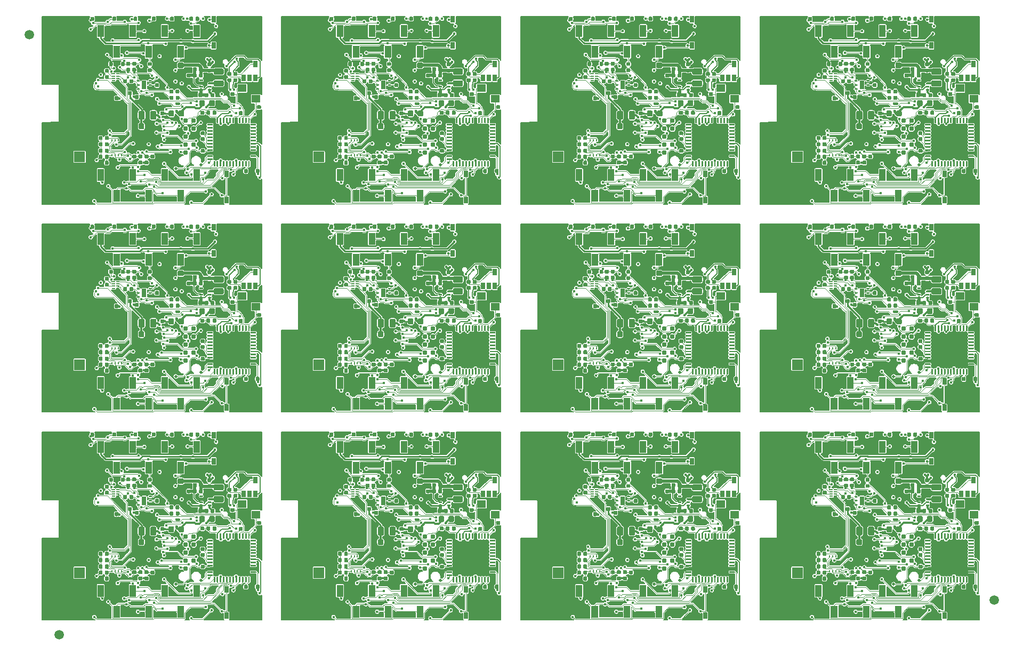
<source format=gbr>
G04 #@! TF.GenerationSoftware,KiCad,Pcbnew,5.1.5-52549c5~84~ubuntu19.04.1*
G04 #@! TF.CreationDate,2020-02-26T14:32:14-06:00*
G04 #@! TF.ProjectId,LeashPCB,4c656173-6850-4434-922e-6b696361645f,rev?*
G04 #@! TF.SameCoordinates,Original*
G04 #@! TF.FileFunction,Copper,L4,Bot*
G04 #@! TF.FilePolarity,Positive*
%FSLAX46Y46*%
G04 Gerber Fmt 4.6, Leading zero omitted, Abs format (unit mm)*
G04 Created by KiCad (PCBNEW 5.1.5-52549c5~84~ubuntu19.04.1) date 2020-02-26 14:32:14*
%MOMM*%
%LPD*%
G04 APERTURE LIST*
%ADD10C,0.787400*%
%ADD11C,0.100000*%
%ADD12R,0.250000X0.300000*%
%ADD13C,4.400000*%
%ADD14C,0.700000*%
%ADD15O,1.700000X0.900000*%
%ADD16O,2.000000X0.900000*%
%ADD17R,0.650000X1.050000*%
%ADD18R,0.650000X1.060000*%
%ADD19R,1.400000X1.200000*%
%ADD20R,0.530000X0.200000*%
%ADD21R,0.650000X1.350000*%
%ADD22C,0.200000*%
%ADD23R,1.700000X1.700000*%
%ADD24R,1.000000X1.900000*%
%ADD25C,1.500000*%
%ADD26C,0.450000*%
%ADD27C,0.500000*%
%ADD28C,0.088900*%
%ADD29C,0.500000*%
%ADD30C,0.400000*%
%ADD31C,0.300000*%
%ADD32C,0.250000*%
%ADD33C,0.152400*%
%ADD34C,0.200000*%
%ADD35C,0.150000*%
G04 APERTURE END LIST*
D10*
X267765000Y-136310000D03*
X269035000Y-136310000D03*
X267765000Y-135040000D03*
X269035000Y-135040000D03*
X267765000Y-133770000D03*
X269035000Y-133770000D03*
X267765000Y-137580000D03*
X267765000Y-138850000D03*
X269035000Y-138850000D03*
X269035000Y-137580000D03*
X229765000Y-136310000D03*
X231035000Y-136310000D03*
X229765000Y-135040000D03*
X231035000Y-135040000D03*
X229765000Y-133770000D03*
X231035000Y-133770000D03*
X229765000Y-137580000D03*
X229765000Y-138850000D03*
X231035000Y-138850000D03*
X231035000Y-137580000D03*
X191765000Y-136310000D03*
X193035000Y-136310000D03*
X191765000Y-135040000D03*
X193035000Y-135040000D03*
X191765000Y-133770000D03*
X193035000Y-133770000D03*
X191765000Y-137580000D03*
X191765000Y-138850000D03*
X193035000Y-138850000D03*
X193035000Y-137580000D03*
X153765000Y-136310000D03*
X155035000Y-136310000D03*
X153765000Y-135040000D03*
X155035000Y-135040000D03*
X153765000Y-133770000D03*
X155035000Y-133770000D03*
X153765000Y-137580000D03*
X153765000Y-138850000D03*
X155035000Y-138850000D03*
X155035000Y-137580000D03*
X267765000Y-103310000D03*
X269035000Y-103310000D03*
X267765000Y-102040000D03*
X269035000Y-102040000D03*
X267765000Y-100770000D03*
X269035000Y-100770000D03*
X267765000Y-104580000D03*
X267765000Y-105850000D03*
X269035000Y-105850000D03*
X269035000Y-104580000D03*
X229765000Y-103310000D03*
X231035000Y-103310000D03*
X229765000Y-102040000D03*
X231035000Y-102040000D03*
X229765000Y-100770000D03*
X231035000Y-100770000D03*
X229765000Y-104580000D03*
X229765000Y-105850000D03*
X231035000Y-105850000D03*
X231035000Y-104580000D03*
X191765000Y-103310000D03*
X193035000Y-103310000D03*
X191765000Y-102040000D03*
X193035000Y-102040000D03*
X191765000Y-100770000D03*
X193035000Y-100770000D03*
X191765000Y-104580000D03*
X191765000Y-105850000D03*
X193035000Y-105850000D03*
X193035000Y-104580000D03*
X153765000Y-103310000D03*
X155035000Y-103310000D03*
X153765000Y-102040000D03*
X155035000Y-102040000D03*
X153765000Y-100770000D03*
X155035000Y-100770000D03*
X153765000Y-104580000D03*
X153765000Y-105850000D03*
X155035000Y-105850000D03*
X155035000Y-104580000D03*
X267765000Y-70310000D03*
X269035000Y-70310000D03*
X267765000Y-69040000D03*
X269035000Y-69040000D03*
X267765000Y-67770000D03*
X269035000Y-67770000D03*
X267765000Y-71580000D03*
X267765000Y-72850000D03*
X269035000Y-72850000D03*
X269035000Y-71580000D03*
X229765000Y-70310000D03*
X231035000Y-70310000D03*
X229765000Y-69040000D03*
X231035000Y-69040000D03*
X229765000Y-67770000D03*
X231035000Y-67770000D03*
X229765000Y-71580000D03*
X229765000Y-72850000D03*
X231035000Y-72850000D03*
X231035000Y-71580000D03*
X191765000Y-70310000D03*
X193035000Y-70310000D03*
X191765000Y-69040000D03*
X193035000Y-69040000D03*
X191765000Y-67770000D03*
X193035000Y-67770000D03*
X191765000Y-71580000D03*
X191765000Y-72850000D03*
X193035000Y-72850000D03*
X193035000Y-71580000D03*
G04 #@! TA.AperFunction,SMDPad,CuDef*
D11*
G36*
X273565142Y-127351174D02*
G01*
X273588803Y-127354684D01*
X273612007Y-127360496D01*
X273634529Y-127368554D01*
X273656153Y-127378782D01*
X273676670Y-127391079D01*
X273695883Y-127405329D01*
X273713607Y-127421393D01*
X273729671Y-127439117D01*
X273743921Y-127458330D01*
X273756218Y-127478847D01*
X273766446Y-127500471D01*
X273774504Y-127522993D01*
X273780316Y-127546197D01*
X273783826Y-127569858D01*
X273785000Y-127593750D01*
X273785000Y-128081250D01*
X273783826Y-128105142D01*
X273780316Y-128128803D01*
X273774504Y-128152007D01*
X273766446Y-128174529D01*
X273756218Y-128196153D01*
X273743921Y-128216670D01*
X273729671Y-128235883D01*
X273713607Y-128253607D01*
X273695883Y-128269671D01*
X273676670Y-128283921D01*
X273656153Y-128296218D01*
X273634529Y-128306446D01*
X273612007Y-128314504D01*
X273588803Y-128320316D01*
X273565142Y-128323826D01*
X273541250Y-128325000D01*
X272428750Y-128325000D01*
X272404858Y-128323826D01*
X272381197Y-128320316D01*
X272357993Y-128314504D01*
X272335471Y-128306446D01*
X272313847Y-128296218D01*
X272293330Y-128283921D01*
X272274117Y-128269671D01*
X272256393Y-128253607D01*
X272240329Y-128235883D01*
X272226079Y-128216670D01*
X272213782Y-128196153D01*
X272203554Y-128174529D01*
X272195496Y-128152007D01*
X272189684Y-128128803D01*
X272186174Y-128105142D01*
X272185000Y-128081250D01*
X272185000Y-127593750D01*
X272186174Y-127569858D01*
X272189684Y-127546197D01*
X272195496Y-127522993D01*
X272203554Y-127500471D01*
X272213782Y-127478847D01*
X272226079Y-127458330D01*
X272240329Y-127439117D01*
X272256393Y-127421393D01*
X272274117Y-127405329D01*
X272293330Y-127391079D01*
X272313847Y-127378782D01*
X272335471Y-127368554D01*
X272357993Y-127360496D01*
X272381197Y-127354684D01*
X272404858Y-127351174D01*
X272428750Y-127350000D01*
X273541250Y-127350000D01*
X273565142Y-127351174D01*
G37*
G04 #@! TD.AperFunction*
G04 #@! TA.AperFunction,SMDPad,CuDef*
G36*
X273565142Y-125476174D02*
G01*
X273588803Y-125479684D01*
X273612007Y-125485496D01*
X273634529Y-125493554D01*
X273656153Y-125503782D01*
X273676670Y-125516079D01*
X273695883Y-125530329D01*
X273713607Y-125546393D01*
X273729671Y-125564117D01*
X273743921Y-125583330D01*
X273756218Y-125603847D01*
X273766446Y-125625471D01*
X273774504Y-125647993D01*
X273780316Y-125671197D01*
X273783826Y-125694858D01*
X273785000Y-125718750D01*
X273785000Y-126206250D01*
X273783826Y-126230142D01*
X273780316Y-126253803D01*
X273774504Y-126277007D01*
X273766446Y-126299529D01*
X273756218Y-126321153D01*
X273743921Y-126341670D01*
X273729671Y-126360883D01*
X273713607Y-126378607D01*
X273695883Y-126394671D01*
X273676670Y-126408921D01*
X273656153Y-126421218D01*
X273634529Y-126431446D01*
X273612007Y-126439504D01*
X273588803Y-126445316D01*
X273565142Y-126448826D01*
X273541250Y-126450000D01*
X272428750Y-126450000D01*
X272404858Y-126448826D01*
X272381197Y-126445316D01*
X272357993Y-126439504D01*
X272335471Y-126431446D01*
X272313847Y-126421218D01*
X272293330Y-126408921D01*
X272274117Y-126394671D01*
X272256393Y-126378607D01*
X272240329Y-126360883D01*
X272226079Y-126341670D01*
X272213782Y-126321153D01*
X272203554Y-126299529D01*
X272195496Y-126277007D01*
X272189684Y-126253803D01*
X272186174Y-126230142D01*
X272185000Y-126206250D01*
X272185000Y-125718750D01*
X272186174Y-125694858D01*
X272189684Y-125671197D01*
X272195496Y-125647993D01*
X272203554Y-125625471D01*
X272213782Y-125603847D01*
X272226079Y-125583330D01*
X272240329Y-125564117D01*
X272256393Y-125546393D01*
X272274117Y-125530329D01*
X272293330Y-125516079D01*
X272313847Y-125503782D01*
X272335471Y-125493554D01*
X272357993Y-125485496D01*
X272381197Y-125479684D01*
X272404858Y-125476174D01*
X272428750Y-125475000D01*
X273541250Y-125475000D01*
X273565142Y-125476174D01*
G37*
G04 #@! TD.AperFunction*
G04 #@! TA.AperFunction,SMDPad,CuDef*
G36*
X235565142Y-127351174D02*
G01*
X235588803Y-127354684D01*
X235612007Y-127360496D01*
X235634529Y-127368554D01*
X235656153Y-127378782D01*
X235676670Y-127391079D01*
X235695883Y-127405329D01*
X235713607Y-127421393D01*
X235729671Y-127439117D01*
X235743921Y-127458330D01*
X235756218Y-127478847D01*
X235766446Y-127500471D01*
X235774504Y-127522993D01*
X235780316Y-127546197D01*
X235783826Y-127569858D01*
X235785000Y-127593750D01*
X235785000Y-128081250D01*
X235783826Y-128105142D01*
X235780316Y-128128803D01*
X235774504Y-128152007D01*
X235766446Y-128174529D01*
X235756218Y-128196153D01*
X235743921Y-128216670D01*
X235729671Y-128235883D01*
X235713607Y-128253607D01*
X235695883Y-128269671D01*
X235676670Y-128283921D01*
X235656153Y-128296218D01*
X235634529Y-128306446D01*
X235612007Y-128314504D01*
X235588803Y-128320316D01*
X235565142Y-128323826D01*
X235541250Y-128325000D01*
X234428750Y-128325000D01*
X234404858Y-128323826D01*
X234381197Y-128320316D01*
X234357993Y-128314504D01*
X234335471Y-128306446D01*
X234313847Y-128296218D01*
X234293330Y-128283921D01*
X234274117Y-128269671D01*
X234256393Y-128253607D01*
X234240329Y-128235883D01*
X234226079Y-128216670D01*
X234213782Y-128196153D01*
X234203554Y-128174529D01*
X234195496Y-128152007D01*
X234189684Y-128128803D01*
X234186174Y-128105142D01*
X234185000Y-128081250D01*
X234185000Y-127593750D01*
X234186174Y-127569858D01*
X234189684Y-127546197D01*
X234195496Y-127522993D01*
X234203554Y-127500471D01*
X234213782Y-127478847D01*
X234226079Y-127458330D01*
X234240329Y-127439117D01*
X234256393Y-127421393D01*
X234274117Y-127405329D01*
X234293330Y-127391079D01*
X234313847Y-127378782D01*
X234335471Y-127368554D01*
X234357993Y-127360496D01*
X234381197Y-127354684D01*
X234404858Y-127351174D01*
X234428750Y-127350000D01*
X235541250Y-127350000D01*
X235565142Y-127351174D01*
G37*
G04 #@! TD.AperFunction*
G04 #@! TA.AperFunction,SMDPad,CuDef*
G36*
X235565142Y-125476174D02*
G01*
X235588803Y-125479684D01*
X235612007Y-125485496D01*
X235634529Y-125493554D01*
X235656153Y-125503782D01*
X235676670Y-125516079D01*
X235695883Y-125530329D01*
X235713607Y-125546393D01*
X235729671Y-125564117D01*
X235743921Y-125583330D01*
X235756218Y-125603847D01*
X235766446Y-125625471D01*
X235774504Y-125647993D01*
X235780316Y-125671197D01*
X235783826Y-125694858D01*
X235785000Y-125718750D01*
X235785000Y-126206250D01*
X235783826Y-126230142D01*
X235780316Y-126253803D01*
X235774504Y-126277007D01*
X235766446Y-126299529D01*
X235756218Y-126321153D01*
X235743921Y-126341670D01*
X235729671Y-126360883D01*
X235713607Y-126378607D01*
X235695883Y-126394671D01*
X235676670Y-126408921D01*
X235656153Y-126421218D01*
X235634529Y-126431446D01*
X235612007Y-126439504D01*
X235588803Y-126445316D01*
X235565142Y-126448826D01*
X235541250Y-126450000D01*
X234428750Y-126450000D01*
X234404858Y-126448826D01*
X234381197Y-126445316D01*
X234357993Y-126439504D01*
X234335471Y-126431446D01*
X234313847Y-126421218D01*
X234293330Y-126408921D01*
X234274117Y-126394671D01*
X234256393Y-126378607D01*
X234240329Y-126360883D01*
X234226079Y-126341670D01*
X234213782Y-126321153D01*
X234203554Y-126299529D01*
X234195496Y-126277007D01*
X234189684Y-126253803D01*
X234186174Y-126230142D01*
X234185000Y-126206250D01*
X234185000Y-125718750D01*
X234186174Y-125694858D01*
X234189684Y-125671197D01*
X234195496Y-125647993D01*
X234203554Y-125625471D01*
X234213782Y-125603847D01*
X234226079Y-125583330D01*
X234240329Y-125564117D01*
X234256393Y-125546393D01*
X234274117Y-125530329D01*
X234293330Y-125516079D01*
X234313847Y-125503782D01*
X234335471Y-125493554D01*
X234357993Y-125485496D01*
X234381197Y-125479684D01*
X234404858Y-125476174D01*
X234428750Y-125475000D01*
X235541250Y-125475000D01*
X235565142Y-125476174D01*
G37*
G04 #@! TD.AperFunction*
G04 #@! TA.AperFunction,SMDPad,CuDef*
G36*
X197565142Y-127351174D02*
G01*
X197588803Y-127354684D01*
X197612007Y-127360496D01*
X197634529Y-127368554D01*
X197656153Y-127378782D01*
X197676670Y-127391079D01*
X197695883Y-127405329D01*
X197713607Y-127421393D01*
X197729671Y-127439117D01*
X197743921Y-127458330D01*
X197756218Y-127478847D01*
X197766446Y-127500471D01*
X197774504Y-127522993D01*
X197780316Y-127546197D01*
X197783826Y-127569858D01*
X197785000Y-127593750D01*
X197785000Y-128081250D01*
X197783826Y-128105142D01*
X197780316Y-128128803D01*
X197774504Y-128152007D01*
X197766446Y-128174529D01*
X197756218Y-128196153D01*
X197743921Y-128216670D01*
X197729671Y-128235883D01*
X197713607Y-128253607D01*
X197695883Y-128269671D01*
X197676670Y-128283921D01*
X197656153Y-128296218D01*
X197634529Y-128306446D01*
X197612007Y-128314504D01*
X197588803Y-128320316D01*
X197565142Y-128323826D01*
X197541250Y-128325000D01*
X196428750Y-128325000D01*
X196404858Y-128323826D01*
X196381197Y-128320316D01*
X196357993Y-128314504D01*
X196335471Y-128306446D01*
X196313847Y-128296218D01*
X196293330Y-128283921D01*
X196274117Y-128269671D01*
X196256393Y-128253607D01*
X196240329Y-128235883D01*
X196226079Y-128216670D01*
X196213782Y-128196153D01*
X196203554Y-128174529D01*
X196195496Y-128152007D01*
X196189684Y-128128803D01*
X196186174Y-128105142D01*
X196185000Y-128081250D01*
X196185000Y-127593750D01*
X196186174Y-127569858D01*
X196189684Y-127546197D01*
X196195496Y-127522993D01*
X196203554Y-127500471D01*
X196213782Y-127478847D01*
X196226079Y-127458330D01*
X196240329Y-127439117D01*
X196256393Y-127421393D01*
X196274117Y-127405329D01*
X196293330Y-127391079D01*
X196313847Y-127378782D01*
X196335471Y-127368554D01*
X196357993Y-127360496D01*
X196381197Y-127354684D01*
X196404858Y-127351174D01*
X196428750Y-127350000D01*
X197541250Y-127350000D01*
X197565142Y-127351174D01*
G37*
G04 #@! TD.AperFunction*
G04 #@! TA.AperFunction,SMDPad,CuDef*
G36*
X197565142Y-125476174D02*
G01*
X197588803Y-125479684D01*
X197612007Y-125485496D01*
X197634529Y-125493554D01*
X197656153Y-125503782D01*
X197676670Y-125516079D01*
X197695883Y-125530329D01*
X197713607Y-125546393D01*
X197729671Y-125564117D01*
X197743921Y-125583330D01*
X197756218Y-125603847D01*
X197766446Y-125625471D01*
X197774504Y-125647993D01*
X197780316Y-125671197D01*
X197783826Y-125694858D01*
X197785000Y-125718750D01*
X197785000Y-126206250D01*
X197783826Y-126230142D01*
X197780316Y-126253803D01*
X197774504Y-126277007D01*
X197766446Y-126299529D01*
X197756218Y-126321153D01*
X197743921Y-126341670D01*
X197729671Y-126360883D01*
X197713607Y-126378607D01*
X197695883Y-126394671D01*
X197676670Y-126408921D01*
X197656153Y-126421218D01*
X197634529Y-126431446D01*
X197612007Y-126439504D01*
X197588803Y-126445316D01*
X197565142Y-126448826D01*
X197541250Y-126450000D01*
X196428750Y-126450000D01*
X196404858Y-126448826D01*
X196381197Y-126445316D01*
X196357993Y-126439504D01*
X196335471Y-126431446D01*
X196313847Y-126421218D01*
X196293330Y-126408921D01*
X196274117Y-126394671D01*
X196256393Y-126378607D01*
X196240329Y-126360883D01*
X196226079Y-126341670D01*
X196213782Y-126321153D01*
X196203554Y-126299529D01*
X196195496Y-126277007D01*
X196189684Y-126253803D01*
X196186174Y-126230142D01*
X196185000Y-126206250D01*
X196185000Y-125718750D01*
X196186174Y-125694858D01*
X196189684Y-125671197D01*
X196195496Y-125647993D01*
X196203554Y-125625471D01*
X196213782Y-125603847D01*
X196226079Y-125583330D01*
X196240329Y-125564117D01*
X196256393Y-125546393D01*
X196274117Y-125530329D01*
X196293330Y-125516079D01*
X196313847Y-125503782D01*
X196335471Y-125493554D01*
X196357993Y-125485496D01*
X196381197Y-125479684D01*
X196404858Y-125476174D01*
X196428750Y-125475000D01*
X197541250Y-125475000D01*
X197565142Y-125476174D01*
G37*
G04 #@! TD.AperFunction*
G04 #@! TA.AperFunction,SMDPad,CuDef*
G36*
X159565142Y-127351174D02*
G01*
X159588803Y-127354684D01*
X159612007Y-127360496D01*
X159634529Y-127368554D01*
X159656153Y-127378782D01*
X159676670Y-127391079D01*
X159695883Y-127405329D01*
X159713607Y-127421393D01*
X159729671Y-127439117D01*
X159743921Y-127458330D01*
X159756218Y-127478847D01*
X159766446Y-127500471D01*
X159774504Y-127522993D01*
X159780316Y-127546197D01*
X159783826Y-127569858D01*
X159785000Y-127593750D01*
X159785000Y-128081250D01*
X159783826Y-128105142D01*
X159780316Y-128128803D01*
X159774504Y-128152007D01*
X159766446Y-128174529D01*
X159756218Y-128196153D01*
X159743921Y-128216670D01*
X159729671Y-128235883D01*
X159713607Y-128253607D01*
X159695883Y-128269671D01*
X159676670Y-128283921D01*
X159656153Y-128296218D01*
X159634529Y-128306446D01*
X159612007Y-128314504D01*
X159588803Y-128320316D01*
X159565142Y-128323826D01*
X159541250Y-128325000D01*
X158428750Y-128325000D01*
X158404858Y-128323826D01*
X158381197Y-128320316D01*
X158357993Y-128314504D01*
X158335471Y-128306446D01*
X158313847Y-128296218D01*
X158293330Y-128283921D01*
X158274117Y-128269671D01*
X158256393Y-128253607D01*
X158240329Y-128235883D01*
X158226079Y-128216670D01*
X158213782Y-128196153D01*
X158203554Y-128174529D01*
X158195496Y-128152007D01*
X158189684Y-128128803D01*
X158186174Y-128105142D01*
X158185000Y-128081250D01*
X158185000Y-127593750D01*
X158186174Y-127569858D01*
X158189684Y-127546197D01*
X158195496Y-127522993D01*
X158203554Y-127500471D01*
X158213782Y-127478847D01*
X158226079Y-127458330D01*
X158240329Y-127439117D01*
X158256393Y-127421393D01*
X158274117Y-127405329D01*
X158293330Y-127391079D01*
X158313847Y-127378782D01*
X158335471Y-127368554D01*
X158357993Y-127360496D01*
X158381197Y-127354684D01*
X158404858Y-127351174D01*
X158428750Y-127350000D01*
X159541250Y-127350000D01*
X159565142Y-127351174D01*
G37*
G04 #@! TD.AperFunction*
G04 #@! TA.AperFunction,SMDPad,CuDef*
G36*
X159565142Y-125476174D02*
G01*
X159588803Y-125479684D01*
X159612007Y-125485496D01*
X159634529Y-125493554D01*
X159656153Y-125503782D01*
X159676670Y-125516079D01*
X159695883Y-125530329D01*
X159713607Y-125546393D01*
X159729671Y-125564117D01*
X159743921Y-125583330D01*
X159756218Y-125603847D01*
X159766446Y-125625471D01*
X159774504Y-125647993D01*
X159780316Y-125671197D01*
X159783826Y-125694858D01*
X159785000Y-125718750D01*
X159785000Y-126206250D01*
X159783826Y-126230142D01*
X159780316Y-126253803D01*
X159774504Y-126277007D01*
X159766446Y-126299529D01*
X159756218Y-126321153D01*
X159743921Y-126341670D01*
X159729671Y-126360883D01*
X159713607Y-126378607D01*
X159695883Y-126394671D01*
X159676670Y-126408921D01*
X159656153Y-126421218D01*
X159634529Y-126431446D01*
X159612007Y-126439504D01*
X159588803Y-126445316D01*
X159565142Y-126448826D01*
X159541250Y-126450000D01*
X158428750Y-126450000D01*
X158404858Y-126448826D01*
X158381197Y-126445316D01*
X158357993Y-126439504D01*
X158335471Y-126431446D01*
X158313847Y-126421218D01*
X158293330Y-126408921D01*
X158274117Y-126394671D01*
X158256393Y-126378607D01*
X158240329Y-126360883D01*
X158226079Y-126341670D01*
X158213782Y-126321153D01*
X158203554Y-126299529D01*
X158195496Y-126277007D01*
X158189684Y-126253803D01*
X158186174Y-126230142D01*
X158185000Y-126206250D01*
X158185000Y-125718750D01*
X158186174Y-125694858D01*
X158189684Y-125671197D01*
X158195496Y-125647993D01*
X158203554Y-125625471D01*
X158213782Y-125603847D01*
X158226079Y-125583330D01*
X158240329Y-125564117D01*
X158256393Y-125546393D01*
X158274117Y-125530329D01*
X158293330Y-125516079D01*
X158313847Y-125503782D01*
X158335471Y-125493554D01*
X158357993Y-125485496D01*
X158381197Y-125479684D01*
X158404858Y-125476174D01*
X158428750Y-125475000D01*
X159541250Y-125475000D01*
X159565142Y-125476174D01*
G37*
G04 #@! TD.AperFunction*
G04 #@! TA.AperFunction,SMDPad,CuDef*
G36*
X273565142Y-94351174D02*
G01*
X273588803Y-94354684D01*
X273612007Y-94360496D01*
X273634529Y-94368554D01*
X273656153Y-94378782D01*
X273676670Y-94391079D01*
X273695883Y-94405329D01*
X273713607Y-94421393D01*
X273729671Y-94439117D01*
X273743921Y-94458330D01*
X273756218Y-94478847D01*
X273766446Y-94500471D01*
X273774504Y-94522993D01*
X273780316Y-94546197D01*
X273783826Y-94569858D01*
X273785000Y-94593750D01*
X273785000Y-95081250D01*
X273783826Y-95105142D01*
X273780316Y-95128803D01*
X273774504Y-95152007D01*
X273766446Y-95174529D01*
X273756218Y-95196153D01*
X273743921Y-95216670D01*
X273729671Y-95235883D01*
X273713607Y-95253607D01*
X273695883Y-95269671D01*
X273676670Y-95283921D01*
X273656153Y-95296218D01*
X273634529Y-95306446D01*
X273612007Y-95314504D01*
X273588803Y-95320316D01*
X273565142Y-95323826D01*
X273541250Y-95325000D01*
X272428750Y-95325000D01*
X272404858Y-95323826D01*
X272381197Y-95320316D01*
X272357993Y-95314504D01*
X272335471Y-95306446D01*
X272313847Y-95296218D01*
X272293330Y-95283921D01*
X272274117Y-95269671D01*
X272256393Y-95253607D01*
X272240329Y-95235883D01*
X272226079Y-95216670D01*
X272213782Y-95196153D01*
X272203554Y-95174529D01*
X272195496Y-95152007D01*
X272189684Y-95128803D01*
X272186174Y-95105142D01*
X272185000Y-95081250D01*
X272185000Y-94593750D01*
X272186174Y-94569858D01*
X272189684Y-94546197D01*
X272195496Y-94522993D01*
X272203554Y-94500471D01*
X272213782Y-94478847D01*
X272226079Y-94458330D01*
X272240329Y-94439117D01*
X272256393Y-94421393D01*
X272274117Y-94405329D01*
X272293330Y-94391079D01*
X272313847Y-94378782D01*
X272335471Y-94368554D01*
X272357993Y-94360496D01*
X272381197Y-94354684D01*
X272404858Y-94351174D01*
X272428750Y-94350000D01*
X273541250Y-94350000D01*
X273565142Y-94351174D01*
G37*
G04 #@! TD.AperFunction*
G04 #@! TA.AperFunction,SMDPad,CuDef*
G36*
X273565142Y-92476174D02*
G01*
X273588803Y-92479684D01*
X273612007Y-92485496D01*
X273634529Y-92493554D01*
X273656153Y-92503782D01*
X273676670Y-92516079D01*
X273695883Y-92530329D01*
X273713607Y-92546393D01*
X273729671Y-92564117D01*
X273743921Y-92583330D01*
X273756218Y-92603847D01*
X273766446Y-92625471D01*
X273774504Y-92647993D01*
X273780316Y-92671197D01*
X273783826Y-92694858D01*
X273785000Y-92718750D01*
X273785000Y-93206250D01*
X273783826Y-93230142D01*
X273780316Y-93253803D01*
X273774504Y-93277007D01*
X273766446Y-93299529D01*
X273756218Y-93321153D01*
X273743921Y-93341670D01*
X273729671Y-93360883D01*
X273713607Y-93378607D01*
X273695883Y-93394671D01*
X273676670Y-93408921D01*
X273656153Y-93421218D01*
X273634529Y-93431446D01*
X273612007Y-93439504D01*
X273588803Y-93445316D01*
X273565142Y-93448826D01*
X273541250Y-93450000D01*
X272428750Y-93450000D01*
X272404858Y-93448826D01*
X272381197Y-93445316D01*
X272357993Y-93439504D01*
X272335471Y-93431446D01*
X272313847Y-93421218D01*
X272293330Y-93408921D01*
X272274117Y-93394671D01*
X272256393Y-93378607D01*
X272240329Y-93360883D01*
X272226079Y-93341670D01*
X272213782Y-93321153D01*
X272203554Y-93299529D01*
X272195496Y-93277007D01*
X272189684Y-93253803D01*
X272186174Y-93230142D01*
X272185000Y-93206250D01*
X272185000Y-92718750D01*
X272186174Y-92694858D01*
X272189684Y-92671197D01*
X272195496Y-92647993D01*
X272203554Y-92625471D01*
X272213782Y-92603847D01*
X272226079Y-92583330D01*
X272240329Y-92564117D01*
X272256393Y-92546393D01*
X272274117Y-92530329D01*
X272293330Y-92516079D01*
X272313847Y-92503782D01*
X272335471Y-92493554D01*
X272357993Y-92485496D01*
X272381197Y-92479684D01*
X272404858Y-92476174D01*
X272428750Y-92475000D01*
X273541250Y-92475000D01*
X273565142Y-92476174D01*
G37*
G04 #@! TD.AperFunction*
G04 #@! TA.AperFunction,SMDPad,CuDef*
G36*
X235565142Y-94351174D02*
G01*
X235588803Y-94354684D01*
X235612007Y-94360496D01*
X235634529Y-94368554D01*
X235656153Y-94378782D01*
X235676670Y-94391079D01*
X235695883Y-94405329D01*
X235713607Y-94421393D01*
X235729671Y-94439117D01*
X235743921Y-94458330D01*
X235756218Y-94478847D01*
X235766446Y-94500471D01*
X235774504Y-94522993D01*
X235780316Y-94546197D01*
X235783826Y-94569858D01*
X235785000Y-94593750D01*
X235785000Y-95081250D01*
X235783826Y-95105142D01*
X235780316Y-95128803D01*
X235774504Y-95152007D01*
X235766446Y-95174529D01*
X235756218Y-95196153D01*
X235743921Y-95216670D01*
X235729671Y-95235883D01*
X235713607Y-95253607D01*
X235695883Y-95269671D01*
X235676670Y-95283921D01*
X235656153Y-95296218D01*
X235634529Y-95306446D01*
X235612007Y-95314504D01*
X235588803Y-95320316D01*
X235565142Y-95323826D01*
X235541250Y-95325000D01*
X234428750Y-95325000D01*
X234404858Y-95323826D01*
X234381197Y-95320316D01*
X234357993Y-95314504D01*
X234335471Y-95306446D01*
X234313847Y-95296218D01*
X234293330Y-95283921D01*
X234274117Y-95269671D01*
X234256393Y-95253607D01*
X234240329Y-95235883D01*
X234226079Y-95216670D01*
X234213782Y-95196153D01*
X234203554Y-95174529D01*
X234195496Y-95152007D01*
X234189684Y-95128803D01*
X234186174Y-95105142D01*
X234185000Y-95081250D01*
X234185000Y-94593750D01*
X234186174Y-94569858D01*
X234189684Y-94546197D01*
X234195496Y-94522993D01*
X234203554Y-94500471D01*
X234213782Y-94478847D01*
X234226079Y-94458330D01*
X234240329Y-94439117D01*
X234256393Y-94421393D01*
X234274117Y-94405329D01*
X234293330Y-94391079D01*
X234313847Y-94378782D01*
X234335471Y-94368554D01*
X234357993Y-94360496D01*
X234381197Y-94354684D01*
X234404858Y-94351174D01*
X234428750Y-94350000D01*
X235541250Y-94350000D01*
X235565142Y-94351174D01*
G37*
G04 #@! TD.AperFunction*
G04 #@! TA.AperFunction,SMDPad,CuDef*
G36*
X235565142Y-92476174D02*
G01*
X235588803Y-92479684D01*
X235612007Y-92485496D01*
X235634529Y-92493554D01*
X235656153Y-92503782D01*
X235676670Y-92516079D01*
X235695883Y-92530329D01*
X235713607Y-92546393D01*
X235729671Y-92564117D01*
X235743921Y-92583330D01*
X235756218Y-92603847D01*
X235766446Y-92625471D01*
X235774504Y-92647993D01*
X235780316Y-92671197D01*
X235783826Y-92694858D01*
X235785000Y-92718750D01*
X235785000Y-93206250D01*
X235783826Y-93230142D01*
X235780316Y-93253803D01*
X235774504Y-93277007D01*
X235766446Y-93299529D01*
X235756218Y-93321153D01*
X235743921Y-93341670D01*
X235729671Y-93360883D01*
X235713607Y-93378607D01*
X235695883Y-93394671D01*
X235676670Y-93408921D01*
X235656153Y-93421218D01*
X235634529Y-93431446D01*
X235612007Y-93439504D01*
X235588803Y-93445316D01*
X235565142Y-93448826D01*
X235541250Y-93450000D01*
X234428750Y-93450000D01*
X234404858Y-93448826D01*
X234381197Y-93445316D01*
X234357993Y-93439504D01*
X234335471Y-93431446D01*
X234313847Y-93421218D01*
X234293330Y-93408921D01*
X234274117Y-93394671D01*
X234256393Y-93378607D01*
X234240329Y-93360883D01*
X234226079Y-93341670D01*
X234213782Y-93321153D01*
X234203554Y-93299529D01*
X234195496Y-93277007D01*
X234189684Y-93253803D01*
X234186174Y-93230142D01*
X234185000Y-93206250D01*
X234185000Y-92718750D01*
X234186174Y-92694858D01*
X234189684Y-92671197D01*
X234195496Y-92647993D01*
X234203554Y-92625471D01*
X234213782Y-92603847D01*
X234226079Y-92583330D01*
X234240329Y-92564117D01*
X234256393Y-92546393D01*
X234274117Y-92530329D01*
X234293330Y-92516079D01*
X234313847Y-92503782D01*
X234335471Y-92493554D01*
X234357993Y-92485496D01*
X234381197Y-92479684D01*
X234404858Y-92476174D01*
X234428750Y-92475000D01*
X235541250Y-92475000D01*
X235565142Y-92476174D01*
G37*
G04 #@! TD.AperFunction*
G04 #@! TA.AperFunction,SMDPad,CuDef*
G36*
X197565142Y-94351174D02*
G01*
X197588803Y-94354684D01*
X197612007Y-94360496D01*
X197634529Y-94368554D01*
X197656153Y-94378782D01*
X197676670Y-94391079D01*
X197695883Y-94405329D01*
X197713607Y-94421393D01*
X197729671Y-94439117D01*
X197743921Y-94458330D01*
X197756218Y-94478847D01*
X197766446Y-94500471D01*
X197774504Y-94522993D01*
X197780316Y-94546197D01*
X197783826Y-94569858D01*
X197785000Y-94593750D01*
X197785000Y-95081250D01*
X197783826Y-95105142D01*
X197780316Y-95128803D01*
X197774504Y-95152007D01*
X197766446Y-95174529D01*
X197756218Y-95196153D01*
X197743921Y-95216670D01*
X197729671Y-95235883D01*
X197713607Y-95253607D01*
X197695883Y-95269671D01*
X197676670Y-95283921D01*
X197656153Y-95296218D01*
X197634529Y-95306446D01*
X197612007Y-95314504D01*
X197588803Y-95320316D01*
X197565142Y-95323826D01*
X197541250Y-95325000D01*
X196428750Y-95325000D01*
X196404858Y-95323826D01*
X196381197Y-95320316D01*
X196357993Y-95314504D01*
X196335471Y-95306446D01*
X196313847Y-95296218D01*
X196293330Y-95283921D01*
X196274117Y-95269671D01*
X196256393Y-95253607D01*
X196240329Y-95235883D01*
X196226079Y-95216670D01*
X196213782Y-95196153D01*
X196203554Y-95174529D01*
X196195496Y-95152007D01*
X196189684Y-95128803D01*
X196186174Y-95105142D01*
X196185000Y-95081250D01*
X196185000Y-94593750D01*
X196186174Y-94569858D01*
X196189684Y-94546197D01*
X196195496Y-94522993D01*
X196203554Y-94500471D01*
X196213782Y-94478847D01*
X196226079Y-94458330D01*
X196240329Y-94439117D01*
X196256393Y-94421393D01*
X196274117Y-94405329D01*
X196293330Y-94391079D01*
X196313847Y-94378782D01*
X196335471Y-94368554D01*
X196357993Y-94360496D01*
X196381197Y-94354684D01*
X196404858Y-94351174D01*
X196428750Y-94350000D01*
X197541250Y-94350000D01*
X197565142Y-94351174D01*
G37*
G04 #@! TD.AperFunction*
G04 #@! TA.AperFunction,SMDPad,CuDef*
G36*
X197565142Y-92476174D02*
G01*
X197588803Y-92479684D01*
X197612007Y-92485496D01*
X197634529Y-92493554D01*
X197656153Y-92503782D01*
X197676670Y-92516079D01*
X197695883Y-92530329D01*
X197713607Y-92546393D01*
X197729671Y-92564117D01*
X197743921Y-92583330D01*
X197756218Y-92603847D01*
X197766446Y-92625471D01*
X197774504Y-92647993D01*
X197780316Y-92671197D01*
X197783826Y-92694858D01*
X197785000Y-92718750D01*
X197785000Y-93206250D01*
X197783826Y-93230142D01*
X197780316Y-93253803D01*
X197774504Y-93277007D01*
X197766446Y-93299529D01*
X197756218Y-93321153D01*
X197743921Y-93341670D01*
X197729671Y-93360883D01*
X197713607Y-93378607D01*
X197695883Y-93394671D01*
X197676670Y-93408921D01*
X197656153Y-93421218D01*
X197634529Y-93431446D01*
X197612007Y-93439504D01*
X197588803Y-93445316D01*
X197565142Y-93448826D01*
X197541250Y-93450000D01*
X196428750Y-93450000D01*
X196404858Y-93448826D01*
X196381197Y-93445316D01*
X196357993Y-93439504D01*
X196335471Y-93431446D01*
X196313847Y-93421218D01*
X196293330Y-93408921D01*
X196274117Y-93394671D01*
X196256393Y-93378607D01*
X196240329Y-93360883D01*
X196226079Y-93341670D01*
X196213782Y-93321153D01*
X196203554Y-93299529D01*
X196195496Y-93277007D01*
X196189684Y-93253803D01*
X196186174Y-93230142D01*
X196185000Y-93206250D01*
X196185000Y-92718750D01*
X196186174Y-92694858D01*
X196189684Y-92671197D01*
X196195496Y-92647993D01*
X196203554Y-92625471D01*
X196213782Y-92603847D01*
X196226079Y-92583330D01*
X196240329Y-92564117D01*
X196256393Y-92546393D01*
X196274117Y-92530329D01*
X196293330Y-92516079D01*
X196313847Y-92503782D01*
X196335471Y-92493554D01*
X196357993Y-92485496D01*
X196381197Y-92479684D01*
X196404858Y-92476174D01*
X196428750Y-92475000D01*
X197541250Y-92475000D01*
X197565142Y-92476174D01*
G37*
G04 #@! TD.AperFunction*
G04 #@! TA.AperFunction,SMDPad,CuDef*
G36*
X159565142Y-94351174D02*
G01*
X159588803Y-94354684D01*
X159612007Y-94360496D01*
X159634529Y-94368554D01*
X159656153Y-94378782D01*
X159676670Y-94391079D01*
X159695883Y-94405329D01*
X159713607Y-94421393D01*
X159729671Y-94439117D01*
X159743921Y-94458330D01*
X159756218Y-94478847D01*
X159766446Y-94500471D01*
X159774504Y-94522993D01*
X159780316Y-94546197D01*
X159783826Y-94569858D01*
X159785000Y-94593750D01*
X159785000Y-95081250D01*
X159783826Y-95105142D01*
X159780316Y-95128803D01*
X159774504Y-95152007D01*
X159766446Y-95174529D01*
X159756218Y-95196153D01*
X159743921Y-95216670D01*
X159729671Y-95235883D01*
X159713607Y-95253607D01*
X159695883Y-95269671D01*
X159676670Y-95283921D01*
X159656153Y-95296218D01*
X159634529Y-95306446D01*
X159612007Y-95314504D01*
X159588803Y-95320316D01*
X159565142Y-95323826D01*
X159541250Y-95325000D01*
X158428750Y-95325000D01*
X158404858Y-95323826D01*
X158381197Y-95320316D01*
X158357993Y-95314504D01*
X158335471Y-95306446D01*
X158313847Y-95296218D01*
X158293330Y-95283921D01*
X158274117Y-95269671D01*
X158256393Y-95253607D01*
X158240329Y-95235883D01*
X158226079Y-95216670D01*
X158213782Y-95196153D01*
X158203554Y-95174529D01*
X158195496Y-95152007D01*
X158189684Y-95128803D01*
X158186174Y-95105142D01*
X158185000Y-95081250D01*
X158185000Y-94593750D01*
X158186174Y-94569858D01*
X158189684Y-94546197D01*
X158195496Y-94522993D01*
X158203554Y-94500471D01*
X158213782Y-94478847D01*
X158226079Y-94458330D01*
X158240329Y-94439117D01*
X158256393Y-94421393D01*
X158274117Y-94405329D01*
X158293330Y-94391079D01*
X158313847Y-94378782D01*
X158335471Y-94368554D01*
X158357993Y-94360496D01*
X158381197Y-94354684D01*
X158404858Y-94351174D01*
X158428750Y-94350000D01*
X159541250Y-94350000D01*
X159565142Y-94351174D01*
G37*
G04 #@! TD.AperFunction*
G04 #@! TA.AperFunction,SMDPad,CuDef*
G36*
X159565142Y-92476174D02*
G01*
X159588803Y-92479684D01*
X159612007Y-92485496D01*
X159634529Y-92493554D01*
X159656153Y-92503782D01*
X159676670Y-92516079D01*
X159695883Y-92530329D01*
X159713607Y-92546393D01*
X159729671Y-92564117D01*
X159743921Y-92583330D01*
X159756218Y-92603847D01*
X159766446Y-92625471D01*
X159774504Y-92647993D01*
X159780316Y-92671197D01*
X159783826Y-92694858D01*
X159785000Y-92718750D01*
X159785000Y-93206250D01*
X159783826Y-93230142D01*
X159780316Y-93253803D01*
X159774504Y-93277007D01*
X159766446Y-93299529D01*
X159756218Y-93321153D01*
X159743921Y-93341670D01*
X159729671Y-93360883D01*
X159713607Y-93378607D01*
X159695883Y-93394671D01*
X159676670Y-93408921D01*
X159656153Y-93421218D01*
X159634529Y-93431446D01*
X159612007Y-93439504D01*
X159588803Y-93445316D01*
X159565142Y-93448826D01*
X159541250Y-93450000D01*
X158428750Y-93450000D01*
X158404858Y-93448826D01*
X158381197Y-93445316D01*
X158357993Y-93439504D01*
X158335471Y-93431446D01*
X158313847Y-93421218D01*
X158293330Y-93408921D01*
X158274117Y-93394671D01*
X158256393Y-93378607D01*
X158240329Y-93360883D01*
X158226079Y-93341670D01*
X158213782Y-93321153D01*
X158203554Y-93299529D01*
X158195496Y-93277007D01*
X158189684Y-93253803D01*
X158186174Y-93230142D01*
X158185000Y-93206250D01*
X158185000Y-92718750D01*
X158186174Y-92694858D01*
X158189684Y-92671197D01*
X158195496Y-92647993D01*
X158203554Y-92625471D01*
X158213782Y-92603847D01*
X158226079Y-92583330D01*
X158240329Y-92564117D01*
X158256393Y-92546393D01*
X158274117Y-92530329D01*
X158293330Y-92516079D01*
X158313847Y-92503782D01*
X158335471Y-92493554D01*
X158357993Y-92485496D01*
X158381197Y-92479684D01*
X158404858Y-92476174D01*
X158428750Y-92475000D01*
X159541250Y-92475000D01*
X159565142Y-92476174D01*
G37*
G04 #@! TD.AperFunction*
G04 #@! TA.AperFunction,SMDPad,CuDef*
G36*
X273565142Y-61351174D02*
G01*
X273588803Y-61354684D01*
X273612007Y-61360496D01*
X273634529Y-61368554D01*
X273656153Y-61378782D01*
X273676670Y-61391079D01*
X273695883Y-61405329D01*
X273713607Y-61421393D01*
X273729671Y-61439117D01*
X273743921Y-61458330D01*
X273756218Y-61478847D01*
X273766446Y-61500471D01*
X273774504Y-61522993D01*
X273780316Y-61546197D01*
X273783826Y-61569858D01*
X273785000Y-61593750D01*
X273785000Y-62081250D01*
X273783826Y-62105142D01*
X273780316Y-62128803D01*
X273774504Y-62152007D01*
X273766446Y-62174529D01*
X273756218Y-62196153D01*
X273743921Y-62216670D01*
X273729671Y-62235883D01*
X273713607Y-62253607D01*
X273695883Y-62269671D01*
X273676670Y-62283921D01*
X273656153Y-62296218D01*
X273634529Y-62306446D01*
X273612007Y-62314504D01*
X273588803Y-62320316D01*
X273565142Y-62323826D01*
X273541250Y-62325000D01*
X272428750Y-62325000D01*
X272404858Y-62323826D01*
X272381197Y-62320316D01*
X272357993Y-62314504D01*
X272335471Y-62306446D01*
X272313847Y-62296218D01*
X272293330Y-62283921D01*
X272274117Y-62269671D01*
X272256393Y-62253607D01*
X272240329Y-62235883D01*
X272226079Y-62216670D01*
X272213782Y-62196153D01*
X272203554Y-62174529D01*
X272195496Y-62152007D01*
X272189684Y-62128803D01*
X272186174Y-62105142D01*
X272185000Y-62081250D01*
X272185000Y-61593750D01*
X272186174Y-61569858D01*
X272189684Y-61546197D01*
X272195496Y-61522993D01*
X272203554Y-61500471D01*
X272213782Y-61478847D01*
X272226079Y-61458330D01*
X272240329Y-61439117D01*
X272256393Y-61421393D01*
X272274117Y-61405329D01*
X272293330Y-61391079D01*
X272313847Y-61378782D01*
X272335471Y-61368554D01*
X272357993Y-61360496D01*
X272381197Y-61354684D01*
X272404858Y-61351174D01*
X272428750Y-61350000D01*
X273541250Y-61350000D01*
X273565142Y-61351174D01*
G37*
G04 #@! TD.AperFunction*
G04 #@! TA.AperFunction,SMDPad,CuDef*
G36*
X273565142Y-59476174D02*
G01*
X273588803Y-59479684D01*
X273612007Y-59485496D01*
X273634529Y-59493554D01*
X273656153Y-59503782D01*
X273676670Y-59516079D01*
X273695883Y-59530329D01*
X273713607Y-59546393D01*
X273729671Y-59564117D01*
X273743921Y-59583330D01*
X273756218Y-59603847D01*
X273766446Y-59625471D01*
X273774504Y-59647993D01*
X273780316Y-59671197D01*
X273783826Y-59694858D01*
X273785000Y-59718750D01*
X273785000Y-60206250D01*
X273783826Y-60230142D01*
X273780316Y-60253803D01*
X273774504Y-60277007D01*
X273766446Y-60299529D01*
X273756218Y-60321153D01*
X273743921Y-60341670D01*
X273729671Y-60360883D01*
X273713607Y-60378607D01*
X273695883Y-60394671D01*
X273676670Y-60408921D01*
X273656153Y-60421218D01*
X273634529Y-60431446D01*
X273612007Y-60439504D01*
X273588803Y-60445316D01*
X273565142Y-60448826D01*
X273541250Y-60450000D01*
X272428750Y-60450000D01*
X272404858Y-60448826D01*
X272381197Y-60445316D01*
X272357993Y-60439504D01*
X272335471Y-60431446D01*
X272313847Y-60421218D01*
X272293330Y-60408921D01*
X272274117Y-60394671D01*
X272256393Y-60378607D01*
X272240329Y-60360883D01*
X272226079Y-60341670D01*
X272213782Y-60321153D01*
X272203554Y-60299529D01*
X272195496Y-60277007D01*
X272189684Y-60253803D01*
X272186174Y-60230142D01*
X272185000Y-60206250D01*
X272185000Y-59718750D01*
X272186174Y-59694858D01*
X272189684Y-59671197D01*
X272195496Y-59647993D01*
X272203554Y-59625471D01*
X272213782Y-59603847D01*
X272226079Y-59583330D01*
X272240329Y-59564117D01*
X272256393Y-59546393D01*
X272274117Y-59530329D01*
X272293330Y-59516079D01*
X272313847Y-59503782D01*
X272335471Y-59493554D01*
X272357993Y-59485496D01*
X272381197Y-59479684D01*
X272404858Y-59476174D01*
X272428750Y-59475000D01*
X273541250Y-59475000D01*
X273565142Y-59476174D01*
G37*
G04 #@! TD.AperFunction*
G04 #@! TA.AperFunction,SMDPad,CuDef*
G36*
X235565142Y-61351174D02*
G01*
X235588803Y-61354684D01*
X235612007Y-61360496D01*
X235634529Y-61368554D01*
X235656153Y-61378782D01*
X235676670Y-61391079D01*
X235695883Y-61405329D01*
X235713607Y-61421393D01*
X235729671Y-61439117D01*
X235743921Y-61458330D01*
X235756218Y-61478847D01*
X235766446Y-61500471D01*
X235774504Y-61522993D01*
X235780316Y-61546197D01*
X235783826Y-61569858D01*
X235785000Y-61593750D01*
X235785000Y-62081250D01*
X235783826Y-62105142D01*
X235780316Y-62128803D01*
X235774504Y-62152007D01*
X235766446Y-62174529D01*
X235756218Y-62196153D01*
X235743921Y-62216670D01*
X235729671Y-62235883D01*
X235713607Y-62253607D01*
X235695883Y-62269671D01*
X235676670Y-62283921D01*
X235656153Y-62296218D01*
X235634529Y-62306446D01*
X235612007Y-62314504D01*
X235588803Y-62320316D01*
X235565142Y-62323826D01*
X235541250Y-62325000D01*
X234428750Y-62325000D01*
X234404858Y-62323826D01*
X234381197Y-62320316D01*
X234357993Y-62314504D01*
X234335471Y-62306446D01*
X234313847Y-62296218D01*
X234293330Y-62283921D01*
X234274117Y-62269671D01*
X234256393Y-62253607D01*
X234240329Y-62235883D01*
X234226079Y-62216670D01*
X234213782Y-62196153D01*
X234203554Y-62174529D01*
X234195496Y-62152007D01*
X234189684Y-62128803D01*
X234186174Y-62105142D01*
X234185000Y-62081250D01*
X234185000Y-61593750D01*
X234186174Y-61569858D01*
X234189684Y-61546197D01*
X234195496Y-61522993D01*
X234203554Y-61500471D01*
X234213782Y-61478847D01*
X234226079Y-61458330D01*
X234240329Y-61439117D01*
X234256393Y-61421393D01*
X234274117Y-61405329D01*
X234293330Y-61391079D01*
X234313847Y-61378782D01*
X234335471Y-61368554D01*
X234357993Y-61360496D01*
X234381197Y-61354684D01*
X234404858Y-61351174D01*
X234428750Y-61350000D01*
X235541250Y-61350000D01*
X235565142Y-61351174D01*
G37*
G04 #@! TD.AperFunction*
G04 #@! TA.AperFunction,SMDPad,CuDef*
G36*
X235565142Y-59476174D02*
G01*
X235588803Y-59479684D01*
X235612007Y-59485496D01*
X235634529Y-59493554D01*
X235656153Y-59503782D01*
X235676670Y-59516079D01*
X235695883Y-59530329D01*
X235713607Y-59546393D01*
X235729671Y-59564117D01*
X235743921Y-59583330D01*
X235756218Y-59603847D01*
X235766446Y-59625471D01*
X235774504Y-59647993D01*
X235780316Y-59671197D01*
X235783826Y-59694858D01*
X235785000Y-59718750D01*
X235785000Y-60206250D01*
X235783826Y-60230142D01*
X235780316Y-60253803D01*
X235774504Y-60277007D01*
X235766446Y-60299529D01*
X235756218Y-60321153D01*
X235743921Y-60341670D01*
X235729671Y-60360883D01*
X235713607Y-60378607D01*
X235695883Y-60394671D01*
X235676670Y-60408921D01*
X235656153Y-60421218D01*
X235634529Y-60431446D01*
X235612007Y-60439504D01*
X235588803Y-60445316D01*
X235565142Y-60448826D01*
X235541250Y-60450000D01*
X234428750Y-60450000D01*
X234404858Y-60448826D01*
X234381197Y-60445316D01*
X234357993Y-60439504D01*
X234335471Y-60431446D01*
X234313847Y-60421218D01*
X234293330Y-60408921D01*
X234274117Y-60394671D01*
X234256393Y-60378607D01*
X234240329Y-60360883D01*
X234226079Y-60341670D01*
X234213782Y-60321153D01*
X234203554Y-60299529D01*
X234195496Y-60277007D01*
X234189684Y-60253803D01*
X234186174Y-60230142D01*
X234185000Y-60206250D01*
X234185000Y-59718750D01*
X234186174Y-59694858D01*
X234189684Y-59671197D01*
X234195496Y-59647993D01*
X234203554Y-59625471D01*
X234213782Y-59603847D01*
X234226079Y-59583330D01*
X234240329Y-59564117D01*
X234256393Y-59546393D01*
X234274117Y-59530329D01*
X234293330Y-59516079D01*
X234313847Y-59503782D01*
X234335471Y-59493554D01*
X234357993Y-59485496D01*
X234381197Y-59479684D01*
X234404858Y-59476174D01*
X234428750Y-59475000D01*
X235541250Y-59475000D01*
X235565142Y-59476174D01*
G37*
G04 #@! TD.AperFunction*
G04 #@! TA.AperFunction,SMDPad,CuDef*
G36*
X197565142Y-61351174D02*
G01*
X197588803Y-61354684D01*
X197612007Y-61360496D01*
X197634529Y-61368554D01*
X197656153Y-61378782D01*
X197676670Y-61391079D01*
X197695883Y-61405329D01*
X197713607Y-61421393D01*
X197729671Y-61439117D01*
X197743921Y-61458330D01*
X197756218Y-61478847D01*
X197766446Y-61500471D01*
X197774504Y-61522993D01*
X197780316Y-61546197D01*
X197783826Y-61569858D01*
X197785000Y-61593750D01*
X197785000Y-62081250D01*
X197783826Y-62105142D01*
X197780316Y-62128803D01*
X197774504Y-62152007D01*
X197766446Y-62174529D01*
X197756218Y-62196153D01*
X197743921Y-62216670D01*
X197729671Y-62235883D01*
X197713607Y-62253607D01*
X197695883Y-62269671D01*
X197676670Y-62283921D01*
X197656153Y-62296218D01*
X197634529Y-62306446D01*
X197612007Y-62314504D01*
X197588803Y-62320316D01*
X197565142Y-62323826D01*
X197541250Y-62325000D01*
X196428750Y-62325000D01*
X196404858Y-62323826D01*
X196381197Y-62320316D01*
X196357993Y-62314504D01*
X196335471Y-62306446D01*
X196313847Y-62296218D01*
X196293330Y-62283921D01*
X196274117Y-62269671D01*
X196256393Y-62253607D01*
X196240329Y-62235883D01*
X196226079Y-62216670D01*
X196213782Y-62196153D01*
X196203554Y-62174529D01*
X196195496Y-62152007D01*
X196189684Y-62128803D01*
X196186174Y-62105142D01*
X196185000Y-62081250D01*
X196185000Y-61593750D01*
X196186174Y-61569858D01*
X196189684Y-61546197D01*
X196195496Y-61522993D01*
X196203554Y-61500471D01*
X196213782Y-61478847D01*
X196226079Y-61458330D01*
X196240329Y-61439117D01*
X196256393Y-61421393D01*
X196274117Y-61405329D01*
X196293330Y-61391079D01*
X196313847Y-61378782D01*
X196335471Y-61368554D01*
X196357993Y-61360496D01*
X196381197Y-61354684D01*
X196404858Y-61351174D01*
X196428750Y-61350000D01*
X197541250Y-61350000D01*
X197565142Y-61351174D01*
G37*
G04 #@! TD.AperFunction*
G04 #@! TA.AperFunction,SMDPad,CuDef*
G36*
X197565142Y-59476174D02*
G01*
X197588803Y-59479684D01*
X197612007Y-59485496D01*
X197634529Y-59493554D01*
X197656153Y-59503782D01*
X197676670Y-59516079D01*
X197695883Y-59530329D01*
X197713607Y-59546393D01*
X197729671Y-59564117D01*
X197743921Y-59583330D01*
X197756218Y-59603847D01*
X197766446Y-59625471D01*
X197774504Y-59647993D01*
X197780316Y-59671197D01*
X197783826Y-59694858D01*
X197785000Y-59718750D01*
X197785000Y-60206250D01*
X197783826Y-60230142D01*
X197780316Y-60253803D01*
X197774504Y-60277007D01*
X197766446Y-60299529D01*
X197756218Y-60321153D01*
X197743921Y-60341670D01*
X197729671Y-60360883D01*
X197713607Y-60378607D01*
X197695883Y-60394671D01*
X197676670Y-60408921D01*
X197656153Y-60421218D01*
X197634529Y-60431446D01*
X197612007Y-60439504D01*
X197588803Y-60445316D01*
X197565142Y-60448826D01*
X197541250Y-60450000D01*
X196428750Y-60450000D01*
X196404858Y-60448826D01*
X196381197Y-60445316D01*
X196357993Y-60439504D01*
X196335471Y-60431446D01*
X196313847Y-60421218D01*
X196293330Y-60408921D01*
X196274117Y-60394671D01*
X196256393Y-60378607D01*
X196240329Y-60360883D01*
X196226079Y-60341670D01*
X196213782Y-60321153D01*
X196203554Y-60299529D01*
X196195496Y-60277007D01*
X196189684Y-60253803D01*
X196186174Y-60230142D01*
X196185000Y-60206250D01*
X196185000Y-59718750D01*
X196186174Y-59694858D01*
X196189684Y-59671197D01*
X196195496Y-59647993D01*
X196203554Y-59625471D01*
X196213782Y-59603847D01*
X196226079Y-59583330D01*
X196240329Y-59564117D01*
X196256393Y-59546393D01*
X196274117Y-59530329D01*
X196293330Y-59516079D01*
X196313847Y-59503782D01*
X196335471Y-59493554D01*
X196357993Y-59485496D01*
X196381197Y-59479684D01*
X196404858Y-59476174D01*
X196428750Y-59475000D01*
X197541250Y-59475000D01*
X197565142Y-59476174D01*
G37*
G04 #@! TD.AperFunction*
G04 #@! TA.AperFunction,SMDPad,CuDef*
G36*
X265702691Y-132151053D02*
G01*
X265723926Y-132154203D01*
X265744750Y-132159419D01*
X265764962Y-132166651D01*
X265784368Y-132175830D01*
X265802781Y-132186866D01*
X265820024Y-132199654D01*
X265835930Y-132214070D01*
X265850346Y-132229976D01*
X265863134Y-132247219D01*
X265874170Y-132265632D01*
X265883349Y-132285038D01*
X265890581Y-132305250D01*
X265895797Y-132326074D01*
X265898947Y-132347309D01*
X265900000Y-132368750D01*
X265900000Y-132881250D01*
X265898947Y-132902691D01*
X265895797Y-132923926D01*
X265890581Y-132944750D01*
X265883349Y-132964962D01*
X265874170Y-132984368D01*
X265863134Y-133002781D01*
X265850346Y-133020024D01*
X265835930Y-133035930D01*
X265820024Y-133050346D01*
X265802781Y-133063134D01*
X265784368Y-133074170D01*
X265764962Y-133083349D01*
X265744750Y-133090581D01*
X265723926Y-133095797D01*
X265702691Y-133098947D01*
X265681250Y-133100000D01*
X265243750Y-133100000D01*
X265222309Y-133098947D01*
X265201074Y-133095797D01*
X265180250Y-133090581D01*
X265160038Y-133083349D01*
X265140632Y-133074170D01*
X265122219Y-133063134D01*
X265104976Y-133050346D01*
X265089070Y-133035930D01*
X265074654Y-133020024D01*
X265061866Y-133002781D01*
X265050830Y-132984368D01*
X265041651Y-132964962D01*
X265034419Y-132944750D01*
X265029203Y-132923926D01*
X265026053Y-132902691D01*
X265025000Y-132881250D01*
X265025000Y-132368750D01*
X265026053Y-132347309D01*
X265029203Y-132326074D01*
X265034419Y-132305250D01*
X265041651Y-132285038D01*
X265050830Y-132265632D01*
X265061866Y-132247219D01*
X265074654Y-132229976D01*
X265089070Y-132214070D01*
X265104976Y-132199654D01*
X265122219Y-132186866D01*
X265140632Y-132175830D01*
X265160038Y-132166651D01*
X265180250Y-132159419D01*
X265201074Y-132154203D01*
X265222309Y-132151053D01*
X265243750Y-132150000D01*
X265681250Y-132150000D01*
X265702691Y-132151053D01*
G37*
G04 #@! TD.AperFunction*
G04 #@! TA.AperFunction,SMDPad,CuDef*
G36*
X267277691Y-132151053D02*
G01*
X267298926Y-132154203D01*
X267319750Y-132159419D01*
X267339962Y-132166651D01*
X267359368Y-132175830D01*
X267377781Y-132186866D01*
X267395024Y-132199654D01*
X267410930Y-132214070D01*
X267425346Y-132229976D01*
X267438134Y-132247219D01*
X267449170Y-132265632D01*
X267458349Y-132285038D01*
X267465581Y-132305250D01*
X267470797Y-132326074D01*
X267473947Y-132347309D01*
X267475000Y-132368750D01*
X267475000Y-132881250D01*
X267473947Y-132902691D01*
X267470797Y-132923926D01*
X267465581Y-132944750D01*
X267458349Y-132964962D01*
X267449170Y-132984368D01*
X267438134Y-133002781D01*
X267425346Y-133020024D01*
X267410930Y-133035930D01*
X267395024Y-133050346D01*
X267377781Y-133063134D01*
X267359368Y-133074170D01*
X267339962Y-133083349D01*
X267319750Y-133090581D01*
X267298926Y-133095797D01*
X267277691Y-133098947D01*
X267256250Y-133100000D01*
X266818750Y-133100000D01*
X266797309Y-133098947D01*
X266776074Y-133095797D01*
X266755250Y-133090581D01*
X266735038Y-133083349D01*
X266715632Y-133074170D01*
X266697219Y-133063134D01*
X266679976Y-133050346D01*
X266664070Y-133035930D01*
X266649654Y-133020024D01*
X266636866Y-133002781D01*
X266625830Y-132984368D01*
X266616651Y-132964962D01*
X266609419Y-132944750D01*
X266604203Y-132923926D01*
X266601053Y-132902691D01*
X266600000Y-132881250D01*
X266600000Y-132368750D01*
X266601053Y-132347309D01*
X266604203Y-132326074D01*
X266609419Y-132305250D01*
X266616651Y-132285038D01*
X266625830Y-132265632D01*
X266636866Y-132247219D01*
X266649654Y-132229976D01*
X266664070Y-132214070D01*
X266679976Y-132199654D01*
X266697219Y-132186866D01*
X266715632Y-132175830D01*
X266735038Y-132166651D01*
X266755250Y-132159419D01*
X266776074Y-132154203D01*
X266797309Y-132151053D01*
X266818750Y-132150000D01*
X267256250Y-132150000D01*
X267277691Y-132151053D01*
G37*
G04 #@! TD.AperFunction*
G04 #@! TA.AperFunction,SMDPad,CuDef*
G36*
X227702691Y-132151053D02*
G01*
X227723926Y-132154203D01*
X227744750Y-132159419D01*
X227764962Y-132166651D01*
X227784368Y-132175830D01*
X227802781Y-132186866D01*
X227820024Y-132199654D01*
X227835930Y-132214070D01*
X227850346Y-132229976D01*
X227863134Y-132247219D01*
X227874170Y-132265632D01*
X227883349Y-132285038D01*
X227890581Y-132305250D01*
X227895797Y-132326074D01*
X227898947Y-132347309D01*
X227900000Y-132368750D01*
X227900000Y-132881250D01*
X227898947Y-132902691D01*
X227895797Y-132923926D01*
X227890581Y-132944750D01*
X227883349Y-132964962D01*
X227874170Y-132984368D01*
X227863134Y-133002781D01*
X227850346Y-133020024D01*
X227835930Y-133035930D01*
X227820024Y-133050346D01*
X227802781Y-133063134D01*
X227784368Y-133074170D01*
X227764962Y-133083349D01*
X227744750Y-133090581D01*
X227723926Y-133095797D01*
X227702691Y-133098947D01*
X227681250Y-133100000D01*
X227243750Y-133100000D01*
X227222309Y-133098947D01*
X227201074Y-133095797D01*
X227180250Y-133090581D01*
X227160038Y-133083349D01*
X227140632Y-133074170D01*
X227122219Y-133063134D01*
X227104976Y-133050346D01*
X227089070Y-133035930D01*
X227074654Y-133020024D01*
X227061866Y-133002781D01*
X227050830Y-132984368D01*
X227041651Y-132964962D01*
X227034419Y-132944750D01*
X227029203Y-132923926D01*
X227026053Y-132902691D01*
X227025000Y-132881250D01*
X227025000Y-132368750D01*
X227026053Y-132347309D01*
X227029203Y-132326074D01*
X227034419Y-132305250D01*
X227041651Y-132285038D01*
X227050830Y-132265632D01*
X227061866Y-132247219D01*
X227074654Y-132229976D01*
X227089070Y-132214070D01*
X227104976Y-132199654D01*
X227122219Y-132186866D01*
X227140632Y-132175830D01*
X227160038Y-132166651D01*
X227180250Y-132159419D01*
X227201074Y-132154203D01*
X227222309Y-132151053D01*
X227243750Y-132150000D01*
X227681250Y-132150000D01*
X227702691Y-132151053D01*
G37*
G04 #@! TD.AperFunction*
G04 #@! TA.AperFunction,SMDPad,CuDef*
G36*
X229277691Y-132151053D02*
G01*
X229298926Y-132154203D01*
X229319750Y-132159419D01*
X229339962Y-132166651D01*
X229359368Y-132175830D01*
X229377781Y-132186866D01*
X229395024Y-132199654D01*
X229410930Y-132214070D01*
X229425346Y-132229976D01*
X229438134Y-132247219D01*
X229449170Y-132265632D01*
X229458349Y-132285038D01*
X229465581Y-132305250D01*
X229470797Y-132326074D01*
X229473947Y-132347309D01*
X229475000Y-132368750D01*
X229475000Y-132881250D01*
X229473947Y-132902691D01*
X229470797Y-132923926D01*
X229465581Y-132944750D01*
X229458349Y-132964962D01*
X229449170Y-132984368D01*
X229438134Y-133002781D01*
X229425346Y-133020024D01*
X229410930Y-133035930D01*
X229395024Y-133050346D01*
X229377781Y-133063134D01*
X229359368Y-133074170D01*
X229339962Y-133083349D01*
X229319750Y-133090581D01*
X229298926Y-133095797D01*
X229277691Y-133098947D01*
X229256250Y-133100000D01*
X228818750Y-133100000D01*
X228797309Y-133098947D01*
X228776074Y-133095797D01*
X228755250Y-133090581D01*
X228735038Y-133083349D01*
X228715632Y-133074170D01*
X228697219Y-133063134D01*
X228679976Y-133050346D01*
X228664070Y-133035930D01*
X228649654Y-133020024D01*
X228636866Y-133002781D01*
X228625830Y-132984368D01*
X228616651Y-132964962D01*
X228609419Y-132944750D01*
X228604203Y-132923926D01*
X228601053Y-132902691D01*
X228600000Y-132881250D01*
X228600000Y-132368750D01*
X228601053Y-132347309D01*
X228604203Y-132326074D01*
X228609419Y-132305250D01*
X228616651Y-132285038D01*
X228625830Y-132265632D01*
X228636866Y-132247219D01*
X228649654Y-132229976D01*
X228664070Y-132214070D01*
X228679976Y-132199654D01*
X228697219Y-132186866D01*
X228715632Y-132175830D01*
X228735038Y-132166651D01*
X228755250Y-132159419D01*
X228776074Y-132154203D01*
X228797309Y-132151053D01*
X228818750Y-132150000D01*
X229256250Y-132150000D01*
X229277691Y-132151053D01*
G37*
G04 #@! TD.AperFunction*
G04 #@! TA.AperFunction,SMDPad,CuDef*
G36*
X189702691Y-132151053D02*
G01*
X189723926Y-132154203D01*
X189744750Y-132159419D01*
X189764962Y-132166651D01*
X189784368Y-132175830D01*
X189802781Y-132186866D01*
X189820024Y-132199654D01*
X189835930Y-132214070D01*
X189850346Y-132229976D01*
X189863134Y-132247219D01*
X189874170Y-132265632D01*
X189883349Y-132285038D01*
X189890581Y-132305250D01*
X189895797Y-132326074D01*
X189898947Y-132347309D01*
X189900000Y-132368750D01*
X189900000Y-132881250D01*
X189898947Y-132902691D01*
X189895797Y-132923926D01*
X189890581Y-132944750D01*
X189883349Y-132964962D01*
X189874170Y-132984368D01*
X189863134Y-133002781D01*
X189850346Y-133020024D01*
X189835930Y-133035930D01*
X189820024Y-133050346D01*
X189802781Y-133063134D01*
X189784368Y-133074170D01*
X189764962Y-133083349D01*
X189744750Y-133090581D01*
X189723926Y-133095797D01*
X189702691Y-133098947D01*
X189681250Y-133100000D01*
X189243750Y-133100000D01*
X189222309Y-133098947D01*
X189201074Y-133095797D01*
X189180250Y-133090581D01*
X189160038Y-133083349D01*
X189140632Y-133074170D01*
X189122219Y-133063134D01*
X189104976Y-133050346D01*
X189089070Y-133035930D01*
X189074654Y-133020024D01*
X189061866Y-133002781D01*
X189050830Y-132984368D01*
X189041651Y-132964962D01*
X189034419Y-132944750D01*
X189029203Y-132923926D01*
X189026053Y-132902691D01*
X189025000Y-132881250D01*
X189025000Y-132368750D01*
X189026053Y-132347309D01*
X189029203Y-132326074D01*
X189034419Y-132305250D01*
X189041651Y-132285038D01*
X189050830Y-132265632D01*
X189061866Y-132247219D01*
X189074654Y-132229976D01*
X189089070Y-132214070D01*
X189104976Y-132199654D01*
X189122219Y-132186866D01*
X189140632Y-132175830D01*
X189160038Y-132166651D01*
X189180250Y-132159419D01*
X189201074Y-132154203D01*
X189222309Y-132151053D01*
X189243750Y-132150000D01*
X189681250Y-132150000D01*
X189702691Y-132151053D01*
G37*
G04 #@! TD.AperFunction*
G04 #@! TA.AperFunction,SMDPad,CuDef*
G36*
X191277691Y-132151053D02*
G01*
X191298926Y-132154203D01*
X191319750Y-132159419D01*
X191339962Y-132166651D01*
X191359368Y-132175830D01*
X191377781Y-132186866D01*
X191395024Y-132199654D01*
X191410930Y-132214070D01*
X191425346Y-132229976D01*
X191438134Y-132247219D01*
X191449170Y-132265632D01*
X191458349Y-132285038D01*
X191465581Y-132305250D01*
X191470797Y-132326074D01*
X191473947Y-132347309D01*
X191475000Y-132368750D01*
X191475000Y-132881250D01*
X191473947Y-132902691D01*
X191470797Y-132923926D01*
X191465581Y-132944750D01*
X191458349Y-132964962D01*
X191449170Y-132984368D01*
X191438134Y-133002781D01*
X191425346Y-133020024D01*
X191410930Y-133035930D01*
X191395024Y-133050346D01*
X191377781Y-133063134D01*
X191359368Y-133074170D01*
X191339962Y-133083349D01*
X191319750Y-133090581D01*
X191298926Y-133095797D01*
X191277691Y-133098947D01*
X191256250Y-133100000D01*
X190818750Y-133100000D01*
X190797309Y-133098947D01*
X190776074Y-133095797D01*
X190755250Y-133090581D01*
X190735038Y-133083349D01*
X190715632Y-133074170D01*
X190697219Y-133063134D01*
X190679976Y-133050346D01*
X190664070Y-133035930D01*
X190649654Y-133020024D01*
X190636866Y-133002781D01*
X190625830Y-132984368D01*
X190616651Y-132964962D01*
X190609419Y-132944750D01*
X190604203Y-132923926D01*
X190601053Y-132902691D01*
X190600000Y-132881250D01*
X190600000Y-132368750D01*
X190601053Y-132347309D01*
X190604203Y-132326074D01*
X190609419Y-132305250D01*
X190616651Y-132285038D01*
X190625830Y-132265632D01*
X190636866Y-132247219D01*
X190649654Y-132229976D01*
X190664070Y-132214070D01*
X190679976Y-132199654D01*
X190697219Y-132186866D01*
X190715632Y-132175830D01*
X190735038Y-132166651D01*
X190755250Y-132159419D01*
X190776074Y-132154203D01*
X190797309Y-132151053D01*
X190818750Y-132150000D01*
X191256250Y-132150000D01*
X191277691Y-132151053D01*
G37*
G04 #@! TD.AperFunction*
G04 #@! TA.AperFunction,SMDPad,CuDef*
G36*
X151702691Y-132151053D02*
G01*
X151723926Y-132154203D01*
X151744750Y-132159419D01*
X151764962Y-132166651D01*
X151784368Y-132175830D01*
X151802781Y-132186866D01*
X151820024Y-132199654D01*
X151835930Y-132214070D01*
X151850346Y-132229976D01*
X151863134Y-132247219D01*
X151874170Y-132265632D01*
X151883349Y-132285038D01*
X151890581Y-132305250D01*
X151895797Y-132326074D01*
X151898947Y-132347309D01*
X151900000Y-132368750D01*
X151900000Y-132881250D01*
X151898947Y-132902691D01*
X151895797Y-132923926D01*
X151890581Y-132944750D01*
X151883349Y-132964962D01*
X151874170Y-132984368D01*
X151863134Y-133002781D01*
X151850346Y-133020024D01*
X151835930Y-133035930D01*
X151820024Y-133050346D01*
X151802781Y-133063134D01*
X151784368Y-133074170D01*
X151764962Y-133083349D01*
X151744750Y-133090581D01*
X151723926Y-133095797D01*
X151702691Y-133098947D01*
X151681250Y-133100000D01*
X151243750Y-133100000D01*
X151222309Y-133098947D01*
X151201074Y-133095797D01*
X151180250Y-133090581D01*
X151160038Y-133083349D01*
X151140632Y-133074170D01*
X151122219Y-133063134D01*
X151104976Y-133050346D01*
X151089070Y-133035930D01*
X151074654Y-133020024D01*
X151061866Y-133002781D01*
X151050830Y-132984368D01*
X151041651Y-132964962D01*
X151034419Y-132944750D01*
X151029203Y-132923926D01*
X151026053Y-132902691D01*
X151025000Y-132881250D01*
X151025000Y-132368750D01*
X151026053Y-132347309D01*
X151029203Y-132326074D01*
X151034419Y-132305250D01*
X151041651Y-132285038D01*
X151050830Y-132265632D01*
X151061866Y-132247219D01*
X151074654Y-132229976D01*
X151089070Y-132214070D01*
X151104976Y-132199654D01*
X151122219Y-132186866D01*
X151140632Y-132175830D01*
X151160038Y-132166651D01*
X151180250Y-132159419D01*
X151201074Y-132154203D01*
X151222309Y-132151053D01*
X151243750Y-132150000D01*
X151681250Y-132150000D01*
X151702691Y-132151053D01*
G37*
G04 #@! TD.AperFunction*
G04 #@! TA.AperFunction,SMDPad,CuDef*
G36*
X153277691Y-132151053D02*
G01*
X153298926Y-132154203D01*
X153319750Y-132159419D01*
X153339962Y-132166651D01*
X153359368Y-132175830D01*
X153377781Y-132186866D01*
X153395024Y-132199654D01*
X153410930Y-132214070D01*
X153425346Y-132229976D01*
X153438134Y-132247219D01*
X153449170Y-132265632D01*
X153458349Y-132285038D01*
X153465581Y-132305250D01*
X153470797Y-132326074D01*
X153473947Y-132347309D01*
X153475000Y-132368750D01*
X153475000Y-132881250D01*
X153473947Y-132902691D01*
X153470797Y-132923926D01*
X153465581Y-132944750D01*
X153458349Y-132964962D01*
X153449170Y-132984368D01*
X153438134Y-133002781D01*
X153425346Y-133020024D01*
X153410930Y-133035930D01*
X153395024Y-133050346D01*
X153377781Y-133063134D01*
X153359368Y-133074170D01*
X153339962Y-133083349D01*
X153319750Y-133090581D01*
X153298926Y-133095797D01*
X153277691Y-133098947D01*
X153256250Y-133100000D01*
X152818750Y-133100000D01*
X152797309Y-133098947D01*
X152776074Y-133095797D01*
X152755250Y-133090581D01*
X152735038Y-133083349D01*
X152715632Y-133074170D01*
X152697219Y-133063134D01*
X152679976Y-133050346D01*
X152664070Y-133035930D01*
X152649654Y-133020024D01*
X152636866Y-133002781D01*
X152625830Y-132984368D01*
X152616651Y-132964962D01*
X152609419Y-132944750D01*
X152604203Y-132923926D01*
X152601053Y-132902691D01*
X152600000Y-132881250D01*
X152600000Y-132368750D01*
X152601053Y-132347309D01*
X152604203Y-132326074D01*
X152609419Y-132305250D01*
X152616651Y-132285038D01*
X152625830Y-132265632D01*
X152636866Y-132247219D01*
X152649654Y-132229976D01*
X152664070Y-132214070D01*
X152679976Y-132199654D01*
X152697219Y-132186866D01*
X152715632Y-132175830D01*
X152735038Y-132166651D01*
X152755250Y-132159419D01*
X152776074Y-132154203D01*
X152797309Y-132151053D01*
X152818750Y-132150000D01*
X153256250Y-132150000D01*
X153277691Y-132151053D01*
G37*
G04 #@! TD.AperFunction*
G04 #@! TA.AperFunction,SMDPad,CuDef*
G36*
X265702691Y-99151053D02*
G01*
X265723926Y-99154203D01*
X265744750Y-99159419D01*
X265764962Y-99166651D01*
X265784368Y-99175830D01*
X265802781Y-99186866D01*
X265820024Y-99199654D01*
X265835930Y-99214070D01*
X265850346Y-99229976D01*
X265863134Y-99247219D01*
X265874170Y-99265632D01*
X265883349Y-99285038D01*
X265890581Y-99305250D01*
X265895797Y-99326074D01*
X265898947Y-99347309D01*
X265900000Y-99368750D01*
X265900000Y-99881250D01*
X265898947Y-99902691D01*
X265895797Y-99923926D01*
X265890581Y-99944750D01*
X265883349Y-99964962D01*
X265874170Y-99984368D01*
X265863134Y-100002781D01*
X265850346Y-100020024D01*
X265835930Y-100035930D01*
X265820024Y-100050346D01*
X265802781Y-100063134D01*
X265784368Y-100074170D01*
X265764962Y-100083349D01*
X265744750Y-100090581D01*
X265723926Y-100095797D01*
X265702691Y-100098947D01*
X265681250Y-100100000D01*
X265243750Y-100100000D01*
X265222309Y-100098947D01*
X265201074Y-100095797D01*
X265180250Y-100090581D01*
X265160038Y-100083349D01*
X265140632Y-100074170D01*
X265122219Y-100063134D01*
X265104976Y-100050346D01*
X265089070Y-100035930D01*
X265074654Y-100020024D01*
X265061866Y-100002781D01*
X265050830Y-99984368D01*
X265041651Y-99964962D01*
X265034419Y-99944750D01*
X265029203Y-99923926D01*
X265026053Y-99902691D01*
X265025000Y-99881250D01*
X265025000Y-99368750D01*
X265026053Y-99347309D01*
X265029203Y-99326074D01*
X265034419Y-99305250D01*
X265041651Y-99285038D01*
X265050830Y-99265632D01*
X265061866Y-99247219D01*
X265074654Y-99229976D01*
X265089070Y-99214070D01*
X265104976Y-99199654D01*
X265122219Y-99186866D01*
X265140632Y-99175830D01*
X265160038Y-99166651D01*
X265180250Y-99159419D01*
X265201074Y-99154203D01*
X265222309Y-99151053D01*
X265243750Y-99150000D01*
X265681250Y-99150000D01*
X265702691Y-99151053D01*
G37*
G04 #@! TD.AperFunction*
G04 #@! TA.AperFunction,SMDPad,CuDef*
G36*
X267277691Y-99151053D02*
G01*
X267298926Y-99154203D01*
X267319750Y-99159419D01*
X267339962Y-99166651D01*
X267359368Y-99175830D01*
X267377781Y-99186866D01*
X267395024Y-99199654D01*
X267410930Y-99214070D01*
X267425346Y-99229976D01*
X267438134Y-99247219D01*
X267449170Y-99265632D01*
X267458349Y-99285038D01*
X267465581Y-99305250D01*
X267470797Y-99326074D01*
X267473947Y-99347309D01*
X267475000Y-99368750D01*
X267475000Y-99881250D01*
X267473947Y-99902691D01*
X267470797Y-99923926D01*
X267465581Y-99944750D01*
X267458349Y-99964962D01*
X267449170Y-99984368D01*
X267438134Y-100002781D01*
X267425346Y-100020024D01*
X267410930Y-100035930D01*
X267395024Y-100050346D01*
X267377781Y-100063134D01*
X267359368Y-100074170D01*
X267339962Y-100083349D01*
X267319750Y-100090581D01*
X267298926Y-100095797D01*
X267277691Y-100098947D01*
X267256250Y-100100000D01*
X266818750Y-100100000D01*
X266797309Y-100098947D01*
X266776074Y-100095797D01*
X266755250Y-100090581D01*
X266735038Y-100083349D01*
X266715632Y-100074170D01*
X266697219Y-100063134D01*
X266679976Y-100050346D01*
X266664070Y-100035930D01*
X266649654Y-100020024D01*
X266636866Y-100002781D01*
X266625830Y-99984368D01*
X266616651Y-99964962D01*
X266609419Y-99944750D01*
X266604203Y-99923926D01*
X266601053Y-99902691D01*
X266600000Y-99881250D01*
X266600000Y-99368750D01*
X266601053Y-99347309D01*
X266604203Y-99326074D01*
X266609419Y-99305250D01*
X266616651Y-99285038D01*
X266625830Y-99265632D01*
X266636866Y-99247219D01*
X266649654Y-99229976D01*
X266664070Y-99214070D01*
X266679976Y-99199654D01*
X266697219Y-99186866D01*
X266715632Y-99175830D01*
X266735038Y-99166651D01*
X266755250Y-99159419D01*
X266776074Y-99154203D01*
X266797309Y-99151053D01*
X266818750Y-99150000D01*
X267256250Y-99150000D01*
X267277691Y-99151053D01*
G37*
G04 #@! TD.AperFunction*
G04 #@! TA.AperFunction,SMDPad,CuDef*
G36*
X227702691Y-99151053D02*
G01*
X227723926Y-99154203D01*
X227744750Y-99159419D01*
X227764962Y-99166651D01*
X227784368Y-99175830D01*
X227802781Y-99186866D01*
X227820024Y-99199654D01*
X227835930Y-99214070D01*
X227850346Y-99229976D01*
X227863134Y-99247219D01*
X227874170Y-99265632D01*
X227883349Y-99285038D01*
X227890581Y-99305250D01*
X227895797Y-99326074D01*
X227898947Y-99347309D01*
X227900000Y-99368750D01*
X227900000Y-99881250D01*
X227898947Y-99902691D01*
X227895797Y-99923926D01*
X227890581Y-99944750D01*
X227883349Y-99964962D01*
X227874170Y-99984368D01*
X227863134Y-100002781D01*
X227850346Y-100020024D01*
X227835930Y-100035930D01*
X227820024Y-100050346D01*
X227802781Y-100063134D01*
X227784368Y-100074170D01*
X227764962Y-100083349D01*
X227744750Y-100090581D01*
X227723926Y-100095797D01*
X227702691Y-100098947D01*
X227681250Y-100100000D01*
X227243750Y-100100000D01*
X227222309Y-100098947D01*
X227201074Y-100095797D01*
X227180250Y-100090581D01*
X227160038Y-100083349D01*
X227140632Y-100074170D01*
X227122219Y-100063134D01*
X227104976Y-100050346D01*
X227089070Y-100035930D01*
X227074654Y-100020024D01*
X227061866Y-100002781D01*
X227050830Y-99984368D01*
X227041651Y-99964962D01*
X227034419Y-99944750D01*
X227029203Y-99923926D01*
X227026053Y-99902691D01*
X227025000Y-99881250D01*
X227025000Y-99368750D01*
X227026053Y-99347309D01*
X227029203Y-99326074D01*
X227034419Y-99305250D01*
X227041651Y-99285038D01*
X227050830Y-99265632D01*
X227061866Y-99247219D01*
X227074654Y-99229976D01*
X227089070Y-99214070D01*
X227104976Y-99199654D01*
X227122219Y-99186866D01*
X227140632Y-99175830D01*
X227160038Y-99166651D01*
X227180250Y-99159419D01*
X227201074Y-99154203D01*
X227222309Y-99151053D01*
X227243750Y-99150000D01*
X227681250Y-99150000D01*
X227702691Y-99151053D01*
G37*
G04 #@! TD.AperFunction*
G04 #@! TA.AperFunction,SMDPad,CuDef*
G36*
X229277691Y-99151053D02*
G01*
X229298926Y-99154203D01*
X229319750Y-99159419D01*
X229339962Y-99166651D01*
X229359368Y-99175830D01*
X229377781Y-99186866D01*
X229395024Y-99199654D01*
X229410930Y-99214070D01*
X229425346Y-99229976D01*
X229438134Y-99247219D01*
X229449170Y-99265632D01*
X229458349Y-99285038D01*
X229465581Y-99305250D01*
X229470797Y-99326074D01*
X229473947Y-99347309D01*
X229475000Y-99368750D01*
X229475000Y-99881250D01*
X229473947Y-99902691D01*
X229470797Y-99923926D01*
X229465581Y-99944750D01*
X229458349Y-99964962D01*
X229449170Y-99984368D01*
X229438134Y-100002781D01*
X229425346Y-100020024D01*
X229410930Y-100035930D01*
X229395024Y-100050346D01*
X229377781Y-100063134D01*
X229359368Y-100074170D01*
X229339962Y-100083349D01*
X229319750Y-100090581D01*
X229298926Y-100095797D01*
X229277691Y-100098947D01*
X229256250Y-100100000D01*
X228818750Y-100100000D01*
X228797309Y-100098947D01*
X228776074Y-100095797D01*
X228755250Y-100090581D01*
X228735038Y-100083349D01*
X228715632Y-100074170D01*
X228697219Y-100063134D01*
X228679976Y-100050346D01*
X228664070Y-100035930D01*
X228649654Y-100020024D01*
X228636866Y-100002781D01*
X228625830Y-99984368D01*
X228616651Y-99964962D01*
X228609419Y-99944750D01*
X228604203Y-99923926D01*
X228601053Y-99902691D01*
X228600000Y-99881250D01*
X228600000Y-99368750D01*
X228601053Y-99347309D01*
X228604203Y-99326074D01*
X228609419Y-99305250D01*
X228616651Y-99285038D01*
X228625830Y-99265632D01*
X228636866Y-99247219D01*
X228649654Y-99229976D01*
X228664070Y-99214070D01*
X228679976Y-99199654D01*
X228697219Y-99186866D01*
X228715632Y-99175830D01*
X228735038Y-99166651D01*
X228755250Y-99159419D01*
X228776074Y-99154203D01*
X228797309Y-99151053D01*
X228818750Y-99150000D01*
X229256250Y-99150000D01*
X229277691Y-99151053D01*
G37*
G04 #@! TD.AperFunction*
G04 #@! TA.AperFunction,SMDPad,CuDef*
G36*
X189702691Y-99151053D02*
G01*
X189723926Y-99154203D01*
X189744750Y-99159419D01*
X189764962Y-99166651D01*
X189784368Y-99175830D01*
X189802781Y-99186866D01*
X189820024Y-99199654D01*
X189835930Y-99214070D01*
X189850346Y-99229976D01*
X189863134Y-99247219D01*
X189874170Y-99265632D01*
X189883349Y-99285038D01*
X189890581Y-99305250D01*
X189895797Y-99326074D01*
X189898947Y-99347309D01*
X189900000Y-99368750D01*
X189900000Y-99881250D01*
X189898947Y-99902691D01*
X189895797Y-99923926D01*
X189890581Y-99944750D01*
X189883349Y-99964962D01*
X189874170Y-99984368D01*
X189863134Y-100002781D01*
X189850346Y-100020024D01*
X189835930Y-100035930D01*
X189820024Y-100050346D01*
X189802781Y-100063134D01*
X189784368Y-100074170D01*
X189764962Y-100083349D01*
X189744750Y-100090581D01*
X189723926Y-100095797D01*
X189702691Y-100098947D01*
X189681250Y-100100000D01*
X189243750Y-100100000D01*
X189222309Y-100098947D01*
X189201074Y-100095797D01*
X189180250Y-100090581D01*
X189160038Y-100083349D01*
X189140632Y-100074170D01*
X189122219Y-100063134D01*
X189104976Y-100050346D01*
X189089070Y-100035930D01*
X189074654Y-100020024D01*
X189061866Y-100002781D01*
X189050830Y-99984368D01*
X189041651Y-99964962D01*
X189034419Y-99944750D01*
X189029203Y-99923926D01*
X189026053Y-99902691D01*
X189025000Y-99881250D01*
X189025000Y-99368750D01*
X189026053Y-99347309D01*
X189029203Y-99326074D01*
X189034419Y-99305250D01*
X189041651Y-99285038D01*
X189050830Y-99265632D01*
X189061866Y-99247219D01*
X189074654Y-99229976D01*
X189089070Y-99214070D01*
X189104976Y-99199654D01*
X189122219Y-99186866D01*
X189140632Y-99175830D01*
X189160038Y-99166651D01*
X189180250Y-99159419D01*
X189201074Y-99154203D01*
X189222309Y-99151053D01*
X189243750Y-99150000D01*
X189681250Y-99150000D01*
X189702691Y-99151053D01*
G37*
G04 #@! TD.AperFunction*
G04 #@! TA.AperFunction,SMDPad,CuDef*
G36*
X191277691Y-99151053D02*
G01*
X191298926Y-99154203D01*
X191319750Y-99159419D01*
X191339962Y-99166651D01*
X191359368Y-99175830D01*
X191377781Y-99186866D01*
X191395024Y-99199654D01*
X191410930Y-99214070D01*
X191425346Y-99229976D01*
X191438134Y-99247219D01*
X191449170Y-99265632D01*
X191458349Y-99285038D01*
X191465581Y-99305250D01*
X191470797Y-99326074D01*
X191473947Y-99347309D01*
X191475000Y-99368750D01*
X191475000Y-99881250D01*
X191473947Y-99902691D01*
X191470797Y-99923926D01*
X191465581Y-99944750D01*
X191458349Y-99964962D01*
X191449170Y-99984368D01*
X191438134Y-100002781D01*
X191425346Y-100020024D01*
X191410930Y-100035930D01*
X191395024Y-100050346D01*
X191377781Y-100063134D01*
X191359368Y-100074170D01*
X191339962Y-100083349D01*
X191319750Y-100090581D01*
X191298926Y-100095797D01*
X191277691Y-100098947D01*
X191256250Y-100100000D01*
X190818750Y-100100000D01*
X190797309Y-100098947D01*
X190776074Y-100095797D01*
X190755250Y-100090581D01*
X190735038Y-100083349D01*
X190715632Y-100074170D01*
X190697219Y-100063134D01*
X190679976Y-100050346D01*
X190664070Y-100035930D01*
X190649654Y-100020024D01*
X190636866Y-100002781D01*
X190625830Y-99984368D01*
X190616651Y-99964962D01*
X190609419Y-99944750D01*
X190604203Y-99923926D01*
X190601053Y-99902691D01*
X190600000Y-99881250D01*
X190600000Y-99368750D01*
X190601053Y-99347309D01*
X190604203Y-99326074D01*
X190609419Y-99305250D01*
X190616651Y-99285038D01*
X190625830Y-99265632D01*
X190636866Y-99247219D01*
X190649654Y-99229976D01*
X190664070Y-99214070D01*
X190679976Y-99199654D01*
X190697219Y-99186866D01*
X190715632Y-99175830D01*
X190735038Y-99166651D01*
X190755250Y-99159419D01*
X190776074Y-99154203D01*
X190797309Y-99151053D01*
X190818750Y-99150000D01*
X191256250Y-99150000D01*
X191277691Y-99151053D01*
G37*
G04 #@! TD.AperFunction*
G04 #@! TA.AperFunction,SMDPad,CuDef*
G36*
X151702691Y-99151053D02*
G01*
X151723926Y-99154203D01*
X151744750Y-99159419D01*
X151764962Y-99166651D01*
X151784368Y-99175830D01*
X151802781Y-99186866D01*
X151820024Y-99199654D01*
X151835930Y-99214070D01*
X151850346Y-99229976D01*
X151863134Y-99247219D01*
X151874170Y-99265632D01*
X151883349Y-99285038D01*
X151890581Y-99305250D01*
X151895797Y-99326074D01*
X151898947Y-99347309D01*
X151900000Y-99368750D01*
X151900000Y-99881250D01*
X151898947Y-99902691D01*
X151895797Y-99923926D01*
X151890581Y-99944750D01*
X151883349Y-99964962D01*
X151874170Y-99984368D01*
X151863134Y-100002781D01*
X151850346Y-100020024D01*
X151835930Y-100035930D01*
X151820024Y-100050346D01*
X151802781Y-100063134D01*
X151784368Y-100074170D01*
X151764962Y-100083349D01*
X151744750Y-100090581D01*
X151723926Y-100095797D01*
X151702691Y-100098947D01*
X151681250Y-100100000D01*
X151243750Y-100100000D01*
X151222309Y-100098947D01*
X151201074Y-100095797D01*
X151180250Y-100090581D01*
X151160038Y-100083349D01*
X151140632Y-100074170D01*
X151122219Y-100063134D01*
X151104976Y-100050346D01*
X151089070Y-100035930D01*
X151074654Y-100020024D01*
X151061866Y-100002781D01*
X151050830Y-99984368D01*
X151041651Y-99964962D01*
X151034419Y-99944750D01*
X151029203Y-99923926D01*
X151026053Y-99902691D01*
X151025000Y-99881250D01*
X151025000Y-99368750D01*
X151026053Y-99347309D01*
X151029203Y-99326074D01*
X151034419Y-99305250D01*
X151041651Y-99285038D01*
X151050830Y-99265632D01*
X151061866Y-99247219D01*
X151074654Y-99229976D01*
X151089070Y-99214070D01*
X151104976Y-99199654D01*
X151122219Y-99186866D01*
X151140632Y-99175830D01*
X151160038Y-99166651D01*
X151180250Y-99159419D01*
X151201074Y-99154203D01*
X151222309Y-99151053D01*
X151243750Y-99150000D01*
X151681250Y-99150000D01*
X151702691Y-99151053D01*
G37*
G04 #@! TD.AperFunction*
G04 #@! TA.AperFunction,SMDPad,CuDef*
G36*
X153277691Y-99151053D02*
G01*
X153298926Y-99154203D01*
X153319750Y-99159419D01*
X153339962Y-99166651D01*
X153359368Y-99175830D01*
X153377781Y-99186866D01*
X153395024Y-99199654D01*
X153410930Y-99214070D01*
X153425346Y-99229976D01*
X153438134Y-99247219D01*
X153449170Y-99265632D01*
X153458349Y-99285038D01*
X153465581Y-99305250D01*
X153470797Y-99326074D01*
X153473947Y-99347309D01*
X153475000Y-99368750D01*
X153475000Y-99881250D01*
X153473947Y-99902691D01*
X153470797Y-99923926D01*
X153465581Y-99944750D01*
X153458349Y-99964962D01*
X153449170Y-99984368D01*
X153438134Y-100002781D01*
X153425346Y-100020024D01*
X153410930Y-100035930D01*
X153395024Y-100050346D01*
X153377781Y-100063134D01*
X153359368Y-100074170D01*
X153339962Y-100083349D01*
X153319750Y-100090581D01*
X153298926Y-100095797D01*
X153277691Y-100098947D01*
X153256250Y-100100000D01*
X152818750Y-100100000D01*
X152797309Y-100098947D01*
X152776074Y-100095797D01*
X152755250Y-100090581D01*
X152735038Y-100083349D01*
X152715632Y-100074170D01*
X152697219Y-100063134D01*
X152679976Y-100050346D01*
X152664070Y-100035930D01*
X152649654Y-100020024D01*
X152636866Y-100002781D01*
X152625830Y-99984368D01*
X152616651Y-99964962D01*
X152609419Y-99944750D01*
X152604203Y-99923926D01*
X152601053Y-99902691D01*
X152600000Y-99881250D01*
X152600000Y-99368750D01*
X152601053Y-99347309D01*
X152604203Y-99326074D01*
X152609419Y-99305250D01*
X152616651Y-99285038D01*
X152625830Y-99265632D01*
X152636866Y-99247219D01*
X152649654Y-99229976D01*
X152664070Y-99214070D01*
X152679976Y-99199654D01*
X152697219Y-99186866D01*
X152715632Y-99175830D01*
X152735038Y-99166651D01*
X152755250Y-99159419D01*
X152776074Y-99154203D01*
X152797309Y-99151053D01*
X152818750Y-99150000D01*
X153256250Y-99150000D01*
X153277691Y-99151053D01*
G37*
G04 #@! TD.AperFunction*
G04 #@! TA.AperFunction,SMDPad,CuDef*
G36*
X265702691Y-66151053D02*
G01*
X265723926Y-66154203D01*
X265744750Y-66159419D01*
X265764962Y-66166651D01*
X265784368Y-66175830D01*
X265802781Y-66186866D01*
X265820024Y-66199654D01*
X265835930Y-66214070D01*
X265850346Y-66229976D01*
X265863134Y-66247219D01*
X265874170Y-66265632D01*
X265883349Y-66285038D01*
X265890581Y-66305250D01*
X265895797Y-66326074D01*
X265898947Y-66347309D01*
X265900000Y-66368750D01*
X265900000Y-66881250D01*
X265898947Y-66902691D01*
X265895797Y-66923926D01*
X265890581Y-66944750D01*
X265883349Y-66964962D01*
X265874170Y-66984368D01*
X265863134Y-67002781D01*
X265850346Y-67020024D01*
X265835930Y-67035930D01*
X265820024Y-67050346D01*
X265802781Y-67063134D01*
X265784368Y-67074170D01*
X265764962Y-67083349D01*
X265744750Y-67090581D01*
X265723926Y-67095797D01*
X265702691Y-67098947D01*
X265681250Y-67100000D01*
X265243750Y-67100000D01*
X265222309Y-67098947D01*
X265201074Y-67095797D01*
X265180250Y-67090581D01*
X265160038Y-67083349D01*
X265140632Y-67074170D01*
X265122219Y-67063134D01*
X265104976Y-67050346D01*
X265089070Y-67035930D01*
X265074654Y-67020024D01*
X265061866Y-67002781D01*
X265050830Y-66984368D01*
X265041651Y-66964962D01*
X265034419Y-66944750D01*
X265029203Y-66923926D01*
X265026053Y-66902691D01*
X265025000Y-66881250D01*
X265025000Y-66368750D01*
X265026053Y-66347309D01*
X265029203Y-66326074D01*
X265034419Y-66305250D01*
X265041651Y-66285038D01*
X265050830Y-66265632D01*
X265061866Y-66247219D01*
X265074654Y-66229976D01*
X265089070Y-66214070D01*
X265104976Y-66199654D01*
X265122219Y-66186866D01*
X265140632Y-66175830D01*
X265160038Y-66166651D01*
X265180250Y-66159419D01*
X265201074Y-66154203D01*
X265222309Y-66151053D01*
X265243750Y-66150000D01*
X265681250Y-66150000D01*
X265702691Y-66151053D01*
G37*
G04 #@! TD.AperFunction*
G04 #@! TA.AperFunction,SMDPad,CuDef*
G36*
X267277691Y-66151053D02*
G01*
X267298926Y-66154203D01*
X267319750Y-66159419D01*
X267339962Y-66166651D01*
X267359368Y-66175830D01*
X267377781Y-66186866D01*
X267395024Y-66199654D01*
X267410930Y-66214070D01*
X267425346Y-66229976D01*
X267438134Y-66247219D01*
X267449170Y-66265632D01*
X267458349Y-66285038D01*
X267465581Y-66305250D01*
X267470797Y-66326074D01*
X267473947Y-66347309D01*
X267475000Y-66368750D01*
X267475000Y-66881250D01*
X267473947Y-66902691D01*
X267470797Y-66923926D01*
X267465581Y-66944750D01*
X267458349Y-66964962D01*
X267449170Y-66984368D01*
X267438134Y-67002781D01*
X267425346Y-67020024D01*
X267410930Y-67035930D01*
X267395024Y-67050346D01*
X267377781Y-67063134D01*
X267359368Y-67074170D01*
X267339962Y-67083349D01*
X267319750Y-67090581D01*
X267298926Y-67095797D01*
X267277691Y-67098947D01*
X267256250Y-67100000D01*
X266818750Y-67100000D01*
X266797309Y-67098947D01*
X266776074Y-67095797D01*
X266755250Y-67090581D01*
X266735038Y-67083349D01*
X266715632Y-67074170D01*
X266697219Y-67063134D01*
X266679976Y-67050346D01*
X266664070Y-67035930D01*
X266649654Y-67020024D01*
X266636866Y-67002781D01*
X266625830Y-66984368D01*
X266616651Y-66964962D01*
X266609419Y-66944750D01*
X266604203Y-66923926D01*
X266601053Y-66902691D01*
X266600000Y-66881250D01*
X266600000Y-66368750D01*
X266601053Y-66347309D01*
X266604203Y-66326074D01*
X266609419Y-66305250D01*
X266616651Y-66285038D01*
X266625830Y-66265632D01*
X266636866Y-66247219D01*
X266649654Y-66229976D01*
X266664070Y-66214070D01*
X266679976Y-66199654D01*
X266697219Y-66186866D01*
X266715632Y-66175830D01*
X266735038Y-66166651D01*
X266755250Y-66159419D01*
X266776074Y-66154203D01*
X266797309Y-66151053D01*
X266818750Y-66150000D01*
X267256250Y-66150000D01*
X267277691Y-66151053D01*
G37*
G04 #@! TD.AperFunction*
G04 #@! TA.AperFunction,SMDPad,CuDef*
G36*
X227702691Y-66151053D02*
G01*
X227723926Y-66154203D01*
X227744750Y-66159419D01*
X227764962Y-66166651D01*
X227784368Y-66175830D01*
X227802781Y-66186866D01*
X227820024Y-66199654D01*
X227835930Y-66214070D01*
X227850346Y-66229976D01*
X227863134Y-66247219D01*
X227874170Y-66265632D01*
X227883349Y-66285038D01*
X227890581Y-66305250D01*
X227895797Y-66326074D01*
X227898947Y-66347309D01*
X227900000Y-66368750D01*
X227900000Y-66881250D01*
X227898947Y-66902691D01*
X227895797Y-66923926D01*
X227890581Y-66944750D01*
X227883349Y-66964962D01*
X227874170Y-66984368D01*
X227863134Y-67002781D01*
X227850346Y-67020024D01*
X227835930Y-67035930D01*
X227820024Y-67050346D01*
X227802781Y-67063134D01*
X227784368Y-67074170D01*
X227764962Y-67083349D01*
X227744750Y-67090581D01*
X227723926Y-67095797D01*
X227702691Y-67098947D01*
X227681250Y-67100000D01*
X227243750Y-67100000D01*
X227222309Y-67098947D01*
X227201074Y-67095797D01*
X227180250Y-67090581D01*
X227160038Y-67083349D01*
X227140632Y-67074170D01*
X227122219Y-67063134D01*
X227104976Y-67050346D01*
X227089070Y-67035930D01*
X227074654Y-67020024D01*
X227061866Y-67002781D01*
X227050830Y-66984368D01*
X227041651Y-66964962D01*
X227034419Y-66944750D01*
X227029203Y-66923926D01*
X227026053Y-66902691D01*
X227025000Y-66881250D01*
X227025000Y-66368750D01*
X227026053Y-66347309D01*
X227029203Y-66326074D01*
X227034419Y-66305250D01*
X227041651Y-66285038D01*
X227050830Y-66265632D01*
X227061866Y-66247219D01*
X227074654Y-66229976D01*
X227089070Y-66214070D01*
X227104976Y-66199654D01*
X227122219Y-66186866D01*
X227140632Y-66175830D01*
X227160038Y-66166651D01*
X227180250Y-66159419D01*
X227201074Y-66154203D01*
X227222309Y-66151053D01*
X227243750Y-66150000D01*
X227681250Y-66150000D01*
X227702691Y-66151053D01*
G37*
G04 #@! TD.AperFunction*
G04 #@! TA.AperFunction,SMDPad,CuDef*
G36*
X229277691Y-66151053D02*
G01*
X229298926Y-66154203D01*
X229319750Y-66159419D01*
X229339962Y-66166651D01*
X229359368Y-66175830D01*
X229377781Y-66186866D01*
X229395024Y-66199654D01*
X229410930Y-66214070D01*
X229425346Y-66229976D01*
X229438134Y-66247219D01*
X229449170Y-66265632D01*
X229458349Y-66285038D01*
X229465581Y-66305250D01*
X229470797Y-66326074D01*
X229473947Y-66347309D01*
X229475000Y-66368750D01*
X229475000Y-66881250D01*
X229473947Y-66902691D01*
X229470797Y-66923926D01*
X229465581Y-66944750D01*
X229458349Y-66964962D01*
X229449170Y-66984368D01*
X229438134Y-67002781D01*
X229425346Y-67020024D01*
X229410930Y-67035930D01*
X229395024Y-67050346D01*
X229377781Y-67063134D01*
X229359368Y-67074170D01*
X229339962Y-67083349D01*
X229319750Y-67090581D01*
X229298926Y-67095797D01*
X229277691Y-67098947D01*
X229256250Y-67100000D01*
X228818750Y-67100000D01*
X228797309Y-67098947D01*
X228776074Y-67095797D01*
X228755250Y-67090581D01*
X228735038Y-67083349D01*
X228715632Y-67074170D01*
X228697219Y-67063134D01*
X228679976Y-67050346D01*
X228664070Y-67035930D01*
X228649654Y-67020024D01*
X228636866Y-67002781D01*
X228625830Y-66984368D01*
X228616651Y-66964962D01*
X228609419Y-66944750D01*
X228604203Y-66923926D01*
X228601053Y-66902691D01*
X228600000Y-66881250D01*
X228600000Y-66368750D01*
X228601053Y-66347309D01*
X228604203Y-66326074D01*
X228609419Y-66305250D01*
X228616651Y-66285038D01*
X228625830Y-66265632D01*
X228636866Y-66247219D01*
X228649654Y-66229976D01*
X228664070Y-66214070D01*
X228679976Y-66199654D01*
X228697219Y-66186866D01*
X228715632Y-66175830D01*
X228735038Y-66166651D01*
X228755250Y-66159419D01*
X228776074Y-66154203D01*
X228797309Y-66151053D01*
X228818750Y-66150000D01*
X229256250Y-66150000D01*
X229277691Y-66151053D01*
G37*
G04 #@! TD.AperFunction*
G04 #@! TA.AperFunction,SMDPad,CuDef*
G36*
X189702691Y-66151053D02*
G01*
X189723926Y-66154203D01*
X189744750Y-66159419D01*
X189764962Y-66166651D01*
X189784368Y-66175830D01*
X189802781Y-66186866D01*
X189820024Y-66199654D01*
X189835930Y-66214070D01*
X189850346Y-66229976D01*
X189863134Y-66247219D01*
X189874170Y-66265632D01*
X189883349Y-66285038D01*
X189890581Y-66305250D01*
X189895797Y-66326074D01*
X189898947Y-66347309D01*
X189900000Y-66368750D01*
X189900000Y-66881250D01*
X189898947Y-66902691D01*
X189895797Y-66923926D01*
X189890581Y-66944750D01*
X189883349Y-66964962D01*
X189874170Y-66984368D01*
X189863134Y-67002781D01*
X189850346Y-67020024D01*
X189835930Y-67035930D01*
X189820024Y-67050346D01*
X189802781Y-67063134D01*
X189784368Y-67074170D01*
X189764962Y-67083349D01*
X189744750Y-67090581D01*
X189723926Y-67095797D01*
X189702691Y-67098947D01*
X189681250Y-67100000D01*
X189243750Y-67100000D01*
X189222309Y-67098947D01*
X189201074Y-67095797D01*
X189180250Y-67090581D01*
X189160038Y-67083349D01*
X189140632Y-67074170D01*
X189122219Y-67063134D01*
X189104976Y-67050346D01*
X189089070Y-67035930D01*
X189074654Y-67020024D01*
X189061866Y-67002781D01*
X189050830Y-66984368D01*
X189041651Y-66964962D01*
X189034419Y-66944750D01*
X189029203Y-66923926D01*
X189026053Y-66902691D01*
X189025000Y-66881250D01*
X189025000Y-66368750D01*
X189026053Y-66347309D01*
X189029203Y-66326074D01*
X189034419Y-66305250D01*
X189041651Y-66285038D01*
X189050830Y-66265632D01*
X189061866Y-66247219D01*
X189074654Y-66229976D01*
X189089070Y-66214070D01*
X189104976Y-66199654D01*
X189122219Y-66186866D01*
X189140632Y-66175830D01*
X189160038Y-66166651D01*
X189180250Y-66159419D01*
X189201074Y-66154203D01*
X189222309Y-66151053D01*
X189243750Y-66150000D01*
X189681250Y-66150000D01*
X189702691Y-66151053D01*
G37*
G04 #@! TD.AperFunction*
G04 #@! TA.AperFunction,SMDPad,CuDef*
G36*
X191277691Y-66151053D02*
G01*
X191298926Y-66154203D01*
X191319750Y-66159419D01*
X191339962Y-66166651D01*
X191359368Y-66175830D01*
X191377781Y-66186866D01*
X191395024Y-66199654D01*
X191410930Y-66214070D01*
X191425346Y-66229976D01*
X191438134Y-66247219D01*
X191449170Y-66265632D01*
X191458349Y-66285038D01*
X191465581Y-66305250D01*
X191470797Y-66326074D01*
X191473947Y-66347309D01*
X191475000Y-66368750D01*
X191475000Y-66881250D01*
X191473947Y-66902691D01*
X191470797Y-66923926D01*
X191465581Y-66944750D01*
X191458349Y-66964962D01*
X191449170Y-66984368D01*
X191438134Y-67002781D01*
X191425346Y-67020024D01*
X191410930Y-67035930D01*
X191395024Y-67050346D01*
X191377781Y-67063134D01*
X191359368Y-67074170D01*
X191339962Y-67083349D01*
X191319750Y-67090581D01*
X191298926Y-67095797D01*
X191277691Y-67098947D01*
X191256250Y-67100000D01*
X190818750Y-67100000D01*
X190797309Y-67098947D01*
X190776074Y-67095797D01*
X190755250Y-67090581D01*
X190735038Y-67083349D01*
X190715632Y-67074170D01*
X190697219Y-67063134D01*
X190679976Y-67050346D01*
X190664070Y-67035930D01*
X190649654Y-67020024D01*
X190636866Y-67002781D01*
X190625830Y-66984368D01*
X190616651Y-66964962D01*
X190609419Y-66944750D01*
X190604203Y-66923926D01*
X190601053Y-66902691D01*
X190600000Y-66881250D01*
X190600000Y-66368750D01*
X190601053Y-66347309D01*
X190604203Y-66326074D01*
X190609419Y-66305250D01*
X190616651Y-66285038D01*
X190625830Y-66265632D01*
X190636866Y-66247219D01*
X190649654Y-66229976D01*
X190664070Y-66214070D01*
X190679976Y-66199654D01*
X190697219Y-66186866D01*
X190715632Y-66175830D01*
X190735038Y-66166651D01*
X190755250Y-66159419D01*
X190776074Y-66154203D01*
X190797309Y-66151053D01*
X190818750Y-66150000D01*
X191256250Y-66150000D01*
X191277691Y-66151053D01*
G37*
G04 #@! TD.AperFunction*
G04 #@! TA.AperFunction,SMDPad,CuDef*
G36*
X262236958Y-124470710D02*
G01*
X262251276Y-124472834D01*
X262265317Y-124476351D01*
X262278946Y-124481228D01*
X262292031Y-124487417D01*
X262304447Y-124494858D01*
X262316073Y-124503481D01*
X262326798Y-124513202D01*
X262336519Y-124523927D01*
X262345142Y-124535553D01*
X262352583Y-124547969D01*
X262358772Y-124561054D01*
X262363649Y-124574683D01*
X262367166Y-124588724D01*
X262369290Y-124603042D01*
X262370000Y-124617500D01*
X262370000Y-124912500D01*
X262369290Y-124926958D01*
X262367166Y-124941276D01*
X262363649Y-124955317D01*
X262358772Y-124968946D01*
X262352583Y-124982031D01*
X262345142Y-124994447D01*
X262336519Y-125006073D01*
X262326798Y-125016798D01*
X262316073Y-125026519D01*
X262304447Y-125035142D01*
X262292031Y-125042583D01*
X262278946Y-125048772D01*
X262265317Y-125053649D01*
X262251276Y-125057166D01*
X262236958Y-125059290D01*
X262222500Y-125060000D01*
X261877500Y-125060000D01*
X261863042Y-125059290D01*
X261848724Y-125057166D01*
X261834683Y-125053649D01*
X261821054Y-125048772D01*
X261807969Y-125042583D01*
X261795553Y-125035142D01*
X261783927Y-125026519D01*
X261773202Y-125016798D01*
X261763481Y-125006073D01*
X261754858Y-124994447D01*
X261747417Y-124982031D01*
X261741228Y-124968946D01*
X261736351Y-124955317D01*
X261732834Y-124941276D01*
X261730710Y-124926958D01*
X261730000Y-124912500D01*
X261730000Y-124617500D01*
X261730710Y-124603042D01*
X261732834Y-124588724D01*
X261736351Y-124574683D01*
X261741228Y-124561054D01*
X261747417Y-124547969D01*
X261754858Y-124535553D01*
X261763481Y-124523927D01*
X261773202Y-124513202D01*
X261783927Y-124503481D01*
X261795553Y-124494858D01*
X261807969Y-124487417D01*
X261821054Y-124481228D01*
X261834683Y-124476351D01*
X261848724Y-124472834D01*
X261863042Y-124470710D01*
X261877500Y-124470000D01*
X262222500Y-124470000D01*
X262236958Y-124470710D01*
G37*
G04 #@! TD.AperFunction*
G04 #@! TA.AperFunction,SMDPad,CuDef*
G36*
X262236958Y-125440710D02*
G01*
X262251276Y-125442834D01*
X262265317Y-125446351D01*
X262278946Y-125451228D01*
X262292031Y-125457417D01*
X262304447Y-125464858D01*
X262316073Y-125473481D01*
X262326798Y-125483202D01*
X262336519Y-125493927D01*
X262345142Y-125505553D01*
X262352583Y-125517969D01*
X262358772Y-125531054D01*
X262363649Y-125544683D01*
X262367166Y-125558724D01*
X262369290Y-125573042D01*
X262370000Y-125587500D01*
X262370000Y-125882500D01*
X262369290Y-125896958D01*
X262367166Y-125911276D01*
X262363649Y-125925317D01*
X262358772Y-125938946D01*
X262352583Y-125952031D01*
X262345142Y-125964447D01*
X262336519Y-125976073D01*
X262326798Y-125986798D01*
X262316073Y-125996519D01*
X262304447Y-126005142D01*
X262292031Y-126012583D01*
X262278946Y-126018772D01*
X262265317Y-126023649D01*
X262251276Y-126027166D01*
X262236958Y-126029290D01*
X262222500Y-126030000D01*
X261877500Y-126030000D01*
X261863042Y-126029290D01*
X261848724Y-126027166D01*
X261834683Y-126023649D01*
X261821054Y-126018772D01*
X261807969Y-126012583D01*
X261795553Y-126005142D01*
X261783927Y-125996519D01*
X261773202Y-125986798D01*
X261763481Y-125976073D01*
X261754858Y-125964447D01*
X261747417Y-125952031D01*
X261741228Y-125938946D01*
X261736351Y-125925317D01*
X261732834Y-125911276D01*
X261730710Y-125896958D01*
X261730000Y-125882500D01*
X261730000Y-125587500D01*
X261730710Y-125573042D01*
X261732834Y-125558724D01*
X261736351Y-125544683D01*
X261741228Y-125531054D01*
X261747417Y-125517969D01*
X261754858Y-125505553D01*
X261763481Y-125493927D01*
X261773202Y-125483202D01*
X261783927Y-125473481D01*
X261795553Y-125464858D01*
X261807969Y-125457417D01*
X261821054Y-125451228D01*
X261834683Y-125446351D01*
X261848724Y-125442834D01*
X261863042Y-125440710D01*
X261877500Y-125440000D01*
X262222500Y-125440000D01*
X262236958Y-125440710D01*
G37*
G04 #@! TD.AperFunction*
G04 #@! TA.AperFunction,SMDPad,CuDef*
G36*
X224236958Y-124470710D02*
G01*
X224251276Y-124472834D01*
X224265317Y-124476351D01*
X224278946Y-124481228D01*
X224292031Y-124487417D01*
X224304447Y-124494858D01*
X224316073Y-124503481D01*
X224326798Y-124513202D01*
X224336519Y-124523927D01*
X224345142Y-124535553D01*
X224352583Y-124547969D01*
X224358772Y-124561054D01*
X224363649Y-124574683D01*
X224367166Y-124588724D01*
X224369290Y-124603042D01*
X224370000Y-124617500D01*
X224370000Y-124912500D01*
X224369290Y-124926958D01*
X224367166Y-124941276D01*
X224363649Y-124955317D01*
X224358772Y-124968946D01*
X224352583Y-124982031D01*
X224345142Y-124994447D01*
X224336519Y-125006073D01*
X224326798Y-125016798D01*
X224316073Y-125026519D01*
X224304447Y-125035142D01*
X224292031Y-125042583D01*
X224278946Y-125048772D01*
X224265317Y-125053649D01*
X224251276Y-125057166D01*
X224236958Y-125059290D01*
X224222500Y-125060000D01*
X223877500Y-125060000D01*
X223863042Y-125059290D01*
X223848724Y-125057166D01*
X223834683Y-125053649D01*
X223821054Y-125048772D01*
X223807969Y-125042583D01*
X223795553Y-125035142D01*
X223783927Y-125026519D01*
X223773202Y-125016798D01*
X223763481Y-125006073D01*
X223754858Y-124994447D01*
X223747417Y-124982031D01*
X223741228Y-124968946D01*
X223736351Y-124955317D01*
X223732834Y-124941276D01*
X223730710Y-124926958D01*
X223730000Y-124912500D01*
X223730000Y-124617500D01*
X223730710Y-124603042D01*
X223732834Y-124588724D01*
X223736351Y-124574683D01*
X223741228Y-124561054D01*
X223747417Y-124547969D01*
X223754858Y-124535553D01*
X223763481Y-124523927D01*
X223773202Y-124513202D01*
X223783927Y-124503481D01*
X223795553Y-124494858D01*
X223807969Y-124487417D01*
X223821054Y-124481228D01*
X223834683Y-124476351D01*
X223848724Y-124472834D01*
X223863042Y-124470710D01*
X223877500Y-124470000D01*
X224222500Y-124470000D01*
X224236958Y-124470710D01*
G37*
G04 #@! TD.AperFunction*
G04 #@! TA.AperFunction,SMDPad,CuDef*
G36*
X224236958Y-125440710D02*
G01*
X224251276Y-125442834D01*
X224265317Y-125446351D01*
X224278946Y-125451228D01*
X224292031Y-125457417D01*
X224304447Y-125464858D01*
X224316073Y-125473481D01*
X224326798Y-125483202D01*
X224336519Y-125493927D01*
X224345142Y-125505553D01*
X224352583Y-125517969D01*
X224358772Y-125531054D01*
X224363649Y-125544683D01*
X224367166Y-125558724D01*
X224369290Y-125573042D01*
X224370000Y-125587500D01*
X224370000Y-125882500D01*
X224369290Y-125896958D01*
X224367166Y-125911276D01*
X224363649Y-125925317D01*
X224358772Y-125938946D01*
X224352583Y-125952031D01*
X224345142Y-125964447D01*
X224336519Y-125976073D01*
X224326798Y-125986798D01*
X224316073Y-125996519D01*
X224304447Y-126005142D01*
X224292031Y-126012583D01*
X224278946Y-126018772D01*
X224265317Y-126023649D01*
X224251276Y-126027166D01*
X224236958Y-126029290D01*
X224222500Y-126030000D01*
X223877500Y-126030000D01*
X223863042Y-126029290D01*
X223848724Y-126027166D01*
X223834683Y-126023649D01*
X223821054Y-126018772D01*
X223807969Y-126012583D01*
X223795553Y-126005142D01*
X223783927Y-125996519D01*
X223773202Y-125986798D01*
X223763481Y-125976073D01*
X223754858Y-125964447D01*
X223747417Y-125952031D01*
X223741228Y-125938946D01*
X223736351Y-125925317D01*
X223732834Y-125911276D01*
X223730710Y-125896958D01*
X223730000Y-125882500D01*
X223730000Y-125587500D01*
X223730710Y-125573042D01*
X223732834Y-125558724D01*
X223736351Y-125544683D01*
X223741228Y-125531054D01*
X223747417Y-125517969D01*
X223754858Y-125505553D01*
X223763481Y-125493927D01*
X223773202Y-125483202D01*
X223783927Y-125473481D01*
X223795553Y-125464858D01*
X223807969Y-125457417D01*
X223821054Y-125451228D01*
X223834683Y-125446351D01*
X223848724Y-125442834D01*
X223863042Y-125440710D01*
X223877500Y-125440000D01*
X224222500Y-125440000D01*
X224236958Y-125440710D01*
G37*
G04 #@! TD.AperFunction*
G04 #@! TA.AperFunction,SMDPad,CuDef*
G36*
X186236958Y-124470710D02*
G01*
X186251276Y-124472834D01*
X186265317Y-124476351D01*
X186278946Y-124481228D01*
X186292031Y-124487417D01*
X186304447Y-124494858D01*
X186316073Y-124503481D01*
X186326798Y-124513202D01*
X186336519Y-124523927D01*
X186345142Y-124535553D01*
X186352583Y-124547969D01*
X186358772Y-124561054D01*
X186363649Y-124574683D01*
X186367166Y-124588724D01*
X186369290Y-124603042D01*
X186370000Y-124617500D01*
X186370000Y-124912500D01*
X186369290Y-124926958D01*
X186367166Y-124941276D01*
X186363649Y-124955317D01*
X186358772Y-124968946D01*
X186352583Y-124982031D01*
X186345142Y-124994447D01*
X186336519Y-125006073D01*
X186326798Y-125016798D01*
X186316073Y-125026519D01*
X186304447Y-125035142D01*
X186292031Y-125042583D01*
X186278946Y-125048772D01*
X186265317Y-125053649D01*
X186251276Y-125057166D01*
X186236958Y-125059290D01*
X186222500Y-125060000D01*
X185877500Y-125060000D01*
X185863042Y-125059290D01*
X185848724Y-125057166D01*
X185834683Y-125053649D01*
X185821054Y-125048772D01*
X185807969Y-125042583D01*
X185795553Y-125035142D01*
X185783927Y-125026519D01*
X185773202Y-125016798D01*
X185763481Y-125006073D01*
X185754858Y-124994447D01*
X185747417Y-124982031D01*
X185741228Y-124968946D01*
X185736351Y-124955317D01*
X185732834Y-124941276D01*
X185730710Y-124926958D01*
X185730000Y-124912500D01*
X185730000Y-124617500D01*
X185730710Y-124603042D01*
X185732834Y-124588724D01*
X185736351Y-124574683D01*
X185741228Y-124561054D01*
X185747417Y-124547969D01*
X185754858Y-124535553D01*
X185763481Y-124523927D01*
X185773202Y-124513202D01*
X185783927Y-124503481D01*
X185795553Y-124494858D01*
X185807969Y-124487417D01*
X185821054Y-124481228D01*
X185834683Y-124476351D01*
X185848724Y-124472834D01*
X185863042Y-124470710D01*
X185877500Y-124470000D01*
X186222500Y-124470000D01*
X186236958Y-124470710D01*
G37*
G04 #@! TD.AperFunction*
G04 #@! TA.AperFunction,SMDPad,CuDef*
G36*
X186236958Y-125440710D02*
G01*
X186251276Y-125442834D01*
X186265317Y-125446351D01*
X186278946Y-125451228D01*
X186292031Y-125457417D01*
X186304447Y-125464858D01*
X186316073Y-125473481D01*
X186326798Y-125483202D01*
X186336519Y-125493927D01*
X186345142Y-125505553D01*
X186352583Y-125517969D01*
X186358772Y-125531054D01*
X186363649Y-125544683D01*
X186367166Y-125558724D01*
X186369290Y-125573042D01*
X186370000Y-125587500D01*
X186370000Y-125882500D01*
X186369290Y-125896958D01*
X186367166Y-125911276D01*
X186363649Y-125925317D01*
X186358772Y-125938946D01*
X186352583Y-125952031D01*
X186345142Y-125964447D01*
X186336519Y-125976073D01*
X186326798Y-125986798D01*
X186316073Y-125996519D01*
X186304447Y-126005142D01*
X186292031Y-126012583D01*
X186278946Y-126018772D01*
X186265317Y-126023649D01*
X186251276Y-126027166D01*
X186236958Y-126029290D01*
X186222500Y-126030000D01*
X185877500Y-126030000D01*
X185863042Y-126029290D01*
X185848724Y-126027166D01*
X185834683Y-126023649D01*
X185821054Y-126018772D01*
X185807969Y-126012583D01*
X185795553Y-126005142D01*
X185783927Y-125996519D01*
X185773202Y-125986798D01*
X185763481Y-125976073D01*
X185754858Y-125964447D01*
X185747417Y-125952031D01*
X185741228Y-125938946D01*
X185736351Y-125925317D01*
X185732834Y-125911276D01*
X185730710Y-125896958D01*
X185730000Y-125882500D01*
X185730000Y-125587500D01*
X185730710Y-125573042D01*
X185732834Y-125558724D01*
X185736351Y-125544683D01*
X185741228Y-125531054D01*
X185747417Y-125517969D01*
X185754858Y-125505553D01*
X185763481Y-125493927D01*
X185773202Y-125483202D01*
X185783927Y-125473481D01*
X185795553Y-125464858D01*
X185807969Y-125457417D01*
X185821054Y-125451228D01*
X185834683Y-125446351D01*
X185848724Y-125442834D01*
X185863042Y-125440710D01*
X185877500Y-125440000D01*
X186222500Y-125440000D01*
X186236958Y-125440710D01*
G37*
G04 #@! TD.AperFunction*
G04 #@! TA.AperFunction,SMDPad,CuDef*
G36*
X148236958Y-124470710D02*
G01*
X148251276Y-124472834D01*
X148265317Y-124476351D01*
X148278946Y-124481228D01*
X148292031Y-124487417D01*
X148304447Y-124494858D01*
X148316073Y-124503481D01*
X148326798Y-124513202D01*
X148336519Y-124523927D01*
X148345142Y-124535553D01*
X148352583Y-124547969D01*
X148358772Y-124561054D01*
X148363649Y-124574683D01*
X148367166Y-124588724D01*
X148369290Y-124603042D01*
X148370000Y-124617500D01*
X148370000Y-124912500D01*
X148369290Y-124926958D01*
X148367166Y-124941276D01*
X148363649Y-124955317D01*
X148358772Y-124968946D01*
X148352583Y-124982031D01*
X148345142Y-124994447D01*
X148336519Y-125006073D01*
X148326798Y-125016798D01*
X148316073Y-125026519D01*
X148304447Y-125035142D01*
X148292031Y-125042583D01*
X148278946Y-125048772D01*
X148265317Y-125053649D01*
X148251276Y-125057166D01*
X148236958Y-125059290D01*
X148222500Y-125060000D01*
X147877500Y-125060000D01*
X147863042Y-125059290D01*
X147848724Y-125057166D01*
X147834683Y-125053649D01*
X147821054Y-125048772D01*
X147807969Y-125042583D01*
X147795553Y-125035142D01*
X147783927Y-125026519D01*
X147773202Y-125016798D01*
X147763481Y-125006073D01*
X147754858Y-124994447D01*
X147747417Y-124982031D01*
X147741228Y-124968946D01*
X147736351Y-124955317D01*
X147732834Y-124941276D01*
X147730710Y-124926958D01*
X147730000Y-124912500D01*
X147730000Y-124617500D01*
X147730710Y-124603042D01*
X147732834Y-124588724D01*
X147736351Y-124574683D01*
X147741228Y-124561054D01*
X147747417Y-124547969D01*
X147754858Y-124535553D01*
X147763481Y-124523927D01*
X147773202Y-124513202D01*
X147783927Y-124503481D01*
X147795553Y-124494858D01*
X147807969Y-124487417D01*
X147821054Y-124481228D01*
X147834683Y-124476351D01*
X147848724Y-124472834D01*
X147863042Y-124470710D01*
X147877500Y-124470000D01*
X148222500Y-124470000D01*
X148236958Y-124470710D01*
G37*
G04 #@! TD.AperFunction*
G04 #@! TA.AperFunction,SMDPad,CuDef*
G36*
X148236958Y-125440710D02*
G01*
X148251276Y-125442834D01*
X148265317Y-125446351D01*
X148278946Y-125451228D01*
X148292031Y-125457417D01*
X148304447Y-125464858D01*
X148316073Y-125473481D01*
X148326798Y-125483202D01*
X148336519Y-125493927D01*
X148345142Y-125505553D01*
X148352583Y-125517969D01*
X148358772Y-125531054D01*
X148363649Y-125544683D01*
X148367166Y-125558724D01*
X148369290Y-125573042D01*
X148370000Y-125587500D01*
X148370000Y-125882500D01*
X148369290Y-125896958D01*
X148367166Y-125911276D01*
X148363649Y-125925317D01*
X148358772Y-125938946D01*
X148352583Y-125952031D01*
X148345142Y-125964447D01*
X148336519Y-125976073D01*
X148326798Y-125986798D01*
X148316073Y-125996519D01*
X148304447Y-126005142D01*
X148292031Y-126012583D01*
X148278946Y-126018772D01*
X148265317Y-126023649D01*
X148251276Y-126027166D01*
X148236958Y-126029290D01*
X148222500Y-126030000D01*
X147877500Y-126030000D01*
X147863042Y-126029290D01*
X147848724Y-126027166D01*
X147834683Y-126023649D01*
X147821054Y-126018772D01*
X147807969Y-126012583D01*
X147795553Y-126005142D01*
X147783927Y-125996519D01*
X147773202Y-125986798D01*
X147763481Y-125976073D01*
X147754858Y-125964447D01*
X147747417Y-125952031D01*
X147741228Y-125938946D01*
X147736351Y-125925317D01*
X147732834Y-125911276D01*
X147730710Y-125896958D01*
X147730000Y-125882500D01*
X147730000Y-125587500D01*
X147730710Y-125573042D01*
X147732834Y-125558724D01*
X147736351Y-125544683D01*
X147741228Y-125531054D01*
X147747417Y-125517969D01*
X147754858Y-125505553D01*
X147763481Y-125493927D01*
X147773202Y-125483202D01*
X147783927Y-125473481D01*
X147795553Y-125464858D01*
X147807969Y-125457417D01*
X147821054Y-125451228D01*
X147834683Y-125446351D01*
X147848724Y-125442834D01*
X147863042Y-125440710D01*
X147877500Y-125440000D01*
X148222500Y-125440000D01*
X148236958Y-125440710D01*
G37*
G04 #@! TD.AperFunction*
G04 #@! TA.AperFunction,SMDPad,CuDef*
G36*
X262236958Y-91470710D02*
G01*
X262251276Y-91472834D01*
X262265317Y-91476351D01*
X262278946Y-91481228D01*
X262292031Y-91487417D01*
X262304447Y-91494858D01*
X262316073Y-91503481D01*
X262326798Y-91513202D01*
X262336519Y-91523927D01*
X262345142Y-91535553D01*
X262352583Y-91547969D01*
X262358772Y-91561054D01*
X262363649Y-91574683D01*
X262367166Y-91588724D01*
X262369290Y-91603042D01*
X262370000Y-91617500D01*
X262370000Y-91912500D01*
X262369290Y-91926958D01*
X262367166Y-91941276D01*
X262363649Y-91955317D01*
X262358772Y-91968946D01*
X262352583Y-91982031D01*
X262345142Y-91994447D01*
X262336519Y-92006073D01*
X262326798Y-92016798D01*
X262316073Y-92026519D01*
X262304447Y-92035142D01*
X262292031Y-92042583D01*
X262278946Y-92048772D01*
X262265317Y-92053649D01*
X262251276Y-92057166D01*
X262236958Y-92059290D01*
X262222500Y-92060000D01*
X261877500Y-92060000D01*
X261863042Y-92059290D01*
X261848724Y-92057166D01*
X261834683Y-92053649D01*
X261821054Y-92048772D01*
X261807969Y-92042583D01*
X261795553Y-92035142D01*
X261783927Y-92026519D01*
X261773202Y-92016798D01*
X261763481Y-92006073D01*
X261754858Y-91994447D01*
X261747417Y-91982031D01*
X261741228Y-91968946D01*
X261736351Y-91955317D01*
X261732834Y-91941276D01*
X261730710Y-91926958D01*
X261730000Y-91912500D01*
X261730000Y-91617500D01*
X261730710Y-91603042D01*
X261732834Y-91588724D01*
X261736351Y-91574683D01*
X261741228Y-91561054D01*
X261747417Y-91547969D01*
X261754858Y-91535553D01*
X261763481Y-91523927D01*
X261773202Y-91513202D01*
X261783927Y-91503481D01*
X261795553Y-91494858D01*
X261807969Y-91487417D01*
X261821054Y-91481228D01*
X261834683Y-91476351D01*
X261848724Y-91472834D01*
X261863042Y-91470710D01*
X261877500Y-91470000D01*
X262222500Y-91470000D01*
X262236958Y-91470710D01*
G37*
G04 #@! TD.AperFunction*
G04 #@! TA.AperFunction,SMDPad,CuDef*
G36*
X262236958Y-92440710D02*
G01*
X262251276Y-92442834D01*
X262265317Y-92446351D01*
X262278946Y-92451228D01*
X262292031Y-92457417D01*
X262304447Y-92464858D01*
X262316073Y-92473481D01*
X262326798Y-92483202D01*
X262336519Y-92493927D01*
X262345142Y-92505553D01*
X262352583Y-92517969D01*
X262358772Y-92531054D01*
X262363649Y-92544683D01*
X262367166Y-92558724D01*
X262369290Y-92573042D01*
X262370000Y-92587500D01*
X262370000Y-92882500D01*
X262369290Y-92896958D01*
X262367166Y-92911276D01*
X262363649Y-92925317D01*
X262358772Y-92938946D01*
X262352583Y-92952031D01*
X262345142Y-92964447D01*
X262336519Y-92976073D01*
X262326798Y-92986798D01*
X262316073Y-92996519D01*
X262304447Y-93005142D01*
X262292031Y-93012583D01*
X262278946Y-93018772D01*
X262265317Y-93023649D01*
X262251276Y-93027166D01*
X262236958Y-93029290D01*
X262222500Y-93030000D01*
X261877500Y-93030000D01*
X261863042Y-93029290D01*
X261848724Y-93027166D01*
X261834683Y-93023649D01*
X261821054Y-93018772D01*
X261807969Y-93012583D01*
X261795553Y-93005142D01*
X261783927Y-92996519D01*
X261773202Y-92986798D01*
X261763481Y-92976073D01*
X261754858Y-92964447D01*
X261747417Y-92952031D01*
X261741228Y-92938946D01*
X261736351Y-92925317D01*
X261732834Y-92911276D01*
X261730710Y-92896958D01*
X261730000Y-92882500D01*
X261730000Y-92587500D01*
X261730710Y-92573042D01*
X261732834Y-92558724D01*
X261736351Y-92544683D01*
X261741228Y-92531054D01*
X261747417Y-92517969D01*
X261754858Y-92505553D01*
X261763481Y-92493927D01*
X261773202Y-92483202D01*
X261783927Y-92473481D01*
X261795553Y-92464858D01*
X261807969Y-92457417D01*
X261821054Y-92451228D01*
X261834683Y-92446351D01*
X261848724Y-92442834D01*
X261863042Y-92440710D01*
X261877500Y-92440000D01*
X262222500Y-92440000D01*
X262236958Y-92440710D01*
G37*
G04 #@! TD.AperFunction*
G04 #@! TA.AperFunction,SMDPad,CuDef*
G36*
X224236958Y-91470710D02*
G01*
X224251276Y-91472834D01*
X224265317Y-91476351D01*
X224278946Y-91481228D01*
X224292031Y-91487417D01*
X224304447Y-91494858D01*
X224316073Y-91503481D01*
X224326798Y-91513202D01*
X224336519Y-91523927D01*
X224345142Y-91535553D01*
X224352583Y-91547969D01*
X224358772Y-91561054D01*
X224363649Y-91574683D01*
X224367166Y-91588724D01*
X224369290Y-91603042D01*
X224370000Y-91617500D01*
X224370000Y-91912500D01*
X224369290Y-91926958D01*
X224367166Y-91941276D01*
X224363649Y-91955317D01*
X224358772Y-91968946D01*
X224352583Y-91982031D01*
X224345142Y-91994447D01*
X224336519Y-92006073D01*
X224326798Y-92016798D01*
X224316073Y-92026519D01*
X224304447Y-92035142D01*
X224292031Y-92042583D01*
X224278946Y-92048772D01*
X224265317Y-92053649D01*
X224251276Y-92057166D01*
X224236958Y-92059290D01*
X224222500Y-92060000D01*
X223877500Y-92060000D01*
X223863042Y-92059290D01*
X223848724Y-92057166D01*
X223834683Y-92053649D01*
X223821054Y-92048772D01*
X223807969Y-92042583D01*
X223795553Y-92035142D01*
X223783927Y-92026519D01*
X223773202Y-92016798D01*
X223763481Y-92006073D01*
X223754858Y-91994447D01*
X223747417Y-91982031D01*
X223741228Y-91968946D01*
X223736351Y-91955317D01*
X223732834Y-91941276D01*
X223730710Y-91926958D01*
X223730000Y-91912500D01*
X223730000Y-91617500D01*
X223730710Y-91603042D01*
X223732834Y-91588724D01*
X223736351Y-91574683D01*
X223741228Y-91561054D01*
X223747417Y-91547969D01*
X223754858Y-91535553D01*
X223763481Y-91523927D01*
X223773202Y-91513202D01*
X223783927Y-91503481D01*
X223795553Y-91494858D01*
X223807969Y-91487417D01*
X223821054Y-91481228D01*
X223834683Y-91476351D01*
X223848724Y-91472834D01*
X223863042Y-91470710D01*
X223877500Y-91470000D01*
X224222500Y-91470000D01*
X224236958Y-91470710D01*
G37*
G04 #@! TD.AperFunction*
G04 #@! TA.AperFunction,SMDPad,CuDef*
G36*
X224236958Y-92440710D02*
G01*
X224251276Y-92442834D01*
X224265317Y-92446351D01*
X224278946Y-92451228D01*
X224292031Y-92457417D01*
X224304447Y-92464858D01*
X224316073Y-92473481D01*
X224326798Y-92483202D01*
X224336519Y-92493927D01*
X224345142Y-92505553D01*
X224352583Y-92517969D01*
X224358772Y-92531054D01*
X224363649Y-92544683D01*
X224367166Y-92558724D01*
X224369290Y-92573042D01*
X224370000Y-92587500D01*
X224370000Y-92882500D01*
X224369290Y-92896958D01*
X224367166Y-92911276D01*
X224363649Y-92925317D01*
X224358772Y-92938946D01*
X224352583Y-92952031D01*
X224345142Y-92964447D01*
X224336519Y-92976073D01*
X224326798Y-92986798D01*
X224316073Y-92996519D01*
X224304447Y-93005142D01*
X224292031Y-93012583D01*
X224278946Y-93018772D01*
X224265317Y-93023649D01*
X224251276Y-93027166D01*
X224236958Y-93029290D01*
X224222500Y-93030000D01*
X223877500Y-93030000D01*
X223863042Y-93029290D01*
X223848724Y-93027166D01*
X223834683Y-93023649D01*
X223821054Y-93018772D01*
X223807969Y-93012583D01*
X223795553Y-93005142D01*
X223783927Y-92996519D01*
X223773202Y-92986798D01*
X223763481Y-92976073D01*
X223754858Y-92964447D01*
X223747417Y-92952031D01*
X223741228Y-92938946D01*
X223736351Y-92925317D01*
X223732834Y-92911276D01*
X223730710Y-92896958D01*
X223730000Y-92882500D01*
X223730000Y-92587500D01*
X223730710Y-92573042D01*
X223732834Y-92558724D01*
X223736351Y-92544683D01*
X223741228Y-92531054D01*
X223747417Y-92517969D01*
X223754858Y-92505553D01*
X223763481Y-92493927D01*
X223773202Y-92483202D01*
X223783927Y-92473481D01*
X223795553Y-92464858D01*
X223807969Y-92457417D01*
X223821054Y-92451228D01*
X223834683Y-92446351D01*
X223848724Y-92442834D01*
X223863042Y-92440710D01*
X223877500Y-92440000D01*
X224222500Y-92440000D01*
X224236958Y-92440710D01*
G37*
G04 #@! TD.AperFunction*
G04 #@! TA.AperFunction,SMDPad,CuDef*
G36*
X186236958Y-91470710D02*
G01*
X186251276Y-91472834D01*
X186265317Y-91476351D01*
X186278946Y-91481228D01*
X186292031Y-91487417D01*
X186304447Y-91494858D01*
X186316073Y-91503481D01*
X186326798Y-91513202D01*
X186336519Y-91523927D01*
X186345142Y-91535553D01*
X186352583Y-91547969D01*
X186358772Y-91561054D01*
X186363649Y-91574683D01*
X186367166Y-91588724D01*
X186369290Y-91603042D01*
X186370000Y-91617500D01*
X186370000Y-91912500D01*
X186369290Y-91926958D01*
X186367166Y-91941276D01*
X186363649Y-91955317D01*
X186358772Y-91968946D01*
X186352583Y-91982031D01*
X186345142Y-91994447D01*
X186336519Y-92006073D01*
X186326798Y-92016798D01*
X186316073Y-92026519D01*
X186304447Y-92035142D01*
X186292031Y-92042583D01*
X186278946Y-92048772D01*
X186265317Y-92053649D01*
X186251276Y-92057166D01*
X186236958Y-92059290D01*
X186222500Y-92060000D01*
X185877500Y-92060000D01*
X185863042Y-92059290D01*
X185848724Y-92057166D01*
X185834683Y-92053649D01*
X185821054Y-92048772D01*
X185807969Y-92042583D01*
X185795553Y-92035142D01*
X185783927Y-92026519D01*
X185773202Y-92016798D01*
X185763481Y-92006073D01*
X185754858Y-91994447D01*
X185747417Y-91982031D01*
X185741228Y-91968946D01*
X185736351Y-91955317D01*
X185732834Y-91941276D01*
X185730710Y-91926958D01*
X185730000Y-91912500D01*
X185730000Y-91617500D01*
X185730710Y-91603042D01*
X185732834Y-91588724D01*
X185736351Y-91574683D01*
X185741228Y-91561054D01*
X185747417Y-91547969D01*
X185754858Y-91535553D01*
X185763481Y-91523927D01*
X185773202Y-91513202D01*
X185783927Y-91503481D01*
X185795553Y-91494858D01*
X185807969Y-91487417D01*
X185821054Y-91481228D01*
X185834683Y-91476351D01*
X185848724Y-91472834D01*
X185863042Y-91470710D01*
X185877500Y-91470000D01*
X186222500Y-91470000D01*
X186236958Y-91470710D01*
G37*
G04 #@! TD.AperFunction*
G04 #@! TA.AperFunction,SMDPad,CuDef*
G36*
X186236958Y-92440710D02*
G01*
X186251276Y-92442834D01*
X186265317Y-92446351D01*
X186278946Y-92451228D01*
X186292031Y-92457417D01*
X186304447Y-92464858D01*
X186316073Y-92473481D01*
X186326798Y-92483202D01*
X186336519Y-92493927D01*
X186345142Y-92505553D01*
X186352583Y-92517969D01*
X186358772Y-92531054D01*
X186363649Y-92544683D01*
X186367166Y-92558724D01*
X186369290Y-92573042D01*
X186370000Y-92587500D01*
X186370000Y-92882500D01*
X186369290Y-92896958D01*
X186367166Y-92911276D01*
X186363649Y-92925317D01*
X186358772Y-92938946D01*
X186352583Y-92952031D01*
X186345142Y-92964447D01*
X186336519Y-92976073D01*
X186326798Y-92986798D01*
X186316073Y-92996519D01*
X186304447Y-93005142D01*
X186292031Y-93012583D01*
X186278946Y-93018772D01*
X186265317Y-93023649D01*
X186251276Y-93027166D01*
X186236958Y-93029290D01*
X186222500Y-93030000D01*
X185877500Y-93030000D01*
X185863042Y-93029290D01*
X185848724Y-93027166D01*
X185834683Y-93023649D01*
X185821054Y-93018772D01*
X185807969Y-93012583D01*
X185795553Y-93005142D01*
X185783927Y-92996519D01*
X185773202Y-92986798D01*
X185763481Y-92976073D01*
X185754858Y-92964447D01*
X185747417Y-92952031D01*
X185741228Y-92938946D01*
X185736351Y-92925317D01*
X185732834Y-92911276D01*
X185730710Y-92896958D01*
X185730000Y-92882500D01*
X185730000Y-92587500D01*
X185730710Y-92573042D01*
X185732834Y-92558724D01*
X185736351Y-92544683D01*
X185741228Y-92531054D01*
X185747417Y-92517969D01*
X185754858Y-92505553D01*
X185763481Y-92493927D01*
X185773202Y-92483202D01*
X185783927Y-92473481D01*
X185795553Y-92464858D01*
X185807969Y-92457417D01*
X185821054Y-92451228D01*
X185834683Y-92446351D01*
X185848724Y-92442834D01*
X185863042Y-92440710D01*
X185877500Y-92440000D01*
X186222500Y-92440000D01*
X186236958Y-92440710D01*
G37*
G04 #@! TD.AperFunction*
G04 #@! TA.AperFunction,SMDPad,CuDef*
G36*
X148236958Y-91470710D02*
G01*
X148251276Y-91472834D01*
X148265317Y-91476351D01*
X148278946Y-91481228D01*
X148292031Y-91487417D01*
X148304447Y-91494858D01*
X148316073Y-91503481D01*
X148326798Y-91513202D01*
X148336519Y-91523927D01*
X148345142Y-91535553D01*
X148352583Y-91547969D01*
X148358772Y-91561054D01*
X148363649Y-91574683D01*
X148367166Y-91588724D01*
X148369290Y-91603042D01*
X148370000Y-91617500D01*
X148370000Y-91912500D01*
X148369290Y-91926958D01*
X148367166Y-91941276D01*
X148363649Y-91955317D01*
X148358772Y-91968946D01*
X148352583Y-91982031D01*
X148345142Y-91994447D01*
X148336519Y-92006073D01*
X148326798Y-92016798D01*
X148316073Y-92026519D01*
X148304447Y-92035142D01*
X148292031Y-92042583D01*
X148278946Y-92048772D01*
X148265317Y-92053649D01*
X148251276Y-92057166D01*
X148236958Y-92059290D01*
X148222500Y-92060000D01*
X147877500Y-92060000D01*
X147863042Y-92059290D01*
X147848724Y-92057166D01*
X147834683Y-92053649D01*
X147821054Y-92048772D01*
X147807969Y-92042583D01*
X147795553Y-92035142D01*
X147783927Y-92026519D01*
X147773202Y-92016798D01*
X147763481Y-92006073D01*
X147754858Y-91994447D01*
X147747417Y-91982031D01*
X147741228Y-91968946D01*
X147736351Y-91955317D01*
X147732834Y-91941276D01*
X147730710Y-91926958D01*
X147730000Y-91912500D01*
X147730000Y-91617500D01*
X147730710Y-91603042D01*
X147732834Y-91588724D01*
X147736351Y-91574683D01*
X147741228Y-91561054D01*
X147747417Y-91547969D01*
X147754858Y-91535553D01*
X147763481Y-91523927D01*
X147773202Y-91513202D01*
X147783927Y-91503481D01*
X147795553Y-91494858D01*
X147807969Y-91487417D01*
X147821054Y-91481228D01*
X147834683Y-91476351D01*
X147848724Y-91472834D01*
X147863042Y-91470710D01*
X147877500Y-91470000D01*
X148222500Y-91470000D01*
X148236958Y-91470710D01*
G37*
G04 #@! TD.AperFunction*
G04 #@! TA.AperFunction,SMDPad,CuDef*
G36*
X148236958Y-92440710D02*
G01*
X148251276Y-92442834D01*
X148265317Y-92446351D01*
X148278946Y-92451228D01*
X148292031Y-92457417D01*
X148304447Y-92464858D01*
X148316073Y-92473481D01*
X148326798Y-92483202D01*
X148336519Y-92493927D01*
X148345142Y-92505553D01*
X148352583Y-92517969D01*
X148358772Y-92531054D01*
X148363649Y-92544683D01*
X148367166Y-92558724D01*
X148369290Y-92573042D01*
X148370000Y-92587500D01*
X148370000Y-92882500D01*
X148369290Y-92896958D01*
X148367166Y-92911276D01*
X148363649Y-92925317D01*
X148358772Y-92938946D01*
X148352583Y-92952031D01*
X148345142Y-92964447D01*
X148336519Y-92976073D01*
X148326798Y-92986798D01*
X148316073Y-92996519D01*
X148304447Y-93005142D01*
X148292031Y-93012583D01*
X148278946Y-93018772D01*
X148265317Y-93023649D01*
X148251276Y-93027166D01*
X148236958Y-93029290D01*
X148222500Y-93030000D01*
X147877500Y-93030000D01*
X147863042Y-93029290D01*
X147848724Y-93027166D01*
X147834683Y-93023649D01*
X147821054Y-93018772D01*
X147807969Y-93012583D01*
X147795553Y-93005142D01*
X147783927Y-92996519D01*
X147773202Y-92986798D01*
X147763481Y-92976073D01*
X147754858Y-92964447D01*
X147747417Y-92952031D01*
X147741228Y-92938946D01*
X147736351Y-92925317D01*
X147732834Y-92911276D01*
X147730710Y-92896958D01*
X147730000Y-92882500D01*
X147730000Y-92587500D01*
X147730710Y-92573042D01*
X147732834Y-92558724D01*
X147736351Y-92544683D01*
X147741228Y-92531054D01*
X147747417Y-92517969D01*
X147754858Y-92505553D01*
X147763481Y-92493927D01*
X147773202Y-92483202D01*
X147783927Y-92473481D01*
X147795553Y-92464858D01*
X147807969Y-92457417D01*
X147821054Y-92451228D01*
X147834683Y-92446351D01*
X147848724Y-92442834D01*
X147863042Y-92440710D01*
X147877500Y-92440000D01*
X148222500Y-92440000D01*
X148236958Y-92440710D01*
G37*
G04 #@! TD.AperFunction*
G04 #@! TA.AperFunction,SMDPad,CuDef*
G36*
X262236958Y-58470710D02*
G01*
X262251276Y-58472834D01*
X262265317Y-58476351D01*
X262278946Y-58481228D01*
X262292031Y-58487417D01*
X262304447Y-58494858D01*
X262316073Y-58503481D01*
X262326798Y-58513202D01*
X262336519Y-58523927D01*
X262345142Y-58535553D01*
X262352583Y-58547969D01*
X262358772Y-58561054D01*
X262363649Y-58574683D01*
X262367166Y-58588724D01*
X262369290Y-58603042D01*
X262370000Y-58617500D01*
X262370000Y-58912500D01*
X262369290Y-58926958D01*
X262367166Y-58941276D01*
X262363649Y-58955317D01*
X262358772Y-58968946D01*
X262352583Y-58982031D01*
X262345142Y-58994447D01*
X262336519Y-59006073D01*
X262326798Y-59016798D01*
X262316073Y-59026519D01*
X262304447Y-59035142D01*
X262292031Y-59042583D01*
X262278946Y-59048772D01*
X262265317Y-59053649D01*
X262251276Y-59057166D01*
X262236958Y-59059290D01*
X262222500Y-59060000D01*
X261877500Y-59060000D01*
X261863042Y-59059290D01*
X261848724Y-59057166D01*
X261834683Y-59053649D01*
X261821054Y-59048772D01*
X261807969Y-59042583D01*
X261795553Y-59035142D01*
X261783927Y-59026519D01*
X261773202Y-59016798D01*
X261763481Y-59006073D01*
X261754858Y-58994447D01*
X261747417Y-58982031D01*
X261741228Y-58968946D01*
X261736351Y-58955317D01*
X261732834Y-58941276D01*
X261730710Y-58926958D01*
X261730000Y-58912500D01*
X261730000Y-58617500D01*
X261730710Y-58603042D01*
X261732834Y-58588724D01*
X261736351Y-58574683D01*
X261741228Y-58561054D01*
X261747417Y-58547969D01*
X261754858Y-58535553D01*
X261763481Y-58523927D01*
X261773202Y-58513202D01*
X261783927Y-58503481D01*
X261795553Y-58494858D01*
X261807969Y-58487417D01*
X261821054Y-58481228D01*
X261834683Y-58476351D01*
X261848724Y-58472834D01*
X261863042Y-58470710D01*
X261877500Y-58470000D01*
X262222500Y-58470000D01*
X262236958Y-58470710D01*
G37*
G04 #@! TD.AperFunction*
G04 #@! TA.AperFunction,SMDPad,CuDef*
G36*
X262236958Y-59440710D02*
G01*
X262251276Y-59442834D01*
X262265317Y-59446351D01*
X262278946Y-59451228D01*
X262292031Y-59457417D01*
X262304447Y-59464858D01*
X262316073Y-59473481D01*
X262326798Y-59483202D01*
X262336519Y-59493927D01*
X262345142Y-59505553D01*
X262352583Y-59517969D01*
X262358772Y-59531054D01*
X262363649Y-59544683D01*
X262367166Y-59558724D01*
X262369290Y-59573042D01*
X262370000Y-59587500D01*
X262370000Y-59882500D01*
X262369290Y-59896958D01*
X262367166Y-59911276D01*
X262363649Y-59925317D01*
X262358772Y-59938946D01*
X262352583Y-59952031D01*
X262345142Y-59964447D01*
X262336519Y-59976073D01*
X262326798Y-59986798D01*
X262316073Y-59996519D01*
X262304447Y-60005142D01*
X262292031Y-60012583D01*
X262278946Y-60018772D01*
X262265317Y-60023649D01*
X262251276Y-60027166D01*
X262236958Y-60029290D01*
X262222500Y-60030000D01*
X261877500Y-60030000D01*
X261863042Y-60029290D01*
X261848724Y-60027166D01*
X261834683Y-60023649D01*
X261821054Y-60018772D01*
X261807969Y-60012583D01*
X261795553Y-60005142D01*
X261783927Y-59996519D01*
X261773202Y-59986798D01*
X261763481Y-59976073D01*
X261754858Y-59964447D01*
X261747417Y-59952031D01*
X261741228Y-59938946D01*
X261736351Y-59925317D01*
X261732834Y-59911276D01*
X261730710Y-59896958D01*
X261730000Y-59882500D01*
X261730000Y-59587500D01*
X261730710Y-59573042D01*
X261732834Y-59558724D01*
X261736351Y-59544683D01*
X261741228Y-59531054D01*
X261747417Y-59517969D01*
X261754858Y-59505553D01*
X261763481Y-59493927D01*
X261773202Y-59483202D01*
X261783927Y-59473481D01*
X261795553Y-59464858D01*
X261807969Y-59457417D01*
X261821054Y-59451228D01*
X261834683Y-59446351D01*
X261848724Y-59442834D01*
X261863042Y-59440710D01*
X261877500Y-59440000D01*
X262222500Y-59440000D01*
X262236958Y-59440710D01*
G37*
G04 #@! TD.AperFunction*
G04 #@! TA.AperFunction,SMDPad,CuDef*
G36*
X224236958Y-58470710D02*
G01*
X224251276Y-58472834D01*
X224265317Y-58476351D01*
X224278946Y-58481228D01*
X224292031Y-58487417D01*
X224304447Y-58494858D01*
X224316073Y-58503481D01*
X224326798Y-58513202D01*
X224336519Y-58523927D01*
X224345142Y-58535553D01*
X224352583Y-58547969D01*
X224358772Y-58561054D01*
X224363649Y-58574683D01*
X224367166Y-58588724D01*
X224369290Y-58603042D01*
X224370000Y-58617500D01*
X224370000Y-58912500D01*
X224369290Y-58926958D01*
X224367166Y-58941276D01*
X224363649Y-58955317D01*
X224358772Y-58968946D01*
X224352583Y-58982031D01*
X224345142Y-58994447D01*
X224336519Y-59006073D01*
X224326798Y-59016798D01*
X224316073Y-59026519D01*
X224304447Y-59035142D01*
X224292031Y-59042583D01*
X224278946Y-59048772D01*
X224265317Y-59053649D01*
X224251276Y-59057166D01*
X224236958Y-59059290D01*
X224222500Y-59060000D01*
X223877500Y-59060000D01*
X223863042Y-59059290D01*
X223848724Y-59057166D01*
X223834683Y-59053649D01*
X223821054Y-59048772D01*
X223807969Y-59042583D01*
X223795553Y-59035142D01*
X223783927Y-59026519D01*
X223773202Y-59016798D01*
X223763481Y-59006073D01*
X223754858Y-58994447D01*
X223747417Y-58982031D01*
X223741228Y-58968946D01*
X223736351Y-58955317D01*
X223732834Y-58941276D01*
X223730710Y-58926958D01*
X223730000Y-58912500D01*
X223730000Y-58617500D01*
X223730710Y-58603042D01*
X223732834Y-58588724D01*
X223736351Y-58574683D01*
X223741228Y-58561054D01*
X223747417Y-58547969D01*
X223754858Y-58535553D01*
X223763481Y-58523927D01*
X223773202Y-58513202D01*
X223783927Y-58503481D01*
X223795553Y-58494858D01*
X223807969Y-58487417D01*
X223821054Y-58481228D01*
X223834683Y-58476351D01*
X223848724Y-58472834D01*
X223863042Y-58470710D01*
X223877500Y-58470000D01*
X224222500Y-58470000D01*
X224236958Y-58470710D01*
G37*
G04 #@! TD.AperFunction*
G04 #@! TA.AperFunction,SMDPad,CuDef*
G36*
X224236958Y-59440710D02*
G01*
X224251276Y-59442834D01*
X224265317Y-59446351D01*
X224278946Y-59451228D01*
X224292031Y-59457417D01*
X224304447Y-59464858D01*
X224316073Y-59473481D01*
X224326798Y-59483202D01*
X224336519Y-59493927D01*
X224345142Y-59505553D01*
X224352583Y-59517969D01*
X224358772Y-59531054D01*
X224363649Y-59544683D01*
X224367166Y-59558724D01*
X224369290Y-59573042D01*
X224370000Y-59587500D01*
X224370000Y-59882500D01*
X224369290Y-59896958D01*
X224367166Y-59911276D01*
X224363649Y-59925317D01*
X224358772Y-59938946D01*
X224352583Y-59952031D01*
X224345142Y-59964447D01*
X224336519Y-59976073D01*
X224326798Y-59986798D01*
X224316073Y-59996519D01*
X224304447Y-60005142D01*
X224292031Y-60012583D01*
X224278946Y-60018772D01*
X224265317Y-60023649D01*
X224251276Y-60027166D01*
X224236958Y-60029290D01*
X224222500Y-60030000D01*
X223877500Y-60030000D01*
X223863042Y-60029290D01*
X223848724Y-60027166D01*
X223834683Y-60023649D01*
X223821054Y-60018772D01*
X223807969Y-60012583D01*
X223795553Y-60005142D01*
X223783927Y-59996519D01*
X223773202Y-59986798D01*
X223763481Y-59976073D01*
X223754858Y-59964447D01*
X223747417Y-59952031D01*
X223741228Y-59938946D01*
X223736351Y-59925317D01*
X223732834Y-59911276D01*
X223730710Y-59896958D01*
X223730000Y-59882500D01*
X223730000Y-59587500D01*
X223730710Y-59573042D01*
X223732834Y-59558724D01*
X223736351Y-59544683D01*
X223741228Y-59531054D01*
X223747417Y-59517969D01*
X223754858Y-59505553D01*
X223763481Y-59493927D01*
X223773202Y-59483202D01*
X223783927Y-59473481D01*
X223795553Y-59464858D01*
X223807969Y-59457417D01*
X223821054Y-59451228D01*
X223834683Y-59446351D01*
X223848724Y-59442834D01*
X223863042Y-59440710D01*
X223877500Y-59440000D01*
X224222500Y-59440000D01*
X224236958Y-59440710D01*
G37*
G04 #@! TD.AperFunction*
G04 #@! TA.AperFunction,SMDPad,CuDef*
G36*
X186236958Y-58470710D02*
G01*
X186251276Y-58472834D01*
X186265317Y-58476351D01*
X186278946Y-58481228D01*
X186292031Y-58487417D01*
X186304447Y-58494858D01*
X186316073Y-58503481D01*
X186326798Y-58513202D01*
X186336519Y-58523927D01*
X186345142Y-58535553D01*
X186352583Y-58547969D01*
X186358772Y-58561054D01*
X186363649Y-58574683D01*
X186367166Y-58588724D01*
X186369290Y-58603042D01*
X186370000Y-58617500D01*
X186370000Y-58912500D01*
X186369290Y-58926958D01*
X186367166Y-58941276D01*
X186363649Y-58955317D01*
X186358772Y-58968946D01*
X186352583Y-58982031D01*
X186345142Y-58994447D01*
X186336519Y-59006073D01*
X186326798Y-59016798D01*
X186316073Y-59026519D01*
X186304447Y-59035142D01*
X186292031Y-59042583D01*
X186278946Y-59048772D01*
X186265317Y-59053649D01*
X186251276Y-59057166D01*
X186236958Y-59059290D01*
X186222500Y-59060000D01*
X185877500Y-59060000D01*
X185863042Y-59059290D01*
X185848724Y-59057166D01*
X185834683Y-59053649D01*
X185821054Y-59048772D01*
X185807969Y-59042583D01*
X185795553Y-59035142D01*
X185783927Y-59026519D01*
X185773202Y-59016798D01*
X185763481Y-59006073D01*
X185754858Y-58994447D01*
X185747417Y-58982031D01*
X185741228Y-58968946D01*
X185736351Y-58955317D01*
X185732834Y-58941276D01*
X185730710Y-58926958D01*
X185730000Y-58912500D01*
X185730000Y-58617500D01*
X185730710Y-58603042D01*
X185732834Y-58588724D01*
X185736351Y-58574683D01*
X185741228Y-58561054D01*
X185747417Y-58547969D01*
X185754858Y-58535553D01*
X185763481Y-58523927D01*
X185773202Y-58513202D01*
X185783927Y-58503481D01*
X185795553Y-58494858D01*
X185807969Y-58487417D01*
X185821054Y-58481228D01*
X185834683Y-58476351D01*
X185848724Y-58472834D01*
X185863042Y-58470710D01*
X185877500Y-58470000D01*
X186222500Y-58470000D01*
X186236958Y-58470710D01*
G37*
G04 #@! TD.AperFunction*
G04 #@! TA.AperFunction,SMDPad,CuDef*
G36*
X186236958Y-59440710D02*
G01*
X186251276Y-59442834D01*
X186265317Y-59446351D01*
X186278946Y-59451228D01*
X186292031Y-59457417D01*
X186304447Y-59464858D01*
X186316073Y-59473481D01*
X186326798Y-59483202D01*
X186336519Y-59493927D01*
X186345142Y-59505553D01*
X186352583Y-59517969D01*
X186358772Y-59531054D01*
X186363649Y-59544683D01*
X186367166Y-59558724D01*
X186369290Y-59573042D01*
X186370000Y-59587500D01*
X186370000Y-59882500D01*
X186369290Y-59896958D01*
X186367166Y-59911276D01*
X186363649Y-59925317D01*
X186358772Y-59938946D01*
X186352583Y-59952031D01*
X186345142Y-59964447D01*
X186336519Y-59976073D01*
X186326798Y-59986798D01*
X186316073Y-59996519D01*
X186304447Y-60005142D01*
X186292031Y-60012583D01*
X186278946Y-60018772D01*
X186265317Y-60023649D01*
X186251276Y-60027166D01*
X186236958Y-60029290D01*
X186222500Y-60030000D01*
X185877500Y-60030000D01*
X185863042Y-60029290D01*
X185848724Y-60027166D01*
X185834683Y-60023649D01*
X185821054Y-60018772D01*
X185807969Y-60012583D01*
X185795553Y-60005142D01*
X185783927Y-59996519D01*
X185773202Y-59986798D01*
X185763481Y-59976073D01*
X185754858Y-59964447D01*
X185747417Y-59952031D01*
X185741228Y-59938946D01*
X185736351Y-59925317D01*
X185732834Y-59911276D01*
X185730710Y-59896958D01*
X185730000Y-59882500D01*
X185730000Y-59587500D01*
X185730710Y-59573042D01*
X185732834Y-59558724D01*
X185736351Y-59544683D01*
X185741228Y-59531054D01*
X185747417Y-59517969D01*
X185754858Y-59505553D01*
X185763481Y-59493927D01*
X185773202Y-59483202D01*
X185783927Y-59473481D01*
X185795553Y-59464858D01*
X185807969Y-59457417D01*
X185821054Y-59451228D01*
X185834683Y-59446351D01*
X185848724Y-59442834D01*
X185863042Y-59440710D01*
X185877500Y-59440000D01*
X186222500Y-59440000D01*
X186236958Y-59440710D01*
G37*
G04 #@! TD.AperFunction*
D12*
X256025000Y-136880000D03*
X256525000Y-136880000D03*
X257025000Y-136880000D03*
X257525000Y-136880000D03*
X257525000Y-139280000D03*
X257025000Y-139280000D03*
X256525000Y-139280000D03*
X256025000Y-139280000D03*
G04 #@! TA.AperFunction,SMDPad,CuDef*
D11*
G36*
X255975000Y-138180000D02*
G01*
X255975000Y-138080000D01*
X256075000Y-137980000D01*
X257575000Y-137980000D01*
X257575000Y-138180000D01*
X255975000Y-138180000D01*
G37*
G04 #@! TD.AperFunction*
D12*
X218025000Y-136880000D03*
X218525000Y-136880000D03*
X219025000Y-136880000D03*
X219525000Y-136880000D03*
X219525000Y-139280000D03*
X219025000Y-139280000D03*
X218525000Y-139280000D03*
X218025000Y-139280000D03*
G04 #@! TA.AperFunction,SMDPad,CuDef*
D11*
G36*
X217975000Y-138180000D02*
G01*
X217975000Y-138080000D01*
X218075000Y-137980000D01*
X219575000Y-137980000D01*
X219575000Y-138180000D01*
X217975000Y-138180000D01*
G37*
G04 #@! TD.AperFunction*
D12*
X180025000Y-136880000D03*
X180525000Y-136880000D03*
X181025000Y-136880000D03*
X181525000Y-136880000D03*
X181525000Y-139280000D03*
X181025000Y-139280000D03*
X180525000Y-139280000D03*
X180025000Y-139280000D03*
G04 #@! TA.AperFunction,SMDPad,CuDef*
D11*
G36*
X179975000Y-138180000D02*
G01*
X179975000Y-138080000D01*
X180075000Y-137980000D01*
X181575000Y-137980000D01*
X181575000Y-138180000D01*
X179975000Y-138180000D01*
G37*
G04 #@! TD.AperFunction*
D12*
X142025000Y-136880000D03*
X142525000Y-136880000D03*
X143025000Y-136880000D03*
X143525000Y-136880000D03*
X143525000Y-139280000D03*
X143025000Y-139280000D03*
X142525000Y-139280000D03*
X142025000Y-139280000D03*
G04 #@! TA.AperFunction,SMDPad,CuDef*
D11*
G36*
X141975000Y-138180000D02*
G01*
X141975000Y-138080000D01*
X142075000Y-137980000D01*
X143575000Y-137980000D01*
X143575000Y-138180000D01*
X141975000Y-138180000D01*
G37*
G04 #@! TD.AperFunction*
D12*
X256025000Y-103880000D03*
X256525000Y-103880000D03*
X257025000Y-103880000D03*
X257525000Y-103880000D03*
X257525000Y-106280000D03*
X257025000Y-106280000D03*
X256525000Y-106280000D03*
X256025000Y-106280000D03*
G04 #@! TA.AperFunction,SMDPad,CuDef*
D11*
G36*
X255975000Y-105180000D02*
G01*
X255975000Y-105080000D01*
X256075000Y-104980000D01*
X257575000Y-104980000D01*
X257575000Y-105180000D01*
X255975000Y-105180000D01*
G37*
G04 #@! TD.AperFunction*
D12*
X218025000Y-103880000D03*
X218525000Y-103880000D03*
X219025000Y-103880000D03*
X219525000Y-103880000D03*
X219525000Y-106280000D03*
X219025000Y-106280000D03*
X218525000Y-106280000D03*
X218025000Y-106280000D03*
G04 #@! TA.AperFunction,SMDPad,CuDef*
D11*
G36*
X217975000Y-105180000D02*
G01*
X217975000Y-105080000D01*
X218075000Y-104980000D01*
X219575000Y-104980000D01*
X219575000Y-105180000D01*
X217975000Y-105180000D01*
G37*
G04 #@! TD.AperFunction*
D12*
X180025000Y-103880000D03*
X180525000Y-103880000D03*
X181025000Y-103880000D03*
X181525000Y-103880000D03*
X181525000Y-106280000D03*
X181025000Y-106280000D03*
X180525000Y-106280000D03*
X180025000Y-106280000D03*
G04 #@! TA.AperFunction,SMDPad,CuDef*
D11*
G36*
X179975000Y-105180000D02*
G01*
X179975000Y-105080000D01*
X180075000Y-104980000D01*
X181575000Y-104980000D01*
X181575000Y-105180000D01*
X179975000Y-105180000D01*
G37*
G04 #@! TD.AperFunction*
D12*
X142025000Y-103880000D03*
X142525000Y-103880000D03*
X143025000Y-103880000D03*
X143525000Y-103880000D03*
X143525000Y-106280000D03*
X143025000Y-106280000D03*
X142525000Y-106280000D03*
X142025000Y-106280000D03*
G04 #@! TA.AperFunction,SMDPad,CuDef*
D11*
G36*
X141975000Y-105180000D02*
G01*
X141975000Y-105080000D01*
X142075000Y-104980000D01*
X143575000Y-104980000D01*
X143575000Y-105180000D01*
X141975000Y-105180000D01*
G37*
G04 #@! TD.AperFunction*
D12*
X256025000Y-70880000D03*
X256525000Y-70880000D03*
X257025000Y-70880000D03*
X257525000Y-70880000D03*
X257525000Y-73280000D03*
X257025000Y-73280000D03*
X256525000Y-73280000D03*
X256025000Y-73280000D03*
G04 #@! TA.AperFunction,SMDPad,CuDef*
D11*
G36*
X255975000Y-72180000D02*
G01*
X255975000Y-72080000D01*
X256075000Y-71980000D01*
X257575000Y-71980000D01*
X257575000Y-72180000D01*
X255975000Y-72180000D01*
G37*
G04 #@! TD.AperFunction*
D12*
X218025000Y-70880000D03*
X218525000Y-70880000D03*
X219025000Y-70880000D03*
X219525000Y-70880000D03*
X219525000Y-73280000D03*
X219025000Y-73280000D03*
X218525000Y-73280000D03*
X218025000Y-73280000D03*
G04 #@! TA.AperFunction,SMDPad,CuDef*
D11*
G36*
X217975000Y-72180000D02*
G01*
X217975000Y-72080000D01*
X218075000Y-71980000D01*
X219575000Y-71980000D01*
X219575000Y-72180000D01*
X217975000Y-72180000D01*
G37*
G04 #@! TD.AperFunction*
D12*
X180025000Y-70880000D03*
X180525000Y-70880000D03*
X181025000Y-70880000D03*
X181525000Y-70880000D03*
X181525000Y-73280000D03*
X181025000Y-73280000D03*
X180525000Y-73280000D03*
X180025000Y-73280000D03*
G04 #@! TA.AperFunction,SMDPad,CuDef*
D11*
G36*
X179975000Y-72180000D02*
G01*
X179975000Y-72080000D01*
X180075000Y-71980000D01*
X181575000Y-71980000D01*
X181575000Y-72180000D01*
X179975000Y-72180000D01*
G37*
G04 #@! TD.AperFunction*
G04 #@! TA.AperFunction,SMDPad,CuDef*
G36*
X270439901Y-128725241D02*
G01*
X270444755Y-128725961D01*
X270449514Y-128727153D01*
X270454134Y-128728806D01*
X270458570Y-128730904D01*
X270462779Y-128733427D01*
X270466720Y-128736349D01*
X270470355Y-128739645D01*
X270473651Y-128743280D01*
X270476573Y-128747221D01*
X270479096Y-128751430D01*
X270481194Y-128755866D01*
X270482847Y-128760486D01*
X270484039Y-128765245D01*
X270484759Y-128770099D01*
X270485000Y-128775000D01*
X270485000Y-128925000D01*
X270484759Y-128929901D01*
X270484039Y-128934755D01*
X270482847Y-128939514D01*
X270481194Y-128944134D01*
X270479096Y-128948570D01*
X270476573Y-128952779D01*
X270473651Y-128956720D01*
X270470355Y-128960355D01*
X270466720Y-128963651D01*
X270462779Y-128966573D01*
X270458570Y-128969096D01*
X270454134Y-128971194D01*
X270449514Y-128972847D01*
X270444755Y-128974039D01*
X270439901Y-128974759D01*
X270435000Y-128975000D01*
X269985000Y-128975000D01*
X269980099Y-128974759D01*
X269975245Y-128974039D01*
X269970486Y-128972847D01*
X269965866Y-128971194D01*
X269961430Y-128969096D01*
X269957221Y-128966573D01*
X269953280Y-128963651D01*
X269949645Y-128960355D01*
X269946349Y-128956720D01*
X269943427Y-128952779D01*
X269940904Y-128948570D01*
X269938806Y-128944134D01*
X269937153Y-128939514D01*
X269935961Y-128934755D01*
X269935241Y-128929901D01*
X269935000Y-128925000D01*
X269935000Y-128775000D01*
X269935241Y-128770099D01*
X269935961Y-128765245D01*
X269937153Y-128760486D01*
X269938806Y-128755866D01*
X269940904Y-128751430D01*
X269943427Y-128747221D01*
X269946349Y-128743280D01*
X269949645Y-128739645D01*
X269953280Y-128736349D01*
X269957221Y-128733427D01*
X269961430Y-128730904D01*
X269965866Y-128728806D01*
X269970486Y-128727153D01*
X269975245Y-128725961D01*
X269980099Y-128725241D01*
X269985000Y-128725000D01*
X270435000Y-128725000D01*
X270439901Y-128725241D01*
G37*
G04 #@! TD.AperFunction*
G04 #@! TA.AperFunction,SMDPad,CuDef*
G36*
X270439901Y-128225241D02*
G01*
X270444755Y-128225961D01*
X270449514Y-128227153D01*
X270454134Y-128228806D01*
X270458570Y-128230904D01*
X270462779Y-128233427D01*
X270466720Y-128236349D01*
X270470355Y-128239645D01*
X270473651Y-128243280D01*
X270476573Y-128247221D01*
X270479096Y-128251430D01*
X270481194Y-128255866D01*
X270482847Y-128260486D01*
X270484039Y-128265245D01*
X270484759Y-128270099D01*
X270485000Y-128275000D01*
X270485000Y-128425000D01*
X270484759Y-128429901D01*
X270484039Y-128434755D01*
X270482847Y-128439514D01*
X270481194Y-128444134D01*
X270479096Y-128448570D01*
X270476573Y-128452779D01*
X270473651Y-128456720D01*
X270470355Y-128460355D01*
X270466720Y-128463651D01*
X270462779Y-128466573D01*
X270458570Y-128469096D01*
X270454134Y-128471194D01*
X270449514Y-128472847D01*
X270444755Y-128474039D01*
X270439901Y-128474759D01*
X270435000Y-128475000D01*
X269985000Y-128475000D01*
X269980099Y-128474759D01*
X269975245Y-128474039D01*
X269970486Y-128472847D01*
X269965866Y-128471194D01*
X269961430Y-128469096D01*
X269957221Y-128466573D01*
X269953280Y-128463651D01*
X269949645Y-128460355D01*
X269946349Y-128456720D01*
X269943427Y-128452779D01*
X269940904Y-128448570D01*
X269938806Y-128444134D01*
X269937153Y-128439514D01*
X269935961Y-128434755D01*
X269935241Y-128429901D01*
X269935000Y-128425000D01*
X269935000Y-128275000D01*
X269935241Y-128270099D01*
X269935961Y-128265245D01*
X269937153Y-128260486D01*
X269938806Y-128255866D01*
X269940904Y-128251430D01*
X269943427Y-128247221D01*
X269946349Y-128243280D01*
X269949645Y-128239645D01*
X269953280Y-128236349D01*
X269957221Y-128233427D01*
X269961430Y-128230904D01*
X269965866Y-128228806D01*
X269970486Y-128227153D01*
X269975245Y-128225961D01*
X269980099Y-128225241D01*
X269985000Y-128225000D01*
X270435000Y-128225000D01*
X270439901Y-128225241D01*
G37*
G04 #@! TD.AperFunction*
G04 #@! TA.AperFunction,SMDPad,CuDef*
G36*
X270439901Y-127725241D02*
G01*
X270444755Y-127725961D01*
X270449514Y-127727153D01*
X270454134Y-127728806D01*
X270458570Y-127730904D01*
X270462779Y-127733427D01*
X270466720Y-127736349D01*
X270470355Y-127739645D01*
X270473651Y-127743280D01*
X270476573Y-127747221D01*
X270479096Y-127751430D01*
X270481194Y-127755866D01*
X270482847Y-127760486D01*
X270484039Y-127765245D01*
X270484759Y-127770099D01*
X270485000Y-127775000D01*
X270485000Y-127925000D01*
X270484759Y-127929901D01*
X270484039Y-127934755D01*
X270482847Y-127939514D01*
X270481194Y-127944134D01*
X270479096Y-127948570D01*
X270476573Y-127952779D01*
X270473651Y-127956720D01*
X270470355Y-127960355D01*
X270466720Y-127963651D01*
X270462779Y-127966573D01*
X270458570Y-127969096D01*
X270454134Y-127971194D01*
X270449514Y-127972847D01*
X270444755Y-127974039D01*
X270439901Y-127974759D01*
X270435000Y-127975000D01*
X269985000Y-127975000D01*
X269980099Y-127974759D01*
X269975245Y-127974039D01*
X269970486Y-127972847D01*
X269965866Y-127971194D01*
X269961430Y-127969096D01*
X269957221Y-127966573D01*
X269953280Y-127963651D01*
X269949645Y-127960355D01*
X269946349Y-127956720D01*
X269943427Y-127952779D01*
X269940904Y-127948570D01*
X269938806Y-127944134D01*
X269937153Y-127939514D01*
X269935961Y-127934755D01*
X269935241Y-127929901D01*
X269935000Y-127925000D01*
X269935000Y-127775000D01*
X269935241Y-127770099D01*
X269935961Y-127765245D01*
X269937153Y-127760486D01*
X269938806Y-127755866D01*
X269940904Y-127751430D01*
X269943427Y-127747221D01*
X269946349Y-127743280D01*
X269949645Y-127739645D01*
X269953280Y-127736349D01*
X269957221Y-127733427D01*
X269961430Y-127730904D01*
X269965866Y-127728806D01*
X269970486Y-127727153D01*
X269975245Y-127725961D01*
X269980099Y-127725241D01*
X269985000Y-127725000D01*
X270435000Y-127725000D01*
X270439901Y-127725241D01*
G37*
G04 #@! TD.AperFunction*
G04 #@! TA.AperFunction,SMDPad,CuDef*
G36*
X270439901Y-127225241D02*
G01*
X270444755Y-127225961D01*
X270449514Y-127227153D01*
X270454134Y-127228806D01*
X270458570Y-127230904D01*
X270462779Y-127233427D01*
X270466720Y-127236349D01*
X270470355Y-127239645D01*
X270473651Y-127243280D01*
X270476573Y-127247221D01*
X270479096Y-127251430D01*
X270481194Y-127255866D01*
X270482847Y-127260486D01*
X270484039Y-127265245D01*
X270484759Y-127270099D01*
X270485000Y-127275000D01*
X270485000Y-127425000D01*
X270484759Y-127429901D01*
X270484039Y-127434755D01*
X270482847Y-127439514D01*
X270481194Y-127444134D01*
X270479096Y-127448570D01*
X270476573Y-127452779D01*
X270473651Y-127456720D01*
X270470355Y-127460355D01*
X270466720Y-127463651D01*
X270462779Y-127466573D01*
X270458570Y-127469096D01*
X270454134Y-127471194D01*
X270449514Y-127472847D01*
X270444755Y-127474039D01*
X270439901Y-127474759D01*
X270435000Y-127475000D01*
X269985000Y-127475000D01*
X269980099Y-127474759D01*
X269975245Y-127474039D01*
X269970486Y-127472847D01*
X269965866Y-127471194D01*
X269961430Y-127469096D01*
X269957221Y-127466573D01*
X269953280Y-127463651D01*
X269949645Y-127460355D01*
X269946349Y-127456720D01*
X269943427Y-127452779D01*
X269940904Y-127448570D01*
X269938806Y-127444134D01*
X269937153Y-127439514D01*
X269935961Y-127434755D01*
X269935241Y-127429901D01*
X269935000Y-127425000D01*
X269935000Y-127275000D01*
X269935241Y-127270099D01*
X269935961Y-127265245D01*
X269937153Y-127260486D01*
X269938806Y-127255866D01*
X269940904Y-127251430D01*
X269943427Y-127247221D01*
X269946349Y-127243280D01*
X269949645Y-127239645D01*
X269953280Y-127236349D01*
X269957221Y-127233427D01*
X269961430Y-127230904D01*
X269965866Y-127228806D01*
X269970486Y-127227153D01*
X269975245Y-127225961D01*
X269980099Y-127225241D01*
X269985000Y-127225000D01*
X270435000Y-127225000D01*
X270439901Y-127225241D01*
G37*
G04 #@! TD.AperFunction*
G04 #@! TA.AperFunction,SMDPad,CuDef*
G36*
X271789901Y-127225241D02*
G01*
X271794755Y-127225961D01*
X271799514Y-127227153D01*
X271804134Y-127228806D01*
X271808570Y-127230904D01*
X271812779Y-127233427D01*
X271816720Y-127236349D01*
X271820355Y-127239645D01*
X271823651Y-127243280D01*
X271826573Y-127247221D01*
X271829096Y-127251430D01*
X271831194Y-127255866D01*
X271832847Y-127260486D01*
X271834039Y-127265245D01*
X271834759Y-127270099D01*
X271835000Y-127275000D01*
X271835000Y-127425000D01*
X271834759Y-127429901D01*
X271834039Y-127434755D01*
X271832847Y-127439514D01*
X271831194Y-127444134D01*
X271829096Y-127448570D01*
X271826573Y-127452779D01*
X271823651Y-127456720D01*
X271820355Y-127460355D01*
X271816720Y-127463651D01*
X271812779Y-127466573D01*
X271808570Y-127469096D01*
X271804134Y-127471194D01*
X271799514Y-127472847D01*
X271794755Y-127474039D01*
X271789901Y-127474759D01*
X271785000Y-127475000D01*
X271335000Y-127475000D01*
X271330099Y-127474759D01*
X271325245Y-127474039D01*
X271320486Y-127472847D01*
X271315866Y-127471194D01*
X271311430Y-127469096D01*
X271307221Y-127466573D01*
X271303280Y-127463651D01*
X271299645Y-127460355D01*
X271296349Y-127456720D01*
X271293427Y-127452779D01*
X271290904Y-127448570D01*
X271288806Y-127444134D01*
X271287153Y-127439514D01*
X271285961Y-127434755D01*
X271285241Y-127429901D01*
X271285000Y-127425000D01*
X271285000Y-127275000D01*
X271285241Y-127270099D01*
X271285961Y-127265245D01*
X271287153Y-127260486D01*
X271288806Y-127255866D01*
X271290904Y-127251430D01*
X271293427Y-127247221D01*
X271296349Y-127243280D01*
X271299645Y-127239645D01*
X271303280Y-127236349D01*
X271307221Y-127233427D01*
X271311430Y-127230904D01*
X271315866Y-127228806D01*
X271320486Y-127227153D01*
X271325245Y-127225961D01*
X271330099Y-127225241D01*
X271335000Y-127225000D01*
X271785000Y-127225000D01*
X271789901Y-127225241D01*
G37*
G04 #@! TD.AperFunction*
G04 #@! TA.AperFunction,SMDPad,CuDef*
G36*
X271789901Y-127725241D02*
G01*
X271794755Y-127725961D01*
X271799514Y-127727153D01*
X271804134Y-127728806D01*
X271808570Y-127730904D01*
X271812779Y-127733427D01*
X271816720Y-127736349D01*
X271820355Y-127739645D01*
X271823651Y-127743280D01*
X271826573Y-127747221D01*
X271829096Y-127751430D01*
X271831194Y-127755866D01*
X271832847Y-127760486D01*
X271834039Y-127765245D01*
X271834759Y-127770099D01*
X271835000Y-127775000D01*
X271835000Y-127925000D01*
X271834759Y-127929901D01*
X271834039Y-127934755D01*
X271832847Y-127939514D01*
X271831194Y-127944134D01*
X271829096Y-127948570D01*
X271826573Y-127952779D01*
X271823651Y-127956720D01*
X271820355Y-127960355D01*
X271816720Y-127963651D01*
X271812779Y-127966573D01*
X271808570Y-127969096D01*
X271804134Y-127971194D01*
X271799514Y-127972847D01*
X271794755Y-127974039D01*
X271789901Y-127974759D01*
X271785000Y-127975000D01*
X271335000Y-127975000D01*
X271330099Y-127974759D01*
X271325245Y-127974039D01*
X271320486Y-127972847D01*
X271315866Y-127971194D01*
X271311430Y-127969096D01*
X271307221Y-127966573D01*
X271303280Y-127963651D01*
X271299645Y-127960355D01*
X271296349Y-127956720D01*
X271293427Y-127952779D01*
X271290904Y-127948570D01*
X271288806Y-127944134D01*
X271287153Y-127939514D01*
X271285961Y-127934755D01*
X271285241Y-127929901D01*
X271285000Y-127925000D01*
X271285000Y-127775000D01*
X271285241Y-127770099D01*
X271285961Y-127765245D01*
X271287153Y-127760486D01*
X271288806Y-127755866D01*
X271290904Y-127751430D01*
X271293427Y-127747221D01*
X271296349Y-127743280D01*
X271299645Y-127739645D01*
X271303280Y-127736349D01*
X271307221Y-127733427D01*
X271311430Y-127730904D01*
X271315866Y-127728806D01*
X271320486Y-127727153D01*
X271325245Y-127725961D01*
X271330099Y-127725241D01*
X271335000Y-127725000D01*
X271785000Y-127725000D01*
X271789901Y-127725241D01*
G37*
G04 #@! TD.AperFunction*
G04 #@! TA.AperFunction,SMDPad,CuDef*
G36*
X271789901Y-128225241D02*
G01*
X271794755Y-128225961D01*
X271799514Y-128227153D01*
X271804134Y-128228806D01*
X271808570Y-128230904D01*
X271812779Y-128233427D01*
X271816720Y-128236349D01*
X271820355Y-128239645D01*
X271823651Y-128243280D01*
X271826573Y-128247221D01*
X271829096Y-128251430D01*
X271831194Y-128255866D01*
X271832847Y-128260486D01*
X271834039Y-128265245D01*
X271834759Y-128270099D01*
X271835000Y-128275000D01*
X271835000Y-128425000D01*
X271834759Y-128429901D01*
X271834039Y-128434755D01*
X271832847Y-128439514D01*
X271831194Y-128444134D01*
X271829096Y-128448570D01*
X271826573Y-128452779D01*
X271823651Y-128456720D01*
X271820355Y-128460355D01*
X271816720Y-128463651D01*
X271812779Y-128466573D01*
X271808570Y-128469096D01*
X271804134Y-128471194D01*
X271799514Y-128472847D01*
X271794755Y-128474039D01*
X271789901Y-128474759D01*
X271785000Y-128475000D01*
X271335000Y-128475000D01*
X271330099Y-128474759D01*
X271325245Y-128474039D01*
X271320486Y-128472847D01*
X271315866Y-128471194D01*
X271311430Y-128469096D01*
X271307221Y-128466573D01*
X271303280Y-128463651D01*
X271299645Y-128460355D01*
X271296349Y-128456720D01*
X271293427Y-128452779D01*
X271290904Y-128448570D01*
X271288806Y-128444134D01*
X271287153Y-128439514D01*
X271285961Y-128434755D01*
X271285241Y-128429901D01*
X271285000Y-128425000D01*
X271285000Y-128275000D01*
X271285241Y-128270099D01*
X271285961Y-128265245D01*
X271287153Y-128260486D01*
X271288806Y-128255866D01*
X271290904Y-128251430D01*
X271293427Y-128247221D01*
X271296349Y-128243280D01*
X271299645Y-128239645D01*
X271303280Y-128236349D01*
X271307221Y-128233427D01*
X271311430Y-128230904D01*
X271315866Y-128228806D01*
X271320486Y-128227153D01*
X271325245Y-128225961D01*
X271330099Y-128225241D01*
X271335000Y-128225000D01*
X271785000Y-128225000D01*
X271789901Y-128225241D01*
G37*
G04 #@! TD.AperFunction*
G04 #@! TA.AperFunction,SMDPad,CuDef*
G36*
X271789901Y-128725241D02*
G01*
X271794755Y-128725961D01*
X271799514Y-128727153D01*
X271804134Y-128728806D01*
X271808570Y-128730904D01*
X271812779Y-128733427D01*
X271816720Y-128736349D01*
X271820355Y-128739645D01*
X271823651Y-128743280D01*
X271826573Y-128747221D01*
X271829096Y-128751430D01*
X271831194Y-128755866D01*
X271832847Y-128760486D01*
X271834039Y-128765245D01*
X271834759Y-128770099D01*
X271835000Y-128775000D01*
X271835000Y-128925000D01*
X271834759Y-128929901D01*
X271834039Y-128934755D01*
X271832847Y-128939514D01*
X271831194Y-128944134D01*
X271829096Y-128948570D01*
X271826573Y-128952779D01*
X271823651Y-128956720D01*
X271820355Y-128960355D01*
X271816720Y-128963651D01*
X271812779Y-128966573D01*
X271808570Y-128969096D01*
X271804134Y-128971194D01*
X271799514Y-128972847D01*
X271794755Y-128974039D01*
X271789901Y-128974759D01*
X271785000Y-128975000D01*
X271335000Y-128975000D01*
X271330099Y-128974759D01*
X271325245Y-128974039D01*
X271320486Y-128972847D01*
X271315866Y-128971194D01*
X271311430Y-128969096D01*
X271307221Y-128966573D01*
X271303280Y-128963651D01*
X271299645Y-128960355D01*
X271296349Y-128956720D01*
X271293427Y-128952779D01*
X271290904Y-128948570D01*
X271288806Y-128944134D01*
X271287153Y-128939514D01*
X271285961Y-128934755D01*
X271285241Y-128929901D01*
X271285000Y-128925000D01*
X271285000Y-128775000D01*
X271285241Y-128770099D01*
X271285961Y-128765245D01*
X271287153Y-128760486D01*
X271288806Y-128755866D01*
X271290904Y-128751430D01*
X271293427Y-128747221D01*
X271296349Y-128743280D01*
X271299645Y-128739645D01*
X271303280Y-128736349D01*
X271307221Y-128733427D01*
X271311430Y-128730904D01*
X271315866Y-128728806D01*
X271320486Y-128727153D01*
X271325245Y-128725961D01*
X271330099Y-128725241D01*
X271335000Y-128725000D01*
X271785000Y-128725000D01*
X271789901Y-128725241D01*
G37*
G04 #@! TD.AperFunction*
G04 #@! TA.AperFunction,SMDPad,CuDef*
G36*
X232439901Y-128725241D02*
G01*
X232444755Y-128725961D01*
X232449514Y-128727153D01*
X232454134Y-128728806D01*
X232458570Y-128730904D01*
X232462779Y-128733427D01*
X232466720Y-128736349D01*
X232470355Y-128739645D01*
X232473651Y-128743280D01*
X232476573Y-128747221D01*
X232479096Y-128751430D01*
X232481194Y-128755866D01*
X232482847Y-128760486D01*
X232484039Y-128765245D01*
X232484759Y-128770099D01*
X232485000Y-128775000D01*
X232485000Y-128925000D01*
X232484759Y-128929901D01*
X232484039Y-128934755D01*
X232482847Y-128939514D01*
X232481194Y-128944134D01*
X232479096Y-128948570D01*
X232476573Y-128952779D01*
X232473651Y-128956720D01*
X232470355Y-128960355D01*
X232466720Y-128963651D01*
X232462779Y-128966573D01*
X232458570Y-128969096D01*
X232454134Y-128971194D01*
X232449514Y-128972847D01*
X232444755Y-128974039D01*
X232439901Y-128974759D01*
X232435000Y-128975000D01*
X231985000Y-128975000D01*
X231980099Y-128974759D01*
X231975245Y-128974039D01*
X231970486Y-128972847D01*
X231965866Y-128971194D01*
X231961430Y-128969096D01*
X231957221Y-128966573D01*
X231953280Y-128963651D01*
X231949645Y-128960355D01*
X231946349Y-128956720D01*
X231943427Y-128952779D01*
X231940904Y-128948570D01*
X231938806Y-128944134D01*
X231937153Y-128939514D01*
X231935961Y-128934755D01*
X231935241Y-128929901D01*
X231935000Y-128925000D01*
X231935000Y-128775000D01*
X231935241Y-128770099D01*
X231935961Y-128765245D01*
X231937153Y-128760486D01*
X231938806Y-128755866D01*
X231940904Y-128751430D01*
X231943427Y-128747221D01*
X231946349Y-128743280D01*
X231949645Y-128739645D01*
X231953280Y-128736349D01*
X231957221Y-128733427D01*
X231961430Y-128730904D01*
X231965866Y-128728806D01*
X231970486Y-128727153D01*
X231975245Y-128725961D01*
X231980099Y-128725241D01*
X231985000Y-128725000D01*
X232435000Y-128725000D01*
X232439901Y-128725241D01*
G37*
G04 #@! TD.AperFunction*
G04 #@! TA.AperFunction,SMDPad,CuDef*
G36*
X232439901Y-128225241D02*
G01*
X232444755Y-128225961D01*
X232449514Y-128227153D01*
X232454134Y-128228806D01*
X232458570Y-128230904D01*
X232462779Y-128233427D01*
X232466720Y-128236349D01*
X232470355Y-128239645D01*
X232473651Y-128243280D01*
X232476573Y-128247221D01*
X232479096Y-128251430D01*
X232481194Y-128255866D01*
X232482847Y-128260486D01*
X232484039Y-128265245D01*
X232484759Y-128270099D01*
X232485000Y-128275000D01*
X232485000Y-128425000D01*
X232484759Y-128429901D01*
X232484039Y-128434755D01*
X232482847Y-128439514D01*
X232481194Y-128444134D01*
X232479096Y-128448570D01*
X232476573Y-128452779D01*
X232473651Y-128456720D01*
X232470355Y-128460355D01*
X232466720Y-128463651D01*
X232462779Y-128466573D01*
X232458570Y-128469096D01*
X232454134Y-128471194D01*
X232449514Y-128472847D01*
X232444755Y-128474039D01*
X232439901Y-128474759D01*
X232435000Y-128475000D01*
X231985000Y-128475000D01*
X231980099Y-128474759D01*
X231975245Y-128474039D01*
X231970486Y-128472847D01*
X231965866Y-128471194D01*
X231961430Y-128469096D01*
X231957221Y-128466573D01*
X231953280Y-128463651D01*
X231949645Y-128460355D01*
X231946349Y-128456720D01*
X231943427Y-128452779D01*
X231940904Y-128448570D01*
X231938806Y-128444134D01*
X231937153Y-128439514D01*
X231935961Y-128434755D01*
X231935241Y-128429901D01*
X231935000Y-128425000D01*
X231935000Y-128275000D01*
X231935241Y-128270099D01*
X231935961Y-128265245D01*
X231937153Y-128260486D01*
X231938806Y-128255866D01*
X231940904Y-128251430D01*
X231943427Y-128247221D01*
X231946349Y-128243280D01*
X231949645Y-128239645D01*
X231953280Y-128236349D01*
X231957221Y-128233427D01*
X231961430Y-128230904D01*
X231965866Y-128228806D01*
X231970486Y-128227153D01*
X231975245Y-128225961D01*
X231980099Y-128225241D01*
X231985000Y-128225000D01*
X232435000Y-128225000D01*
X232439901Y-128225241D01*
G37*
G04 #@! TD.AperFunction*
G04 #@! TA.AperFunction,SMDPad,CuDef*
G36*
X232439901Y-127725241D02*
G01*
X232444755Y-127725961D01*
X232449514Y-127727153D01*
X232454134Y-127728806D01*
X232458570Y-127730904D01*
X232462779Y-127733427D01*
X232466720Y-127736349D01*
X232470355Y-127739645D01*
X232473651Y-127743280D01*
X232476573Y-127747221D01*
X232479096Y-127751430D01*
X232481194Y-127755866D01*
X232482847Y-127760486D01*
X232484039Y-127765245D01*
X232484759Y-127770099D01*
X232485000Y-127775000D01*
X232485000Y-127925000D01*
X232484759Y-127929901D01*
X232484039Y-127934755D01*
X232482847Y-127939514D01*
X232481194Y-127944134D01*
X232479096Y-127948570D01*
X232476573Y-127952779D01*
X232473651Y-127956720D01*
X232470355Y-127960355D01*
X232466720Y-127963651D01*
X232462779Y-127966573D01*
X232458570Y-127969096D01*
X232454134Y-127971194D01*
X232449514Y-127972847D01*
X232444755Y-127974039D01*
X232439901Y-127974759D01*
X232435000Y-127975000D01*
X231985000Y-127975000D01*
X231980099Y-127974759D01*
X231975245Y-127974039D01*
X231970486Y-127972847D01*
X231965866Y-127971194D01*
X231961430Y-127969096D01*
X231957221Y-127966573D01*
X231953280Y-127963651D01*
X231949645Y-127960355D01*
X231946349Y-127956720D01*
X231943427Y-127952779D01*
X231940904Y-127948570D01*
X231938806Y-127944134D01*
X231937153Y-127939514D01*
X231935961Y-127934755D01*
X231935241Y-127929901D01*
X231935000Y-127925000D01*
X231935000Y-127775000D01*
X231935241Y-127770099D01*
X231935961Y-127765245D01*
X231937153Y-127760486D01*
X231938806Y-127755866D01*
X231940904Y-127751430D01*
X231943427Y-127747221D01*
X231946349Y-127743280D01*
X231949645Y-127739645D01*
X231953280Y-127736349D01*
X231957221Y-127733427D01*
X231961430Y-127730904D01*
X231965866Y-127728806D01*
X231970486Y-127727153D01*
X231975245Y-127725961D01*
X231980099Y-127725241D01*
X231985000Y-127725000D01*
X232435000Y-127725000D01*
X232439901Y-127725241D01*
G37*
G04 #@! TD.AperFunction*
G04 #@! TA.AperFunction,SMDPad,CuDef*
G36*
X232439901Y-127225241D02*
G01*
X232444755Y-127225961D01*
X232449514Y-127227153D01*
X232454134Y-127228806D01*
X232458570Y-127230904D01*
X232462779Y-127233427D01*
X232466720Y-127236349D01*
X232470355Y-127239645D01*
X232473651Y-127243280D01*
X232476573Y-127247221D01*
X232479096Y-127251430D01*
X232481194Y-127255866D01*
X232482847Y-127260486D01*
X232484039Y-127265245D01*
X232484759Y-127270099D01*
X232485000Y-127275000D01*
X232485000Y-127425000D01*
X232484759Y-127429901D01*
X232484039Y-127434755D01*
X232482847Y-127439514D01*
X232481194Y-127444134D01*
X232479096Y-127448570D01*
X232476573Y-127452779D01*
X232473651Y-127456720D01*
X232470355Y-127460355D01*
X232466720Y-127463651D01*
X232462779Y-127466573D01*
X232458570Y-127469096D01*
X232454134Y-127471194D01*
X232449514Y-127472847D01*
X232444755Y-127474039D01*
X232439901Y-127474759D01*
X232435000Y-127475000D01*
X231985000Y-127475000D01*
X231980099Y-127474759D01*
X231975245Y-127474039D01*
X231970486Y-127472847D01*
X231965866Y-127471194D01*
X231961430Y-127469096D01*
X231957221Y-127466573D01*
X231953280Y-127463651D01*
X231949645Y-127460355D01*
X231946349Y-127456720D01*
X231943427Y-127452779D01*
X231940904Y-127448570D01*
X231938806Y-127444134D01*
X231937153Y-127439514D01*
X231935961Y-127434755D01*
X231935241Y-127429901D01*
X231935000Y-127425000D01*
X231935000Y-127275000D01*
X231935241Y-127270099D01*
X231935961Y-127265245D01*
X231937153Y-127260486D01*
X231938806Y-127255866D01*
X231940904Y-127251430D01*
X231943427Y-127247221D01*
X231946349Y-127243280D01*
X231949645Y-127239645D01*
X231953280Y-127236349D01*
X231957221Y-127233427D01*
X231961430Y-127230904D01*
X231965866Y-127228806D01*
X231970486Y-127227153D01*
X231975245Y-127225961D01*
X231980099Y-127225241D01*
X231985000Y-127225000D01*
X232435000Y-127225000D01*
X232439901Y-127225241D01*
G37*
G04 #@! TD.AperFunction*
G04 #@! TA.AperFunction,SMDPad,CuDef*
G36*
X233789901Y-127225241D02*
G01*
X233794755Y-127225961D01*
X233799514Y-127227153D01*
X233804134Y-127228806D01*
X233808570Y-127230904D01*
X233812779Y-127233427D01*
X233816720Y-127236349D01*
X233820355Y-127239645D01*
X233823651Y-127243280D01*
X233826573Y-127247221D01*
X233829096Y-127251430D01*
X233831194Y-127255866D01*
X233832847Y-127260486D01*
X233834039Y-127265245D01*
X233834759Y-127270099D01*
X233835000Y-127275000D01*
X233835000Y-127425000D01*
X233834759Y-127429901D01*
X233834039Y-127434755D01*
X233832847Y-127439514D01*
X233831194Y-127444134D01*
X233829096Y-127448570D01*
X233826573Y-127452779D01*
X233823651Y-127456720D01*
X233820355Y-127460355D01*
X233816720Y-127463651D01*
X233812779Y-127466573D01*
X233808570Y-127469096D01*
X233804134Y-127471194D01*
X233799514Y-127472847D01*
X233794755Y-127474039D01*
X233789901Y-127474759D01*
X233785000Y-127475000D01*
X233335000Y-127475000D01*
X233330099Y-127474759D01*
X233325245Y-127474039D01*
X233320486Y-127472847D01*
X233315866Y-127471194D01*
X233311430Y-127469096D01*
X233307221Y-127466573D01*
X233303280Y-127463651D01*
X233299645Y-127460355D01*
X233296349Y-127456720D01*
X233293427Y-127452779D01*
X233290904Y-127448570D01*
X233288806Y-127444134D01*
X233287153Y-127439514D01*
X233285961Y-127434755D01*
X233285241Y-127429901D01*
X233285000Y-127425000D01*
X233285000Y-127275000D01*
X233285241Y-127270099D01*
X233285961Y-127265245D01*
X233287153Y-127260486D01*
X233288806Y-127255866D01*
X233290904Y-127251430D01*
X233293427Y-127247221D01*
X233296349Y-127243280D01*
X233299645Y-127239645D01*
X233303280Y-127236349D01*
X233307221Y-127233427D01*
X233311430Y-127230904D01*
X233315866Y-127228806D01*
X233320486Y-127227153D01*
X233325245Y-127225961D01*
X233330099Y-127225241D01*
X233335000Y-127225000D01*
X233785000Y-127225000D01*
X233789901Y-127225241D01*
G37*
G04 #@! TD.AperFunction*
G04 #@! TA.AperFunction,SMDPad,CuDef*
G36*
X233789901Y-127725241D02*
G01*
X233794755Y-127725961D01*
X233799514Y-127727153D01*
X233804134Y-127728806D01*
X233808570Y-127730904D01*
X233812779Y-127733427D01*
X233816720Y-127736349D01*
X233820355Y-127739645D01*
X233823651Y-127743280D01*
X233826573Y-127747221D01*
X233829096Y-127751430D01*
X233831194Y-127755866D01*
X233832847Y-127760486D01*
X233834039Y-127765245D01*
X233834759Y-127770099D01*
X233835000Y-127775000D01*
X233835000Y-127925000D01*
X233834759Y-127929901D01*
X233834039Y-127934755D01*
X233832847Y-127939514D01*
X233831194Y-127944134D01*
X233829096Y-127948570D01*
X233826573Y-127952779D01*
X233823651Y-127956720D01*
X233820355Y-127960355D01*
X233816720Y-127963651D01*
X233812779Y-127966573D01*
X233808570Y-127969096D01*
X233804134Y-127971194D01*
X233799514Y-127972847D01*
X233794755Y-127974039D01*
X233789901Y-127974759D01*
X233785000Y-127975000D01*
X233335000Y-127975000D01*
X233330099Y-127974759D01*
X233325245Y-127974039D01*
X233320486Y-127972847D01*
X233315866Y-127971194D01*
X233311430Y-127969096D01*
X233307221Y-127966573D01*
X233303280Y-127963651D01*
X233299645Y-127960355D01*
X233296349Y-127956720D01*
X233293427Y-127952779D01*
X233290904Y-127948570D01*
X233288806Y-127944134D01*
X233287153Y-127939514D01*
X233285961Y-127934755D01*
X233285241Y-127929901D01*
X233285000Y-127925000D01*
X233285000Y-127775000D01*
X233285241Y-127770099D01*
X233285961Y-127765245D01*
X233287153Y-127760486D01*
X233288806Y-127755866D01*
X233290904Y-127751430D01*
X233293427Y-127747221D01*
X233296349Y-127743280D01*
X233299645Y-127739645D01*
X233303280Y-127736349D01*
X233307221Y-127733427D01*
X233311430Y-127730904D01*
X233315866Y-127728806D01*
X233320486Y-127727153D01*
X233325245Y-127725961D01*
X233330099Y-127725241D01*
X233335000Y-127725000D01*
X233785000Y-127725000D01*
X233789901Y-127725241D01*
G37*
G04 #@! TD.AperFunction*
G04 #@! TA.AperFunction,SMDPad,CuDef*
G36*
X233789901Y-128225241D02*
G01*
X233794755Y-128225961D01*
X233799514Y-128227153D01*
X233804134Y-128228806D01*
X233808570Y-128230904D01*
X233812779Y-128233427D01*
X233816720Y-128236349D01*
X233820355Y-128239645D01*
X233823651Y-128243280D01*
X233826573Y-128247221D01*
X233829096Y-128251430D01*
X233831194Y-128255866D01*
X233832847Y-128260486D01*
X233834039Y-128265245D01*
X233834759Y-128270099D01*
X233835000Y-128275000D01*
X233835000Y-128425000D01*
X233834759Y-128429901D01*
X233834039Y-128434755D01*
X233832847Y-128439514D01*
X233831194Y-128444134D01*
X233829096Y-128448570D01*
X233826573Y-128452779D01*
X233823651Y-128456720D01*
X233820355Y-128460355D01*
X233816720Y-128463651D01*
X233812779Y-128466573D01*
X233808570Y-128469096D01*
X233804134Y-128471194D01*
X233799514Y-128472847D01*
X233794755Y-128474039D01*
X233789901Y-128474759D01*
X233785000Y-128475000D01*
X233335000Y-128475000D01*
X233330099Y-128474759D01*
X233325245Y-128474039D01*
X233320486Y-128472847D01*
X233315866Y-128471194D01*
X233311430Y-128469096D01*
X233307221Y-128466573D01*
X233303280Y-128463651D01*
X233299645Y-128460355D01*
X233296349Y-128456720D01*
X233293427Y-128452779D01*
X233290904Y-128448570D01*
X233288806Y-128444134D01*
X233287153Y-128439514D01*
X233285961Y-128434755D01*
X233285241Y-128429901D01*
X233285000Y-128425000D01*
X233285000Y-128275000D01*
X233285241Y-128270099D01*
X233285961Y-128265245D01*
X233287153Y-128260486D01*
X233288806Y-128255866D01*
X233290904Y-128251430D01*
X233293427Y-128247221D01*
X233296349Y-128243280D01*
X233299645Y-128239645D01*
X233303280Y-128236349D01*
X233307221Y-128233427D01*
X233311430Y-128230904D01*
X233315866Y-128228806D01*
X233320486Y-128227153D01*
X233325245Y-128225961D01*
X233330099Y-128225241D01*
X233335000Y-128225000D01*
X233785000Y-128225000D01*
X233789901Y-128225241D01*
G37*
G04 #@! TD.AperFunction*
G04 #@! TA.AperFunction,SMDPad,CuDef*
G36*
X233789901Y-128725241D02*
G01*
X233794755Y-128725961D01*
X233799514Y-128727153D01*
X233804134Y-128728806D01*
X233808570Y-128730904D01*
X233812779Y-128733427D01*
X233816720Y-128736349D01*
X233820355Y-128739645D01*
X233823651Y-128743280D01*
X233826573Y-128747221D01*
X233829096Y-128751430D01*
X233831194Y-128755866D01*
X233832847Y-128760486D01*
X233834039Y-128765245D01*
X233834759Y-128770099D01*
X233835000Y-128775000D01*
X233835000Y-128925000D01*
X233834759Y-128929901D01*
X233834039Y-128934755D01*
X233832847Y-128939514D01*
X233831194Y-128944134D01*
X233829096Y-128948570D01*
X233826573Y-128952779D01*
X233823651Y-128956720D01*
X233820355Y-128960355D01*
X233816720Y-128963651D01*
X233812779Y-128966573D01*
X233808570Y-128969096D01*
X233804134Y-128971194D01*
X233799514Y-128972847D01*
X233794755Y-128974039D01*
X233789901Y-128974759D01*
X233785000Y-128975000D01*
X233335000Y-128975000D01*
X233330099Y-128974759D01*
X233325245Y-128974039D01*
X233320486Y-128972847D01*
X233315866Y-128971194D01*
X233311430Y-128969096D01*
X233307221Y-128966573D01*
X233303280Y-128963651D01*
X233299645Y-128960355D01*
X233296349Y-128956720D01*
X233293427Y-128952779D01*
X233290904Y-128948570D01*
X233288806Y-128944134D01*
X233287153Y-128939514D01*
X233285961Y-128934755D01*
X233285241Y-128929901D01*
X233285000Y-128925000D01*
X233285000Y-128775000D01*
X233285241Y-128770099D01*
X233285961Y-128765245D01*
X233287153Y-128760486D01*
X233288806Y-128755866D01*
X233290904Y-128751430D01*
X233293427Y-128747221D01*
X233296349Y-128743280D01*
X233299645Y-128739645D01*
X233303280Y-128736349D01*
X233307221Y-128733427D01*
X233311430Y-128730904D01*
X233315866Y-128728806D01*
X233320486Y-128727153D01*
X233325245Y-128725961D01*
X233330099Y-128725241D01*
X233335000Y-128725000D01*
X233785000Y-128725000D01*
X233789901Y-128725241D01*
G37*
G04 #@! TD.AperFunction*
G04 #@! TA.AperFunction,SMDPad,CuDef*
G36*
X194439901Y-128725241D02*
G01*
X194444755Y-128725961D01*
X194449514Y-128727153D01*
X194454134Y-128728806D01*
X194458570Y-128730904D01*
X194462779Y-128733427D01*
X194466720Y-128736349D01*
X194470355Y-128739645D01*
X194473651Y-128743280D01*
X194476573Y-128747221D01*
X194479096Y-128751430D01*
X194481194Y-128755866D01*
X194482847Y-128760486D01*
X194484039Y-128765245D01*
X194484759Y-128770099D01*
X194485000Y-128775000D01*
X194485000Y-128925000D01*
X194484759Y-128929901D01*
X194484039Y-128934755D01*
X194482847Y-128939514D01*
X194481194Y-128944134D01*
X194479096Y-128948570D01*
X194476573Y-128952779D01*
X194473651Y-128956720D01*
X194470355Y-128960355D01*
X194466720Y-128963651D01*
X194462779Y-128966573D01*
X194458570Y-128969096D01*
X194454134Y-128971194D01*
X194449514Y-128972847D01*
X194444755Y-128974039D01*
X194439901Y-128974759D01*
X194435000Y-128975000D01*
X193985000Y-128975000D01*
X193980099Y-128974759D01*
X193975245Y-128974039D01*
X193970486Y-128972847D01*
X193965866Y-128971194D01*
X193961430Y-128969096D01*
X193957221Y-128966573D01*
X193953280Y-128963651D01*
X193949645Y-128960355D01*
X193946349Y-128956720D01*
X193943427Y-128952779D01*
X193940904Y-128948570D01*
X193938806Y-128944134D01*
X193937153Y-128939514D01*
X193935961Y-128934755D01*
X193935241Y-128929901D01*
X193935000Y-128925000D01*
X193935000Y-128775000D01*
X193935241Y-128770099D01*
X193935961Y-128765245D01*
X193937153Y-128760486D01*
X193938806Y-128755866D01*
X193940904Y-128751430D01*
X193943427Y-128747221D01*
X193946349Y-128743280D01*
X193949645Y-128739645D01*
X193953280Y-128736349D01*
X193957221Y-128733427D01*
X193961430Y-128730904D01*
X193965866Y-128728806D01*
X193970486Y-128727153D01*
X193975245Y-128725961D01*
X193980099Y-128725241D01*
X193985000Y-128725000D01*
X194435000Y-128725000D01*
X194439901Y-128725241D01*
G37*
G04 #@! TD.AperFunction*
G04 #@! TA.AperFunction,SMDPad,CuDef*
G36*
X194439901Y-128225241D02*
G01*
X194444755Y-128225961D01*
X194449514Y-128227153D01*
X194454134Y-128228806D01*
X194458570Y-128230904D01*
X194462779Y-128233427D01*
X194466720Y-128236349D01*
X194470355Y-128239645D01*
X194473651Y-128243280D01*
X194476573Y-128247221D01*
X194479096Y-128251430D01*
X194481194Y-128255866D01*
X194482847Y-128260486D01*
X194484039Y-128265245D01*
X194484759Y-128270099D01*
X194485000Y-128275000D01*
X194485000Y-128425000D01*
X194484759Y-128429901D01*
X194484039Y-128434755D01*
X194482847Y-128439514D01*
X194481194Y-128444134D01*
X194479096Y-128448570D01*
X194476573Y-128452779D01*
X194473651Y-128456720D01*
X194470355Y-128460355D01*
X194466720Y-128463651D01*
X194462779Y-128466573D01*
X194458570Y-128469096D01*
X194454134Y-128471194D01*
X194449514Y-128472847D01*
X194444755Y-128474039D01*
X194439901Y-128474759D01*
X194435000Y-128475000D01*
X193985000Y-128475000D01*
X193980099Y-128474759D01*
X193975245Y-128474039D01*
X193970486Y-128472847D01*
X193965866Y-128471194D01*
X193961430Y-128469096D01*
X193957221Y-128466573D01*
X193953280Y-128463651D01*
X193949645Y-128460355D01*
X193946349Y-128456720D01*
X193943427Y-128452779D01*
X193940904Y-128448570D01*
X193938806Y-128444134D01*
X193937153Y-128439514D01*
X193935961Y-128434755D01*
X193935241Y-128429901D01*
X193935000Y-128425000D01*
X193935000Y-128275000D01*
X193935241Y-128270099D01*
X193935961Y-128265245D01*
X193937153Y-128260486D01*
X193938806Y-128255866D01*
X193940904Y-128251430D01*
X193943427Y-128247221D01*
X193946349Y-128243280D01*
X193949645Y-128239645D01*
X193953280Y-128236349D01*
X193957221Y-128233427D01*
X193961430Y-128230904D01*
X193965866Y-128228806D01*
X193970486Y-128227153D01*
X193975245Y-128225961D01*
X193980099Y-128225241D01*
X193985000Y-128225000D01*
X194435000Y-128225000D01*
X194439901Y-128225241D01*
G37*
G04 #@! TD.AperFunction*
G04 #@! TA.AperFunction,SMDPad,CuDef*
G36*
X194439901Y-127725241D02*
G01*
X194444755Y-127725961D01*
X194449514Y-127727153D01*
X194454134Y-127728806D01*
X194458570Y-127730904D01*
X194462779Y-127733427D01*
X194466720Y-127736349D01*
X194470355Y-127739645D01*
X194473651Y-127743280D01*
X194476573Y-127747221D01*
X194479096Y-127751430D01*
X194481194Y-127755866D01*
X194482847Y-127760486D01*
X194484039Y-127765245D01*
X194484759Y-127770099D01*
X194485000Y-127775000D01*
X194485000Y-127925000D01*
X194484759Y-127929901D01*
X194484039Y-127934755D01*
X194482847Y-127939514D01*
X194481194Y-127944134D01*
X194479096Y-127948570D01*
X194476573Y-127952779D01*
X194473651Y-127956720D01*
X194470355Y-127960355D01*
X194466720Y-127963651D01*
X194462779Y-127966573D01*
X194458570Y-127969096D01*
X194454134Y-127971194D01*
X194449514Y-127972847D01*
X194444755Y-127974039D01*
X194439901Y-127974759D01*
X194435000Y-127975000D01*
X193985000Y-127975000D01*
X193980099Y-127974759D01*
X193975245Y-127974039D01*
X193970486Y-127972847D01*
X193965866Y-127971194D01*
X193961430Y-127969096D01*
X193957221Y-127966573D01*
X193953280Y-127963651D01*
X193949645Y-127960355D01*
X193946349Y-127956720D01*
X193943427Y-127952779D01*
X193940904Y-127948570D01*
X193938806Y-127944134D01*
X193937153Y-127939514D01*
X193935961Y-127934755D01*
X193935241Y-127929901D01*
X193935000Y-127925000D01*
X193935000Y-127775000D01*
X193935241Y-127770099D01*
X193935961Y-127765245D01*
X193937153Y-127760486D01*
X193938806Y-127755866D01*
X193940904Y-127751430D01*
X193943427Y-127747221D01*
X193946349Y-127743280D01*
X193949645Y-127739645D01*
X193953280Y-127736349D01*
X193957221Y-127733427D01*
X193961430Y-127730904D01*
X193965866Y-127728806D01*
X193970486Y-127727153D01*
X193975245Y-127725961D01*
X193980099Y-127725241D01*
X193985000Y-127725000D01*
X194435000Y-127725000D01*
X194439901Y-127725241D01*
G37*
G04 #@! TD.AperFunction*
G04 #@! TA.AperFunction,SMDPad,CuDef*
G36*
X194439901Y-127225241D02*
G01*
X194444755Y-127225961D01*
X194449514Y-127227153D01*
X194454134Y-127228806D01*
X194458570Y-127230904D01*
X194462779Y-127233427D01*
X194466720Y-127236349D01*
X194470355Y-127239645D01*
X194473651Y-127243280D01*
X194476573Y-127247221D01*
X194479096Y-127251430D01*
X194481194Y-127255866D01*
X194482847Y-127260486D01*
X194484039Y-127265245D01*
X194484759Y-127270099D01*
X194485000Y-127275000D01*
X194485000Y-127425000D01*
X194484759Y-127429901D01*
X194484039Y-127434755D01*
X194482847Y-127439514D01*
X194481194Y-127444134D01*
X194479096Y-127448570D01*
X194476573Y-127452779D01*
X194473651Y-127456720D01*
X194470355Y-127460355D01*
X194466720Y-127463651D01*
X194462779Y-127466573D01*
X194458570Y-127469096D01*
X194454134Y-127471194D01*
X194449514Y-127472847D01*
X194444755Y-127474039D01*
X194439901Y-127474759D01*
X194435000Y-127475000D01*
X193985000Y-127475000D01*
X193980099Y-127474759D01*
X193975245Y-127474039D01*
X193970486Y-127472847D01*
X193965866Y-127471194D01*
X193961430Y-127469096D01*
X193957221Y-127466573D01*
X193953280Y-127463651D01*
X193949645Y-127460355D01*
X193946349Y-127456720D01*
X193943427Y-127452779D01*
X193940904Y-127448570D01*
X193938806Y-127444134D01*
X193937153Y-127439514D01*
X193935961Y-127434755D01*
X193935241Y-127429901D01*
X193935000Y-127425000D01*
X193935000Y-127275000D01*
X193935241Y-127270099D01*
X193935961Y-127265245D01*
X193937153Y-127260486D01*
X193938806Y-127255866D01*
X193940904Y-127251430D01*
X193943427Y-127247221D01*
X193946349Y-127243280D01*
X193949645Y-127239645D01*
X193953280Y-127236349D01*
X193957221Y-127233427D01*
X193961430Y-127230904D01*
X193965866Y-127228806D01*
X193970486Y-127227153D01*
X193975245Y-127225961D01*
X193980099Y-127225241D01*
X193985000Y-127225000D01*
X194435000Y-127225000D01*
X194439901Y-127225241D01*
G37*
G04 #@! TD.AperFunction*
G04 #@! TA.AperFunction,SMDPad,CuDef*
G36*
X195789901Y-127225241D02*
G01*
X195794755Y-127225961D01*
X195799514Y-127227153D01*
X195804134Y-127228806D01*
X195808570Y-127230904D01*
X195812779Y-127233427D01*
X195816720Y-127236349D01*
X195820355Y-127239645D01*
X195823651Y-127243280D01*
X195826573Y-127247221D01*
X195829096Y-127251430D01*
X195831194Y-127255866D01*
X195832847Y-127260486D01*
X195834039Y-127265245D01*
X195834759Y-127270099D01*
X195835000Y-127275000D01*
X195835000Y-127425000D01*
X195834759Y-127429901D01*
X195834039Y-127434755D01*
X195832847Y-127439514D01*
X195831194Y-127444134D01*
X195829096Y-127448570D01*
X195826573Y-127452779D01*
X195823651Y-127456720D01*
X195820355Y-127460355D01*
X195816720Y-127463651D01*
X195812779Y-127466573D01*
X195808570Y-127469096D01*
X195804134Y-127471194D01*
X195799514Y-127472847D01*
X195794755Y-127474039D01*
X195789901Y-127474759D01*
X195785000Y-127475000D01*
X195335000Y-127475000D01*
X195330099Y-127474759D01*
X195325245Y-127474039D01*
X195320486Y-127472847D01*
X195315866Y-127471194D01*
X195311430Y-127469096D01*
X195307221Y-127466573D01*
X195303280Y-127463651D01*
X195299645Y-127460355D01*
X195296349Y-127456720D01*
X195293427Y-127452779D01*
X195290904Y-127448570D01*
X195288806Y-127444134D01*
X195287153Y-127439514D01*
X195285961Y-127434755D01*
X195285241Y-127429901D01*
X195285000Y-127425000D01*
X195285000Y-127275000D01*
X195285241Y-127270099D01*
X195285961Y-127265245D01*
X195287153Y-127260486D01*
X195288806Y-127255866D01*
X195290904Y-127251430D01*
X195293427Y-127247221D01*
X195296349Y-127243280D01*
X195299645Y-127239645D01*
X195303280Y-127236349D01*
X195307221Y-127233427D01*
X195311430Y-127230904D01*
X195315866Y-127228806D01*
X195320486Y-127227153D01*
X195325245Y-127225961D01*
X195330099Y-127225241D01*
X195335000Y-127225000D01*
X195785000Y-127225000D01*
X195789901Y-127225241D01*
G37*
G04 #@! TD.AperFunction*
G04 #@! TA.AperFunction,SMDPad,CuDef*
G36*
X195789901Y-127725241D02*
G01*
X195794755Y-127725961D01*
X195799514Y-127727153D01*
X195804134Y-127728806D01*
X195808570Y-127730904D01*
X195812779Y-127733427D01*
X195816720Y-127736349D01*
X195820355Y-127739645D01*
X195823651Y-127743280D01*
X195826573Y-127747221D01*
X195829096Y-127751430D01*
X195831194Y-127755866D01*
X195832847Y-127760486D01*
X195834039Y-127765245D01*
X195834759Y-127770099D01*
X195835000Y-127775000D01*
X195835000Y-127925000D01*
X195834759Y-127929901D01*
X195834039Y-127934755D01*
X195832847Y-127939514D01*
X195831194Y-127944134D01*
X195829096Y-127948570D01*
X195826573Y-127952779D01*
X195823651Y-127956720D01*
X195820355Y-127960355D01*
X195816720Y-127963651D01*
X195812779Y-127966573D01*
X195808570Y-127969096D01*
X195804134Y-127971194D01*
X195799514Y-127972847D01*
X195794755Y-127974039D01*
X195789901Y-127974759D01*
X195785000Y-127975000D01*
X195335000Y-127975000D01*
X195330099Y-127974759D01*
X195325245Y-127974039D01*
X195320486Y-127972847D01*
X195315866Y-127971194D01*
X195311430Y-127969096D01*
X195307221Y-127966573D01*
X195303280Y-127963651D01*
X195299645Y-127960355D01*
X195296349Y-127956720D01*
X195293427Y-127952779D01*
X195290904Y-127948570D01*
X195288806Y-127944134D01*
X195287153Y-127939514D01*
X195285961Y-127934755D01*
X195285241Y-127929901D01*
X195285000Y-127925000D01*
X195285000Y-127775000D01*
X195285241Y-127770099D01*
X195285961Y-127765245D01*
X195287153Y-127760486D01*
X195288806Y-127755866D01*
X195290904Y-127751430D01*
X195293427Y-127747221D01*
X195296349Y-127743280D01*
X195299645Y-127739645D01*
X195303280Y-127736349D01*
X195307221Y-127733427D01*
X195311430Y-127730904D01*
X195315866Y-127728806D01*
X195320486Y-127727153D01*
X195325245Y-127725961D01*
X195330099Y-127725241D01*
X195335000Y-127725000D01*
X195785000Y-127725000D01*
X195789901Y-127725241D01*
G37*
G04 #@! TD.AperFunction*
G04 #@! TA.AperFunction,SMDPad,CuDef*
G36*
X195789901Y-128225241D02*
G01*
X195794755Y-128225961D01*
X195799514Y-128227153D01*
X195804134Y-128228806D01*
X195808570Y-128230904D01*
X195812779Y-128233427D01*
X195816720Y-128236349D01*
X195820355Y-128239645D01*
X195823651Y-128243280D01*
X195826573Y-128247221D01*
X195829096Y-128251430D01*
X195831194Y-128255866D01*
X195832847Y-128260486D01*
X195834039Y-128265245D01*
X195834759Y-128270099D01*
X195835000Y-128275000D01*
X195835000Y-128425000D01*
X195834759Y-128429901D01*
X195834039Y-128434755D01*
X195832847Y-128439514D01*
X195831194Y-128444134D01*
X195829096Y-128448570D01*
X195826573Y-128452779D01*
X195823651Y-128456720D01*
X195820355Y-128460355D01*
X195816720Y-128463651D01*
X195812779Y-128466573D01*
X195808570Y-128469096D01*
X195804134Y-128471194D01*
X195799514Y-128472847D01*
X195794755Y-128474039D01*
X195789901Y-128474759D01*
X195785000Y-128475000D01*
X195335000Y-128475000D01*
X195330099Y-128474759D01*
X195325245Y-128474039D01*
X195320486Y-128472847D01*
X195315866Y-128471194D01*
X195311430Y-128469096D01*
X195307221Y-128466573D01*
X195303280Y-128463651D01*
X195299645Y-128460355D01*
X195296349Y-128456720D01*
X195293427Y-128452779D01*
X195290904Y-128448570D01*
X195288806Y-128444134D01*
X195287153Y-128439514D01*
X195285961Y-128434755D01*
X195285241Y-128429901D01*
X195285000Y-128425000D01*
X195285000Y-128275000D01*
X195285241Y-128270099D01*
X195285961Y-128265245D01*
X195287153Y-128260486D01*
X195288806Y-128255866D01*
X195290904Y-128251430D01*
X195293427Y-128247221D01*
X195296349Y-128243280D01*
X195299645Y-128239645D01*
X195303280Y-128236349D01*
X195307221Y-128233427D01*
X195311430Y-128230904D01*
X195315866Y-128228806D01*
X195320486Y-128227153D01*
X195325245Y-128225961D01*
X195330099Y-128225241D01*
X195335000Y-128225000D01*
X195785000Y-128225000D01*
X195789901Y-128225241D01*
G37*
G04 #@! TD.AperFunction*
G04 #@! TA.AperFunction,SMDPad,CuDef*
G36*
X195789901Y-128725241D02*
G01*
X195794755Y-128725961D01*
X195799514Y-128727153D01*
X195804134Y-128728806D01*
X195808570Y-128730904D01*
X195812779Y-128733427D01*
X195816720Y-128736349D01*
X195820355Y-128739645D01*
X195823651Y-128743280D01*
X195826573Y-128747221D01*
X195829096Y-128751430D01*
X195831194Y-128755866D01*
X195832847Y-128760486D01*
X195834039Y-128765245D01*
X195834759Y-128770099D01*
X195835000Y-128775000D01*
X195835000Y-128925000D01*
X195834759Y-128929901D01*
X195834039Y-128934755D01*
X195832847Y-128939514D01*
X195831194Y-128944134D01*
X195829096Y-128948570D01*
X195826573Y-128952779D01*
X195823651Y-128956720D01*
X195820355Y-128960355D01*
X195816720Y-128963651D01*
X195812779Y-128966573D01*
X195808570Y-128969096D01*
X195804134Y-128971194D01*
X195799514Y-128972847D01*
X195794755Y-128974039D01*
X195789901Y-128974759D01*
X195785000Y-128975000D01*
X195335000Y-128975000D01*
X195330099Y-128974759D01*
X195325245Y-128974039D01*
X195320486Y-128972847D01*
X195315866Y-128971194D01*
X195311430Y-128969096D01*
X195307221Y-128966573D01*
X195303280Y-128963651D01*
X195299645Y-128960355D01*
X195296349Y-128956720D01*
X195293427Y-128952779D01*
X195290904Y-128948570D01*
X195288806Y-128944134D01*
X195287153Y-128939514D01*
X195285961Y-128934755D01*
X195285241Y-128929901D01*
X195285000Y-128925000D01*
X195285000Y-128775000D01*
X195285241Y-128770099D01*
X195285961Y-128765245D01*
X195287153Y-128760486D01*
X195288806Y-128755866D01*
X195290904Y-128751430D01*
X195293427Y-128747221D01*
X195296349Y-128743280D01*
X195299645Y-128739645D01*
X195303280Y-128736349D01*
X195307221Y-128733427D01*
X195311430Y-128730904D01*
X195315866Y-128728806D01*
X195320486Y-128727153D01*
X195325245Y-128725961D01*
X195330099Y-128725241D01*
X195335000Y-128725000D01*
X195785000Y-128725000D01*
X195789901Y-128725241D01*
G37*
G04 #@! TD.AperFunction*
G04 #@! TA.AperFunction,SMDPad,CuDef*
G36*
X156439901Y-128725241D02*
G01*
X156444755Y-128725961D01*
X156449514Y-128727153D01*
X156454134Y-128728806D01*
X156458570Y-128730904D01*
X156462779Y-128733427D01*
X156466720Y-128736349D01*
X156470355Y-128739645D01*
X156473651Y-128743280D01*
X156476573Y-128747221D01*
X156479096Y-128751430D01*
X156481194Y-128755866D01*
X156482847Y-128760486D01*
X156484039Y-128765245D01*
X156484759Y-128770099D01*
X156485000Y-128775000D01*
X156485000Y-128925000D01*
X156484759Y-128929901D01*
X156484039Y-128934755D01*
X156482847Y-128939514D01*
X156481194Y-128944134D01*
X156479096Y-128948570D01*
X156476573Y-128952779D01*
X156473651Y-128956720D01*
X156470355Y-128960355D01*
X156466720Y-128963651D01*
X156462779Y-128966573D01*
X156458570Y-128969096D01*
X156454134Y-128971194D01*
X156449514Y-128972847D01*
X156444755Y-128974039D01*
X156439901Y-128974759D01*
X156435000Y-128975000D01*
X155985000Y-128975000D01*
X155980099Y-128974759D01*
X155975245Y-128974039D01*
X155970486Y-128972847D01*
X155965866Y-128971194D01*
X155961430Y-128969096D01*
X155957221Y-128966573D01*
X155953280Y-128963651D01*
X155949645Y-128960355D01*
X155946349Y-128956720D01*
X155943427Y-128952779D01*
X155940904Y-128948570D01*
X155938806Y-128944134D01*
X155937153Y-128939514D01*
X155935961Y-128934755D01*
X155935241Y-128929901D01*
X155935000Y-128925000D01*
X155935000Y-128775000D01*
X155935241Y-128770099D01*
X155935961Y-128765245D01*
X155937153Y-128760486D01*
X155938806Y-128755866D01*
X155940904Y-128751430D01*
X155943427Y-128747221D01*
X155946349Y-128743280D01*
X155949645Y-128739645D01*
X155953280Y-128736349D01*
X155957221Y-128733427D01*
X155961430Y-128730904D01*
X155965866Y-128728806D01*
X155970486Y-128727153D01*
X155975245Y-128725961D01*
X155980099Y-128725241D01*
X155985000Y-128725000D01*
X156435000Y-128725000D01*
X156439901Y-128725241D01*
G37*
G04 #@! TD.AperFunction*
G04 #@! TA.AperFunction,SMDPad,CuDef*
G36*
X156439901Y-128225241D02*
G01*
X156444755Y-128225961D01*
X156449514Y-128227153D01*
X156454134Y-128228806D01*
X156458570Y-128230904D01*
X156462779Y-128233427D01*
X156466720Y-128236349D01*
X156470355Y-128239645D01*
X156473651Y-128243280D01*
X156476573Y-128247221D01*
X156479096Y-128251430D01*
X156481194Y-128255866D01*
X156482847Y-128260486D01*
X156484039Y-128265245D01*
X156484759Y-128270099D01*
X156485000Y-128275000D01*
X156485000Y-128425000D01*
X156484759Y-128429901D01*
X156484039Y-128434755D01*
X156482847Y-128439514D01*
X156481194Y-128444134D01*
X156479096Y-128448570D01*
X156476573Y-128452779D01*
X156473651Y-128456720D01*
X156470355Y-128460355D01*
X156466720Y-128463651D01*
X156462779Y-128466573D01*
X156458570Y-128469096D01*
X156454134Y-128471194D01*
X156449514Y-128472847D01*
X156444755Y-128474039D01*
X156439901Y-128474759D01*
X156435000Y-128475000D01*
X155985000Y-128475000D01*
X155980099Y-128474759D01*
X155975245Y-128474039D01*
X155970486Y-128472847D01*
X155965866Y-128471194D01*
X155961430Y-128469096D01*
X155957221Y-128466573D01*
X155953280Y-128463651D01*
X155949645Y-128460355D01*
X155946349Y-128456720D01*
X155943427Y-128452779D01*
X155940904Y-128448570D01*
X155938806Y-128444134D01*
X155937153Y-128439514D01*
X155935961Y-128434755D01*
X155935241Y-128429901D01*
X155935000Y-128425000D01*
X155935000Y-128275000D01*
X155935241Y-128270099D01*
X155935961Y-128265245D01*
X155937153Y-128260486D01*
X155938806Y-128255866D01*
X155940904Y-128251430D01*
X155943427Y-128247221D01*
X155946349Y-128243280D01*
X155949645Y-128239645D01*
X155953280Y-128236349D01*
X155957221Y-128233427D01*
X155961430Y-128230904D01*
X155965866Y-128228806D01*
X155970486Y-128227153D01*
X155975245Y-128225961D01*
X155980099Y-128225241D01*
X155985000Y-128225000D01*
X156435000Y-128225000D01*
X156439901Y-128225241D01*
G37*
G04 #@! TD.AperFunction*
G04 #@! TA.AperFunction,SMDPad,CuDef*
G36*
X156439901Y-127725241D02*
G01*
X156444755Y-127725961D01*
X156449514Y-127727153D01*
X156454134Y-127728806D01*
X156458570Y-127730904D01*
X156462779Y-127733427D01*
X156466720Y-127736349D01*
X156470355Y-127739645D01*
X156473651Y-127743280D01*
X156476573Y-127747221D01*
X156479096Y-127751430D01*
X156481194Y-127755866D01*
X156482847Y-127760486D01*
X156484039Y-127765245D01*
X156484759Y-127770099D01*
X156485000Y-127775000D01*
X156485000Y-127925000D01*
X156484759Y-127929901D01*
X156484039Y-127934755D01*
X156482847Y-127939514D01*
X156481194Y-127944134D01*
X156479096Y-127948570D01*
X156476573Y-127952779D01*
X156473651Y-127956720D01*
X156470355Y-127960355D01*
X156466720Y-127963651D01*
X156462779Y-127966573D01*
X156458570Y-127969096D01*
X156454134Y-127971194D01*
X156449514Y-127972847D01*
X156444755Y-127974039D01*
X156439901Y-127974759D01*
X156435000Y-127975000D01*
X155985000Y-127975000D01*
X155980099Y-127974759D01*
X155975245Y-127974039D01*
X155970486Y-127972847D01*
X155965866Y-127971194D01*
X155961430Y-127969096D01*
X155957221Y-127966573D01*
X155953280Y-127963651D01*
X155949645Y-127960355D01*
X155946349Y-127956720D01*
X155943427Y-127952779D01*
X155940904Y-127948570D01*
X155938806Y-127944134D01*
X155937153Y-127939514D01*
X155935961Y-127934755D01*
X155935241Y-127929901D01*
X155935000Y-127925000D01*
X155935000Y-127775000D01*
X155935241Y-127770099D01*
X155935961Y-127765245D01*
X155937153Y-127760486D01*
X155938806Y-127755866D01*
X155940904Y-127751430D01*
X155943427Y-127747221D01*
X155946349Y-127743280D01*
X155949645Y-127739645D01*
X155953280Y-127736349D01*
X155957221Y-127733427D01*
X155961430Y-127730904D01*
X155965866Y-127728806D01*
X155970486Y-127727153D01*
X155975245Y-127725961D01*
X155980099Y-127725241D01*
X155985000Y-127725000D01*
X156435000Y-127725000D01*
X156439901Y-127725241D01*
G37*
G04 #@! TD.AperFunction*
G04 #@! TA.AperFunction,SMDPad,CuDef*
G36*
X156439901Y-127225241D02*
G01*
X156444755Y-127225961D01*
X156449514Y-127227153D01*
X156454134Y-127228806D01*
X156458570Y-127230904D01*
X156462779Y-127233427D01*
X156466720Y-127236349D01*
X156470355Y-127239645D01*
X156473651Y-127243280D01*
X156476573Y-127247221D01*
X156479096Y-127251430D01*
X156481194Y-127255866D01*
X156482847Y-127260486D01*
X156484039Y-127265245D01*
X156484759Y-127270099D01*
X156485000Y-127275000D01*
X156485000Y-127425000D01*
X156484759Y-127429901D01*
X156484039Y-127434755D01*
X156482847Y-127439514D01*
X156481194Y-127444134D01*
X156479096Y-127448570D01*
X156476573Y-127452779D01*
X156473651Y-127456720D01*
X156470355Y-127460355D01*
X156466720Y-127463651D01*
X156462779Y-127466573D01*
X156458570Y-127469096D01*
X156454134Y-127471194D01*
X156449514Y-127472847D01*
X156444755Y-127474039D01*
X156439901Y-127474759D01*
X156435000Y-127475000D01*
X155985000Y-127475000D01*
X155980099Y-127474759D01*
X155975245Y-127474039D01*
X155970486Y-127472847D01*
X155965866Y-127471194D01*
X155961430Y-127469096D01*
X155957221Y-127466573D01*
X155953280Y-127463651D01*
X155949645Y-127460355D01*
X155946349Y-127456720D01*
X155943427Y-127452779D01*
X155940904Y-127448570D01*
X155938806Y-127444134D01*
X155937153Y-127439514D01*
X155935961Y-127434755D01*
X155935241Y-127429901D01*
X155935000Y-127425000D01*
X155935000Y-127275000D01*
X155935241Y-127270099D01*
X155935961Y-127265245D01*
X155937153Y-127260486D01*
X155938806Y-127255866D01*
X155940904Y-127251430D01*
X155943427Y-127247221D01*
X155946349Y-127243280D01*
X155949645Y-127239645D01*
X155953280Y-127236349D01*
X155957221Y-127233427D01*
X155961430Y-127230904D01*
X155965866Y-127228806D01*
X155970486Y-127227153D01*
X155975245Y-127225961D01*
X155980099Y-127225241D01*
X155985000Y-127225000D01*
X156435000Y-127225000D01*
X156439901Y-127225241D01*
G37*
G04 #@! TD.AperFunction*
G04 #@! TA.AperFunction,SMDPad,CuDef*
G36*
X157789901Y-127225241D02*
G01*
X157794755Y-127225961D01*
X157799514Y-127227153D01*
X157804134Y-127228806D01*
X157808570Y-127230904D01*
X157812779Y-127233427D01*
X157816720Y-127236349D01*
X157820355Y-127239645D01*
X157823651Y-127243280D01*
X157826573Y-127247221D01*
X157829096Y-127251430D01*
X157831194Y-127255866D01*
X157832847Y-127260486D01*
X157834039Y-127265245D01*
X157834759Y-127270099D01*
X157835000Y-127275000D01*
X157835000Y-127425000D01*
X157834759Y-127429901D01*
X157834039Y-127434755D01*
X157832847Y-127439514D01*
X157831194Y-127444134D01*
X157829096Y-127448570D01*
X157826573Y-127452779D01*
X157823651Y-127456720D01*
X157820355Y-127460355D01*
X157816720Y-127463651D01*
X157812779Y-127466573D01*
X157808570Y-127469096D01*
X157804134Y-127471194D01*
X157799514Y-127472847D01*
X157794755Y-127474039D01*
X157789901Y-127474759D01*
X157785000Y-127475000D01*
X157335000Y-127475000D01*
X157330099Y-127474759D01*
X157325245Y-127474039D01*
X157320486Y-127472847D01*
X157315866Y-127471194D01*
X157311430Y-127469096D01*
X157307221Y-127466573D01*
X157303280Y-127463651D01*
X157299645Y-127460355D01*
X157296349Y-127456720D01*
X157293427Y-127452779D01*
X157290904Y-127448570D01*
X157288806Y-127444134D01*
X157287153Y-127439514D01*
X157285961Y-127434755D01*
X157285241Y-127429901D01*
X157285000Y-127425000D01*
X157285000Y-127275000D01*
X157285241Y-127270099D01*
X157285961Y-127265245D01*
X157287153Y-127260486D01*
X157288806Y-127255866D01*
X157290904Y-127251430D01*
X157293427Y-127247221D01*
X157296349Y-127243280D01*
X157299645Y-127239645D01*
X157303280Y-127236349D01*
X157307221Y-127233427D01*
X157311430Y-127230904D01*
X157315866Y-127228806D01*
X157320486Y-127227153D01*
X157325245Y-127225961D01*
X157330099Y-127225241D01*
X157335000Y-127225000D01*
X157785000Y-127225000D01*
X157789901Y-127225241D01*
G37*
G04 #@! TD.AperFunction*
G04 #@! TA.AperFunction,SMDPad,CuDef*
G36*
X157789901Y-127725241D02*
G01*
X157794755Y-127725961D01*
X157799514Y-127727153D01*
X157804134Y-127728806D01*
X157808570Y-127730904D01*
X157812779Y-127733427D01*
X157816720Y-127736349D01*
X157820355Y-127739645D01*
X157823651Y-127743280D01*
X157826573Y-127747221D01*
X157829096Y-127751430D01*
X157831194Y-127755866D01*
X157832847Y-127760486D01*
X157834039Y-127765245D01*
X157834759Y-127770099D01*
X157835000Y-127775000D01*
X157835000Y-127925000D01*
X157834759Y-127929901D01*
X157834039Y-127934755D01*
X157832847Y-127939514D01*
X157831194Y-127944134D01*
X157829096Y-127948570D01*
X157826573Y-127952779D01*
X157823651Y-127956720D01*
X157820355Y-127960355D01*
X157816720Y-127963651D01*
X157812779Y-127966573D01*
X157808570Y-127969096D01*
X157804134Y-127971194D01*
X157799514Y-127972847D01*
X157794755Y-127974039D01*
X157789901Y-127974759D01*
X157785000Y-127975000D01*
X157335000Y-127975000D01*
X157330099Y-127974759D01*
X157325245Y-127974039D01*
X157320486Y-127972847D01*
X157315866Y-127971194D01*
X157311430Y-127969096D01*
X157307221Y-127966573D01*
X157303280Y-127963651D01*
X157299645Y-127960355D01*
X157296349Y-127956720D01*
X157293427Y-127952779D01*
X157290904Y-127948570D01*
X157288806Y-127944134D01*
X157287153Y-127939514D01*
X157285961Y-127934755D01*
X157285241Y-127929901D01*
X157285000Y-127925000D01*
X157285000Y-127775000D01*
X157285241Y-127770099D01*
X157285961Y-127765245D01*
X157287153Y-127760486D01*
X157288806Y-127755866D01*
X157290904Y-127751430D01*
X157293427Y-127747221D01*
X157296349Y-127743280D01*
X157299645Y-127739645D01*
X157303280Y-127736349D01*
X157307221Y-127733427D01*
X157311430Y-127730904D01*
X157315866Y-127728806D01*
X157320486Y-127727153D01*
X157325245Y-127725961D01*
X157330099Y-127725241D01*
X157335000Y-127725000D01*
X157785000Y-127725000D01*
X157789901Y-127725241D01*
G37*
G04 #@! TD.AperFunction*
G04 #@! TA.AperFunction,SMDPad,CuDef*
G36*
X157789901Y-128225241D02*
G01*
X157794755Y-128225961D01*
X157799514Y-128227153D01*
X157804134Y-128228806D01*
X157808570Y-128230904D01*
X157812779Y-128233427D01*
X157816720Y-128236349D01*
X157820355Y-128239645D01*
X157823651Y-128243280D01*
X157826573Y-128247221D01*
X157829096Y-128251430D01*
X157831194Y-128255866D01*
X157832847Y-128260486D01*
X157834039Y-128265245D01*
X157834759Y-128270099D01*
X157835000Y-128275000D01*
X157835000Y-128425000D01*
X157834759Y-128429901D01*
X157834039Y-128434755D01*
X157832847Y-128439514D01*
X157831194Y-128444134D01*
X157829096Y-128448570D01*
X157826573Y-128452779D01*
X157823651Y-128456720D01*
X157820355Y-128460355D01*
X157816720Y-128463651D01*
X157812779Y-128466573D01*
X157808570Y-128469096D01*
X157804134Y-128471194D01*
X157799514Y-128472847D01*
X157794755Y-128474039D01*
X157789901Y-128474759D01*
X157785000Y-128475000D01*
X157335000Y-128475000D01*
X157330099Y-128474759D01*
X157325245Y-128474039D01*
X157320486Y-128472847D01*
X157315866Y-128471194D01*
X157311430Y-128469096D01*
X157307221Y-128466573D01*
X157303280Y-128463651D01*
X157299645Y-128460355D01*
X157296349Y-128456720D01*
X157293427Y-128452779D01*
X157290904Y-128448570D01*
X157288806Y-128444134D01*
X157287153Y-128439514D01*
X157285961Y-128434755D01*
X157285241Y-128429901D01*
X157285000Y-128425000D01*
X157285000Y-128275000D01*
X157285241Y-128270099D01*
X157285961Y-128265245D01*
X157287153Y-128260486D01*
X157288806Y-128255866D01*
X157290904Y-128251430D01*
X157293427Y-128247221D01*
X157296349Y-128243280D01*
X157299645Y-128239645D01*
X157303280Y-128236349D01*
X157307221Y-128233427D01*
X157311430Y-128230904D01*
X157315866Y-128228806D01*
X157320486Y-128227153D01*
X157325245Y-128225961D01*
X157330099Y-128225241D01*
X157335000Y-128225000D01*
X157785000Y-128225000D01*
X157789901Y-128225241D01*
G37*
G04 #@! TD.AperFunction*
G04 #@! TA.AperFunction,SMDPad,CuDef*
G36*
X157789901Y-128725241D02*
G01*
X157794755Y-128725961D01*
X157799514Y-128727153D01*
X157804134Y-128728806D01*
X157808570Y-128730904D01*
X157812779Y-128733427D01*
X157816720Y-128736349D01*
X157820355Y-128739645D01*
X157823651Y-128743280D01*
X157826573Y-128747221D01*
X157829096Y-128751430D01*
X157831194Y-128755866D01*
X157832847Y-128760486D01*
X157834039Y-128765245D01*
X157834759Y-128770099D01*
X157835000Y-128775000D01*
X157835000Y-128925000D01*
X157834759Y-128929901D01*
X157834039Y-128934755D01*
X157832847Y-128939514D01*
X157831194Y-128944134D01*
X157829096Y-128948570D01*
X157826573Y-128952779D01*
X157823651Y-128956720D01*
X157820355Y-128960355D01*
X157816720Y-128963651D01*
X157812779Y-128966573D01*
X157808570Y-128969096D01*
X157804134Y-128971194D01*
X157799514Y-128972847D01*
X157794755Y-128974039D01*
X157789901Y-128974759D01*
X157785000Y-128975000D01*
X157335000Y-128975000D01*
X157330099Y-128974759D01*
X157325245Y-128974039D01*
X157320486Y-128972847D01*
X157315866Y-128971194D01*
X157311430Y-128969096D01*
X157307221Y-128966573D01*
X157303280Y-128963651D01*
X157299645Y-128960355D01*
X157296349Y-128956720D01*
X157293427Y-128952779D01*
X157290904Y-128948570D01*
X157288806Y-128944134D01*
X157287153Y-128939514D01*
X157285961Y-128934755D01*
X157285241Y-128929901D01*
X157285000Y-128925000D01*
X157285000Y-128775000D01*
X157285241Y-128770099D01*
X157285961Y-128765245D01*
X157287153Y-128760486D01*
X157288806Y-128755866D01*
X157290904Y-128751430D01*
X157293427Y-128747221D01*
X157296349Y-128743280D01*
X157299645Y-128739645D01*
X157303280Y-128736349D01*
X157307221Y-128733427D01*
X157311430Y-128730904D01*
X157315866Y-128728806D01*
X157320486Y-128727153D01*
X157325245Y-128725961D01*
X157330099Y-128725241D01*
X157335000Y-128725000D01*
X157785000Y-128725000D01*
X157789901Y-128725241D01*
G37*
G04 #@! TD.AperFunction*
G04 #@! TA.AperFunction,SMDPad,CuDef*
G36*
X270439901Y-95725241D02*
G01*
X270444755Y-95725961D01*
X270449514Y-95727153D01*
X270454134Y-95728806D01*
X270458570Y-95730904D01*
X270462779Y-95733427D01*
X270466720Y-95736349D01*
X270470355Y-95739645D01*
X270473651Y-95743280D01*
X270476573Y-95747221D01*
X270479096Y-95751430D01*
X270481194Y-95755866D01*
X270482847Y-95760486D01*
X270484039Y-95765245D01*
X270484759Y-95770099D01*
X270485000Y-95775000D01*
X270485000Y-95925000D01*
X270484759Y-95929901D01*
X270484039Y-95934755D01*
X270482847Y-95939514D01*
X270481194Y-95944134D01*
X270479096Y-95948570D01*
X270476573Y-95952779D01*
X270473651Y-95956720D01*
X270470355Y-95960355D01*
X270466720Y-95963651D01*
X270462779Y-95966573D01*
X270458570Y-95969096D01*
X270454134Y-95971194D01*
X270449514Y-95972847D01*
X270444755Y-95974039D01*
X270439901Y-95974759D01*
X270435000Y-95975000D01*
X269985000Y-95975000D01*
X269980099Y-95974759D01*
X269975245Y-95974039D01*
X269970486Y-95972847D01*
X269965866Y-95971194D01*
X269961430Y-95969096D01*
X269957221Y-95966573D01*
X269953280Y-95963651D01*
X269949645Y-95960355D01*
X269946349Y-95956720D01*
X269943427Y-95952779D01*
X269940904Y-95948570D01*
X269938806Y-95944134D01*
X269937153Y-95939514D01*
X269935961Y-95934755D01*
X269935241Y-95929901D01*
X269935000Y-95925000D01*
X269935000Y-95775000D01*
X269935241Y-95770099D01*
X269935961Y-95765245D01*
X269937153Y-95760486D01*
X269938806Y-95755866D01*
X269940904Y-95751430D01*
X269943427Y-95747221D01*
X269946349Y-95743280D01*
X269949645Y-95739645D01*
X269953280Y-95736349D01*
X269957221Y-95733427D01*
X269961430Y-95730904D01*
X269965866Y-95728806D01*
X269970486Y-95727153D01*
X269975245Y-95725961D01*
X269980099Y-95725241D01*
X269985000Y-95725000D01*
X270435000Y-95725000D01*
X270439901Y-95725241D01*
G37*
G04 #@! TD.AperFunction*
G04 #@! TA.AperFunction,SMDPad,CuDef*
G36*
X270439901Y-95225241D02*
G01*
X270444755Y-95225961D01*
X270449514Y-95227153D01*
X270454134Y-95228806D01*
X270458570Y-95230904D01*
X270462779Y-95233427D01*
X270466720Y-95236349D01*
X270470355Y-95239645D01*
X270473651Y-95243280D01*
X270476573Y-95247221D01*
X270479096Y-95251430D01*
X270481194Y-95255866D01*
X270482847Y-95260486D01*
X270484039Y-95265245D01*
X270484759Y-95270099D01*
X270485000Y-95275000D01*
X270485000Y-95425000D01*
X270484759Y-95429901D01*
X270484039Y-95434755D01*
X270482847Y-95439514D01*
X270481194Y-95444134D01*
X270479096Y-95448570D01*
X270476573Y-95452779D01*
X270473651Y-95456720D01*
X270470355Y-95460355D01*
X270466720Y-95463651D01*
X270462779Y-95466573D01*
X270458570Y-95469096D01*
X270454134Y-95471194D01*
X270449514Y-95472847D01*
X270444755Y-95474039D01*
X270439901Y-95474759D01*
X270435000Y-95475000D01*
X269985000Y-95475000D01*
X269980099Y-95474759D01*
X269975245Y-95474039D01*
X269970486Y-95472847D01*
X269965866Y-95471194D01*
X269961430Y-95469096D01*
X269957221Y-95466573D01*
X269953280Y-95463651D01*
X269949645Y-95460355D01*
X269946349Y-95456720D01*
X269943427Y-95452779D01*
X269940904Y-95448570D01*
X269938806Y-95444134D01*
X269937153Y-95439514D01*
X269935961Y-95434755D01*
X269935241Y-95429901D01*
X269935000Y-95425000D01*
X269935000Y-95275000D01*
X269935241Y-95270099D01*
X269935961Y-95265245D01*
X269937153Y-95260486D01*
X269938806Y-95255866D01*
X269940904Y-95251430D01*
X269943427Y-95247221D01*
X269946349Y-95243280D01*
X269949645Y-95239645D01*
X269953280Y-95236349D01*
X269957221Y-95233427D01*
X269961430Y-95230904D01*
X269965866Y-95228806D01*
X269970486Y-95227153D01*
X269975245Y-95225961D01*
X269980099Y-95225241D01*
X269985000Y-95225000D01*
X270435000Y-95225000D01*
X270439901Y-95225241D01*
G37*
G04 #@! TD.AperFunction*
G04 #@! TA.AperFunction,SMDPad,CuDef*
G36*
X270439901Y-94725241D02*
G01*
X270444755Y-94725961D01*
X270449514Y-94727153D01*
X270454134Y-94728806D01*
X270458570Y-94730904D01*
X270462779Y-94733427D01*
X270466720Y-94736349D01*
X270470355Y-94739645D01*
X270473651Y-94743280D01*
X270476573Y-94747221D01*
X270479096Y-94751430D01*
X270481194Y-94755866D01*
X270482847Y-94760486D01*
X270484039Y-94765245D01*
X270484759Y-94770099D01*
X270485000Y-94775000D01*
X270485000Y-94925000D01*
X270484759Y-94929901D01*
X270484039Y-94934755D01*
X270482847Y-94939514D01*
X270481194Y-94944134D01*
X270479096Y-94948570D01*
X270476573Y-94952779D01*
X270473651Y-94956720D01*
X270470355Y-94960355D01*
X270466720Y-94963651D01*
X270462779Y-94966573D01*
X270458570Y-94969096D01*
X270454134Y-94971194D01*
X270449514Y-94972847D01*
X270444755Y-94974039D01*
X270439901Y-94974759D01*
X270435000Y-94975000D01*
X269985000Y-94975000D01*
X269980099Y-94974759D01*
X269975245Y-94974039D01*
X269970486Y-94972847D01*
X269965866Y-94971194D01*
X269961430Y-94969096D01*
X269957221Y-94966573D01*
X269953280Y-94963651D01*
X269949645Y-94960355D01*
X269946349Y-94956720D01*
X269943427Y-94952779D01*
X269940904Y-94948570D01*
X269938806Y-94944134D01*
X269937153Y-94939514D01*
X269935961Y-94934755D01*
X269935241Y-94929901D01*
X269935000Y-94925000D01*
X269935000Y-94775000D01*
X269935241Y-94770099D01*
X269935961Y-94765245D01*
X269937153Y-94760486D01*
X269938806Y-94755866D01*
X269940904Y-94751430D01*
X269943427Y-94747221D01*
X269946349Y-94743280D01*
X269949645Y-94739645D01*
X269953280Y-94736349D01*
X269957221Y-94733427D01*
X269961430Y-94730904D01*
X269965866Y-94728806D01*
X269970486Y-94727153D01*
X269975245Y-94725961D01*
X269980099Y-94725241D01*
X269985000Y-94725000D01*
X270435000Y-94725000D01*
X270439901Y-94725241D01*
G37*
G04 #@! TD.AperFunction*
G04 #@! TA.AperFunction,SMDPad,CuDef*
G36*
X270439901Y-94225241D02*
G01*
X270444755Y-94225961D01*
X270449514Y-94227153D01*
X270454134Y-94228806D01*
X270458570Y-94230904D01*
X270462779Y-94233427D01*
X270466720Y-94236349D01*
X270470355Y-94239645D01*
X270473651Y-94243280D01*
X270476573Y-94247221D01*
X270479096Y-94251430D01*
X270481194Y-94255866D01*
X270482847Y-94260486D01*
X270484039Y-94265245D01*
X270484759Y-94270099D01*
X270485000Y-94275000D01*
X270485000Y-94425000D01*
X270484759Y-94429901D01*
X270484039Y-94434755D01*
X270482847Y-94439514D01*
X270481194Y-94444134D01*
X270479096Y-94448570D01*
X270476573Y-94452779D01*
X270473651Y-94456720D01*
X270470355Y-94460355D01*
X270466720Y-94463651D01*
X270462779Y-94466573D01*
X270458570Y-94469096D01*
X270454134Y-94471194D01*
X270449514Y-94472847D01*
X270444755Y-94474039D01*
X270439901Y-94474759D01*
X270435000Y-94475000D01*
X269985000Y-94475000D01*
X269980099Y-94474759D01*
X269975245Y-94474039D01*
X269970486Y-94472847D01*
X269965866Y-94471194D01*
X269961430Y-94469096D01*
X269957221Y-94466573D01*
X269953280Y-94463651D01*
X269949645Y-94460355D01*
X269946349Y-94456720D01*
X269943427Y-94452779D01*
X269940904Y-94448570D01*
X269938806Y-94444134D01*
X269937153Y-94439514D01*
X269935961Y-94434755D01*
X269935241Y-94429901D01*
X269935000Y-94425000D01*
X269935000Y-94275000D01*
X269935241Y-94270099D01*
X269935961Y-94265245D01*
X269937153Y-94260486D01*
X269938806Y-94255866D01*
X269940904Y-94251430D01*
X269943427Y-94247221D01*
X269946349Y-94243280D01*
X269949645Y-94239645D01*
X269953280Y-94236349D01*
X269957221Y-94233427D01*
X269961430Y-94230904D01*
X269965866Y-94228806D01*
X269970486Y-94227153D01*
X269975245Y-94225961D01*
X269980099Y-94225241D01*
X269985000Y-94225000D01*
X270435000Y-94225000D01*
X270439901Y-94225241D01*
G37*
G04 #@! TD.AperFunction*
G04 #@! TA.AperFunction,SMDPad,CuDef*
G36*
X271789901Y-94225241D02*
G01*
X271794755Y-94225961D01*
X271799514Y-94227153D01*
X271804134Y-94228806D01*
X271808570Y-94230904D01*
X271812779Y-94233427D01*
X271816720Y-94236349D01*
X271820355Y-94239645D01*
X271823651Y-94243280D01*
X271826573Y-94247221D01*
X271829096Y-94251430D01*
X271831194Y-94255866D01*
X271832847Y-94260486D01*
X271834039Y-94265245D01*
X271834759Y-94270099D01*
X271835000Y-94275000D01*
X271835000Y-94425000D01*
X271834759Y-94429901D01*
X271834039Y-94434755D01*
X271832847Y-94439514D01*
X271831194Y-94444134D01*
X271829096Y-94448570D01*
X271826573Y-94452779D01*
X271823651Y-94456720D01*
X271820355Y-94460355D01*
X271816720Y-94463651D01*
X271812779Y-94466573D01*
X271808570Y-94469096D01*
X271804134Y-94471194D01*
X271799514Y-94472847D01*
X271794755Y-94474039D01*
X271789901Y-94474759D01*
X271785000Y-94475000D01*
X271335000Y-94475000D01*
X271330099Y-94474759D01*
X271325245Y-94474039D01*
X271320486Y-94472847D01*
X271315866Y-94471194D01*
X271311430Y-94469096D01*
X271307221Y-94466573D01*
X271303280Y-94463651D01*
X271299645Y-94460355D01*
X271296349Y-94456720D01*
X271293427Y-94452779D01*
X271290904Y-94448570D01*
X271288806Y-94444134D01*
X271287153Y-94439514D01*
X271285961Y-94434755D01*
X271285241Y-94429901D01*
X271285000Y-94425000D01*
X271285000Y-94275000D01*
X271285241Y-94270099D01*
X271285961Y-94265245D01*
X271287153Y-94260486D01*
X271288806Y-94255866D01*
X271290904Y-94251430D01*
X271293427Y-94247221D01*
X271296349Y-94243280D01*
X271299645Y-94239645D01*
X271303280Y-94236349D01*
X271307221Y-94233427D01*
X271311430Y-94230904D01*
X271315866Y-94228806D01*
X271320486Y-94227153D01*
X271325245Y-94225961D01*
X271330099Y-94225241D01*
X271335000Y-94225000D01*
X271785000Y-94225000D01*
X271789901Y-94225241D01*
G37*
G04 #@! TD.AperFunction*
G04 #@! TA.AperFunction,SMDPad,CuDef*
G36*
X271789901Y-94725241D02*
G01*
X271794755Y-94725961D01*
X271799514Y-94727153D01*
X271804134Y-94728806D01*
X271808570Y-94730904D01*
X271812779Y-94733427D01*
X271816720Y-94736349D01*
X271820355Y-94739645D01*
X271823651Y-94743280D01*
X271826573Y-94747221D01*
X271829096Y-94751430D01*
X271831194Y-94755866D01*
X271832847Y-94760486D01*
X271834039Y-94765245D01*
X271834759Y-94770099D01*
X271835000Y-94775000D01*
X271835000Y-94925000D01*
X271834759Y-94929901D01*
X271834039Y-94934755D01*
X271832847Y-94939514D01*
X271831194Y-94944134D01*
X271829096Y-94948570D01*
X271826573Y-94952779D01*
X271823651Y-94956720D01*
X271820355Y-94960355D01*
X271816720Y-94963651D01*
X271812779Y-94966573D01*
X271808570Y-94969096D01*
X271804134Y-94971194D01*
X271799514Y-94972847D01*
X271794755Y-94974039D01*
X271789901Y-94974759D01*
X271785000Y-94975000D01*
X271335000Y-94975000D01*
X271330099Y-94974759D01*
X271325245Y-94974039D01*
X271320486Y-94972847D01*
X271315866Y-94971194D01*
X271311430Y-94969096D01*
X271307221Y-94966573D01*
X271303280Y-94963651D01*
X271299645Y-94960355D01*
X271296349Y-94956720D01*
X271293427Y-94952779D01*
X271290904Y-94948570D01*
X271288806Y-94944134D01*
X271287153Y-94939514D01*
X271285961Y-94934755D01*
X271285241Y-94929901D01*
X271285000Y-94925000D01*
X271285000Y-94775000D01*
X271285241Y-94770099D01*
X271285961Y-947652
... [7972016 chars truncated]
</source>
